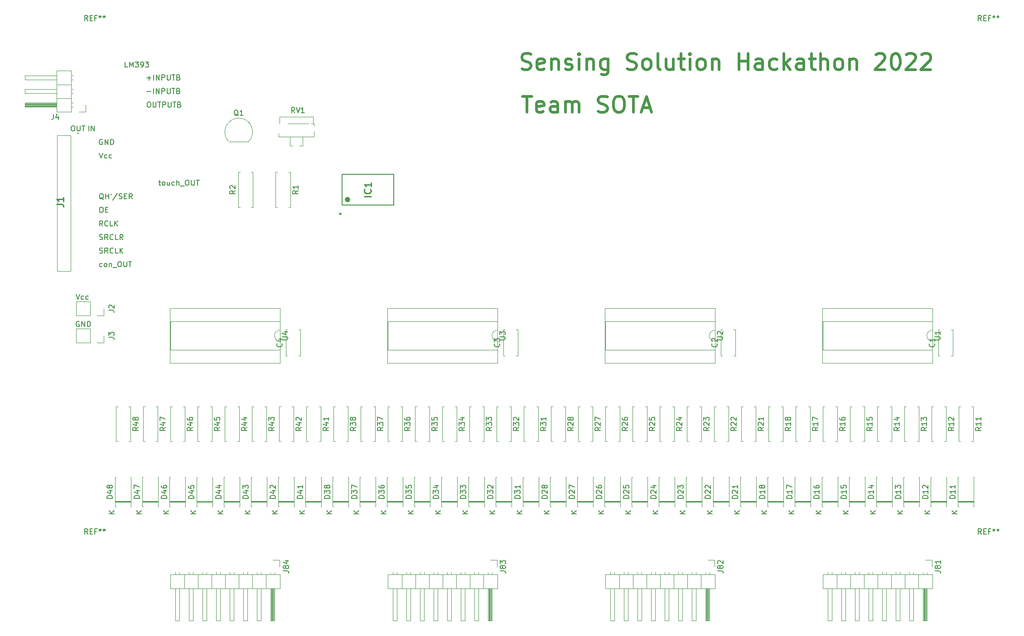
<source format=gto>
G04 #@! TF.GenerationSoftware,KiCad,Pcbnew,(5.1.9)-1*
G04 #@! TF.CreationDate,2022-10-07T19:38:49+09:00*
G04 #@! TF.ProjectId,touch_sensor_main,746f7563-685f-4736-956e-736f725f6d61,rev?*
G04 #@! TF.SameCoordinates,Original*
G04 #@! TF.FileFunction,Legend,Top*
G04 #@! TF.FilePolarity,Positive*
%FSLAX46Y46*%
G04 Gerber Fmt 4.6, Leading zero omitted, Abs format (unit mm)*
G04 Created by KiCad (PCBNEW (5.1.9)-1) date 2022-10-07 19:38:49*
%MOMM*%
%LPD*%
G01*
G04 APERTURE LIST*
%ADD10C,0.150000*%
%ADD11C,0.500000*%
%ADD12C,0.120000*%
%ADD13C,0.200000*%
%ADD14C,0.100000*%
%ADD15C,0.250000*%
%ADD16C,0.254000*%
%ADD17C,1.000000*%
%ADD18C,6.600000*%
%ADD19O,1.900000X1.900000*%
%ADD20O,1.800000X1.800000*%
%ADD21C,1.750000*%
%ADD22C,1.800000*%
%ADD23O,1.250000X1.700000*%
%ADD24C,1.805000*%
%ADD25O,2.400000X2.400000*%
G04 APERTURE END LIST*
D10*
X110348809Y-91209761D02*
X110253571Y-91257380D01*
X110063095Y-91257380D01*
X109967857Y-91209761D01*
X109920238Y-91162142D01*
X109872619Y-91066904D01*
X109872619Y-90781190D01*
X109920238Y-90685952D01*
X109967857Y-90638333D01*
X110063095Y-90590714D01*
X110253571Y-90590714D01*
X110348809Y-90638333D01*
X110920238Y-91257380D02*
X110825000Y-91209761D01*
X110777380Y-91162142D01*
X110729761Y-91066904D01*
X110729761Y-90781190D01*
X110777380Y-90685952D01*
X110825000Y-90638333D01*
X110920238Y-90590714D01*
X111063095Y-90590714D01*
X111158333Y-90638333D01*
X111205952Y-90685952D01*
X111253571Y-90781190D01*
X111253571Y-91066904D01*
X111205952Y-91162142D01*
X111158333Y-91209761D01*
X111063095Y-91257380D01*
X110920238Y-91257380D01*
X111682142Y-90590714D02*
X111682142Y-91257380D01*
X111682142Y-90685952D02*
X111729761Y-90638333D01*
X111825000Y-90590714D01*
X111967857Y-90590714D01*
X112063095Y-90638333D01*
X112110714Y-90733571D01*
X112110714Y-91257380D01*
X112348809Y-91352619D02*
X113110714Y-91352619D01*
X113539285Y-90257380D02*
X113729761Y-90257380D01*
X113825000Y-90305000D01*
X113920238Y-90400238D01*
X113967857Y-90590714D01*
X113967857Y-90924047D01*
X113920238Y-91114523D01*
X113825000Y-91209761D01*
X113729761Y-91257380D01*
X113539285Y-91257380D01*
X113444047Y-91209761D01*
X113348809Y-91114523D01*
X113301190Y-90924047D01*
X113301190Y-90590714D01*
X113348809Y-90400238D01*
X113444047Y-90305000D01*
X113539285Y-90257380D01*
X114396428Y-90257380D02*
X114396428Y-91066904D01*
X114444047Y-91162142D01*
X114491666Y-91209761D01*
X114586904Y-91257380D01*
X114777380Y-91257380D01*
X114872619Y-91209761D01*
X114920238Y-91162142D01*
X114967857Y-91066904D01*
X114967857Y-90257380D01*
X115301190Y-90257380D02*
X115872619Y-90257380D01*
X115586904Y-91257380D02*
X115586904Y-90257380D01*
X109872523Y-88669761D02*
X110015380Y-88717380D01*
X110253476Y-88717380D01*
X110348714Y-88669761D01*
X110396333Y-88622142D01*
X110443952Y-88526904D01*
X110443952Y-88431666D01*
X110396333Y-88336428D01*
X110348714Y-88288809D01*
X110253476Y-88241190D01*
X110063000Y-88193571D01*
X109967761Y-88145952D01*
X109920142Y-88098333D01*
X109872523Y-88003095D01*
X109872523Y-87907857D01*
X109920142Y-87812619D01*
X109967761Y-87765000D01*
X110063000Y-87717380D01*
X110301095Y-87717380D01*
X110443952Y-87765000D01*
X111443952Y-88717380D02*
X111110619Y-88241190D01*
X110872523Y-88717380D02*
X110872523Y-87717380D01*
X111253476Y-87717380D01*
X111348714Y-87765000D01*
X111396333Y-87812619D01*
X111443952Y-87907857D01*
X111443952Y-88050714D01*
X111396333Y-88145952D01*
X111348714Y-88193571D01*
X111253476Y-88241190D01*
X110872523Y-88241190D01*
X112443952Y-88622142D02*
X112396333Y-88669761D01*
X112253476Y-88717380D01*
X112158238Y-88717380D01*
X112015380Y-88669761D01*
X111920142Y-88574523D01*
X111872523Y-88479285D01*
X111824904Y-88288809D01*
X111824904Y-88145952D01*
X111872523Y-87955476D01*
X111920142Y-87860238D01*
X112015380Y-87765000D01*
X112158238Y-87717380D01*
X112253476Y-87717380D01*
X112396333Y-87765000D01*
X112443952Y-87812619D01*
X113348714Y-88717380D02*
X112872523Y-88717380D01*
X112872523Y-87717380D01*
X113682047Y-88717380D02*
X113682047Y-87717380D01*
X114253476Y-88717380D02*
X113824904Y-88145952D01*
X114253476Y-87717380D02*
X113682047Y-88288809D01*
X109872523Y-86129761D02*
X110015380Y-86177380D01*
X110253476Y-86177380D01*
X110348714Y-86129761D01*
X110396333Y-86082142D01*
X110443952Y-85986904D01*
X110443952Y-85891666D01*
X110396333Y-85796428D01*
X110348714Y-85748809D01*
X110253476Y-85701190D01*
X110063000Y-85653571D01*
X109967761Y-85605952D01*
X109920142Y-85558333D01*
X109872523Y-85463095D01*
X109872523Y-85367857D01*
X109920142Y-85272619D01*
X109967761Y-85225000D01*
X110063000Y-85177380D01*
X110301095Y-85177380D01*
X110443952Y-85225000D01*
X111443952Y-86177380D02*
X111110619Y-85701190D01*
X110872523Y-86177380D02*
X110872523Y-85177380D01*
X111253476Y-85177380D01*
X111348714Y-85225000D01*
X111396333Y-85272619D01*
X111443952Y-85367857D01*
X111443952Y-85510714D01*
X111396333Y-85605952D01*
X111348714Y-85653571D01*
X111253476Y-85701190D01*
X110872523Y-85701190D01*
X112443952Y-86082142D02*
X112396333Y-86129761D01*
X112253476Y-86177380D01*
X112158238Y-86177380D01*
X112015380Y-86129761D01*
X111920142Y-86034523D01*
X111872523Y-85939285D01*
X111824904Y-85748809D01*
X111824904Y-85605952D01*
X111872523Y-85415476D01*
X111920142Y-85320238D01*
X112015380Y-85225000D01*
X112158238Y-85177380D01*
X112253476Y-85177380D01*
X112396333Y-85225000D01*
X112443952Y-85272619D01*
X113348714Y-86177380D02*
X112872523Y-86177380D01*
X112872523Y-85177380D01*
X114253476Y-86177380D02*
X113920142Y-85701190D01*
X113682047Y-86177380D02*
X113682047Y-85177380D01*
X114063000Y-85177380D01*
X114158238Y-85225000D01*
X114205857Y-85272619D01*
X114253476Y-85367857D01*
X114253476Y-85510714D01*
X114205857Y-85605952D01*
X114158238Y-85653571D01*
X114063000Y-85701190D01*
X113682047Y-85701190D01*
X110459761Y-83637380D02*
X110126428Y-83161190D01*
X109888333Y-83637380D02*
X109888333Y-82637380D01*
X110269285Y-82637380D01*
X110364523Y-82685000D01*
X110412142Y-82732619D01*
X110459761Y-82827857D01*
X110459761Y-82970714D01*
X110412142Y-83065952D01*
X110364523Y-83113571D01*
X110269285Y-83161190D01*
X109888333Y-83161190D01*
X111459761Y-83542142D02*
X111412142Y-83589761D01*
X111269285Y-83637380D01*
X111174047Y-83637380D01*
X111031190Y-83589761D01*
X110935952Y-83494523D01*
X110888333Y-83399285D01*
X110840714Y-83208809D01*
X110840714Y-83065952D01*
X110888333Y-82875476D01*
X110935952Y-82780238D01*
X111031190Y-82685000D01*
X111174047Y-82637380D01*
X111269285Y-82637380D01*
X111412142Y-82685000D01*
X111459761Y-82732619D01*
X112364523Y-83637380D02*
X111888333Y-83637380D01*
X111888333Y-82637380D01*
X112697857Y-83637380D02*
X112697857Y-82637380D01*
X113269285Y-83637380D02*
X112840714Y-83065952D01*
X113269285Y-82637380D02*
X112697857Y-83208809D01*
X110118380Y-80097380D02*
X110308857Y-80097380D01*
X110404095Y-80145000D01*
X110499333Y-80240238D01*
X110546952Y-80430714D01*
X110546952Y-80764047D01*
X110499333Y-80954523D01*
X110404095Y-81049761D01*
X110308857Y-81097380D01*
X110118380Y-81097380D01*
X110023142Y-81049761D01*
X109927904Y-80954523D01*
X109880285Y-80764047D01*
X109880285Y-80430714D01*
X109927904Y-80240238D01*
X110023142Y-80145000D01*
X110118380Y-80097380D01*
X110975523Y-80573571D02*
X111308857Y-80573571D01*
X111451714Y-81097380D02*
X110975523Y-81097380D01*
X110975523Y-80097380D01*
X111451714Y-80097380D01*
X110618666Y-78652619D02*
X110523428Y-78605000D01*
X110428190Y-78509761D01*
X110285333Y-78366904D01*
X110190095Y-78319285D01*
X110094857Y-78319285D01*
X110142476Y-78557380D02*
X110047238Y-78509761D01*
X109952000Y-78414523D01*
X109904380Y-78224047D01*
X109904380Y-77890714D01*
X109952000Y-77700238D01*
X110047238Y-77605000D01*
X110142476Y-77557380D01*
X110332952Y-77557380D01*
X110428190Y-77605000D01*
X110523428Y-77700238D01*
X110571047Y-77890714D01*
X110571047Y-78224047D01*
X110523428Y-78414523D01*
X110428190Y-78509761D01*
X110332952Y-78557380D01*
X110142476Y-78557380D01*
X110999619Y-78557380D02*
X110999619Y-77557380D01*
X110999619Y-78033571D02*
X111571047Y-78033571D01*
X111571047Y-78557380D02*
X111571047Y-77557380D01*
X112094857Y-77557380D02*
X111999619Y-77747857D01*
X113237714Y-77509761D02*
X112380571Y-78795476D01*
X113523428Y-78509761D02*
X113666285Y-78557380D01*
X113904380Y-78557380D01*
X113999619Y-78509761D01*
X114047238Y-78462142D01*
X114094857Y-78366904D01*
X114094857Y-78271666D01*
X114047238Y-78176428D01*
X113999619Y-78128809D01*
X113904380Y-78081190D01*
X113713904Y-78033571D01*
X113618666Y-77985952D01*
X113571047Y-77938333D01*
X113523428Y-77843095D01*
X113523428Y-77747857D01*
X113571047Y-77652619D01*
X113618666Y-77605000D01*
X113713904Y-77557380D01*
X113952000Y-77557380D01*
X114094857Y-77605000D01*
X114523428Y-78033571D02*
X114856761Y-78033571D01*
X114999619Y-78557380D02*
X114523428Y-78557380D01*
X114523428Y-77557380D01*
X114999619Y-77557380D01*
X115999619Y-78557380D02*
X115666285Y-78081190D01*
X115428190Y-78557380D02*
X115428190Y-77557380D01*
X115809142Y-77557380D01*
X115904380Y-77605000D01*
X115952000Y-77652619D01*
X115999619Y-77747857D01*
X115999619Y-77890714D01*
X115952000Y-77985952D01*
X115904380Y-78033571D01*
X115809142Y-78081190D01*
X115428190Y-78081190D01*
X120928285Y-75350714D02*
X121309238Y-75350714D01*
X121071142Y-75017380D02*
X121071142Y-75874523D01*
X121118761Y-75969761D01*
X121214000Y-76017380D01*
X121309238Y-76017380D01*
X121785428Y-76017380D02*
X121690190Y-75969761D01*
X121642571Y-75922142D01*
X121594952Y-75826904D01*
X121594952Y-75541190D01*
X121642571Y-75445952D01*
X121690190Y-75398333D01*
X121785428Y-75350714D01*
X121928285Y-75350714D01*
X122023523Y-75398333D01*
X122071142Y-75445952D01*
X122118761Y-75541190D01*
X122118761Y-75826904D01*
X122071142Y-75922142D01*
X122023523Y-75969761D01*
X121928285Y-76017380D01*
X121785428Y-76017380D01*
X122975904Y-75350714D02*
X122975904Y-76017380D01*
X122547333Y-75350714D02*
X122547333Y-75874523D01*
X122594952Y-75969761D01*
X122690190Y-76017380D01*
X122833047Y-76017380D01*
X122928285Y-75969761D01*
X122975904Y-75922142D01*
X123880666Y-75969761D02*
X123785428Y-76017380D01*
X123594952Y-76017380D01*
X123499714Y-75969761D01*
X123452095Y-75922142D01*
X123404476Y-75826904D01*
X123404476Y-75541190D01*
X123452095Y-75445952D01*
X123499714Y-75398333D01*
X123594952Y-75350714D01*
X123785428Y-75350714D01*
X123880666Y-75398333D01*
X124309238Y-76017380D02*
X124309238Y-75017380D01*
X124737809Y-76017380D02*
X124737809Y-75493571D01*
X124690190Y-75398333D01*
X124594952Y-75350714D01*
X124452095Y-75350714D01*
X124356857Y-75398333D01*
X124309238Y-75445952D01*
X124975904Y-76112619D02*
X125737809Y-76112619D01*
X126166380Y-75017380D02*
X126356857Y-75017380D01*
X126452095Y-75065000D01*
X126547333Y-75160238D01*
X126594952Y-75350714D01*
X126594952Y-75684047D01*
X126547333Y-75874523D01*
X126452095Y-75969761D01*
X126356857Y-76017380D01*
X126166380Y-76017380D01*
X126071142Y-75969761D01*
X125975904Y-75874523D01*
X125928285Y-75684047D01*
X125928285Y-75350714D01*
X125975904Y-75160238D01*
X126071142Y-75065000D01*
X126166380Y-75017380D01*
X127023523Y-75017380D02*
X127023523Y-75826904D01*
X127071142Y-75922142D01*
X127118761Y-75969761D01*
X127214000Y-76017380D01*
X127404476Y-76017380D01*
X127499714Y-75969761D01*
X127547333Y-75922142D01*
X127594952Y-75826904D01*
X127594952Y-75017380D01*
X127928285Y-75017380D02*
X128499714Y-75017380D01*
X128214000Y-76017380D02*
X128214000Y-75017380D01*
X107856190Y-65857380D02*
X107856190Y-64857380D01*
X108332380Y-65857380D02*
X108332380Y-64857380D01*
X108903809Y-65857380D01*
X108903809Y-64857380D01*
X104840000Y-64857380D02*
X105030476Y-64857380D01*
X105125714Y-64905000D01*
X105220952Y-65000238D01*
X105268571Y-65190714D01*
X105268571Y-65524047D01*
X105220952Y-65714523D01*
X105125714Y-65809761D01*
X105030476Y-65857380D01*
X104840000Y-65857380D01*
X104744761Y-65809761D01*
X104649523Y-65714523D01*
X104601904Y-65524047D01*
X104601904Y-65190714D01*
X104649523Y-65000238D01*
X104744761Y-64905000D01*
X104840000Y-64857380D01*
X105697142Y-64857380D02*
X105697142Y-65666904D01*
X105744761Y-65762142D01*
X105792380Y-65809761D01*
X105887619Y-65857380D01*
X106078095Y-65857380D01*
X106173333Y-65809761D01*
X106220952Y-65762142D01*
X106268571Y-65666904D01*
X106268571Y-64857380D01*
X106601904Y-64857380D02*
X107173333Y-64857380D01*
X106887619Y-65857380D02*
X106887619Y-64857380D01*
X118745380Y-55951428D02*
X119507285Y-55951428D01*
X119126333Y-56332380D02*
X119126333Y-55570476D01*
X119983476Y-56332380D02*
X119983476Y-55332380D01*
X120459666Y-56332380D02*
X120459666Y-55332380D01*
X121031095Y-56332380D01*
X121031095Y-55332380D01*
X121507285Y-56332380D02*
X121507285Y-55332380D01*
X121888238Y-55332380D01*
X121983476Y-55380000D01*
X122031095Y-55427619D01*
X122078714Y-55522857D01*
X122078714Y-55665714D01*
X122031095Y-55760952D01*
X121983476Y-55808571D01*
X121888238Y-55856190D01*
X121507285Y-55856190D01*
X122507285Y-55332380D02*
X122507285Y-56141904D01*
X122554904Y-56237142D01*
X122602523Y-56284761D01*
X122697761Y-56332380D01*
X122888238Y-56332380D01*
X122983476Y-56284761D01*
X123031095Y-56237142D01*
X123078714Y-56141904D01*
X123078714Y-55332380D01*
X123412047Y-55332380D02*
X123983476Y-55332380D01*
X123697761Y-56332380D02*
X123697761Y-55332380D01*
X124650142Y-55808571D02*
X124793000Y-55856190D01*
X124840619Y-55903809D01*
X124888238Y-55999047D01*
X124888238Y-56141904D01*
X124840619Y-56237142D01*
X124793000Y-56284761D01*
X124697761Y-56332380D01*
X124316809Y-56332380D01*
X124316809Y-55332380D01*
X124650142Y-55332380D01*
X124745380Y-55380000D01*
X124793000Y-55427619D01*
X124840619Y-55522857D01*
X124840619Y-55618095D01*
X124793000Y-55713333D01*
X124745380Y-55760952D01*
X124650142Y-55808571D01*
X124316809Y-55808571D01*
X118745380Y-58491428D02*
X119507285Y-58491428D01*
X119983476Y-58872380D02*
X119983476Y-57872380D01*
X120459666Y-58872380D02*
X120459666Y-57872380D01*
X121031095Y-58872380D01*
X121031095Y-57872380D01*
X121507285Y-58872380D02*
X121507285Y-57872380D01*
X121888238Y-57872380D01*
X121983476Y-57920000D01*
X122031095Y-57967619D01*
X122078714Y-58062857D01*
X122078714Y-58205714D01*
X122031095Y-58300952D01*
X121983476Y-58348571D01*
X121888238Y-58396190D01*
X121507285Y-58396190D01*
X122507285Y-57872380D02*
X122507285Y-58681904D01*
X122554904Y-58777142D01*
X122602523Y-58824761D01*
X122697761Y-58872380D01*
X122888238Y-58872380D01*
X122983476Y-58824761D01*
X123031095Y-58777142D01*
X123078714Y-58681904D01*
X123078714Y-57872380D01*
X123412047Y-57872380D02*
X123983476Y-57872380D01*
X123697761Y-58872380D02*
X123697761Y-57872380D01*
X124650142Y-58348571D02*
X124793000Y-58396190D01*
X124840619Y-58443809D01*
X124888238Y-58539047D01*
X124888238Y-58681904D01*
X124840619Y-58777142D01*
X124793000Y-58824761D01*
X124697761Y-58872380D01*
X124316809Y-58872380D01*
X124316809Y-57872380D01*
X124650142Y-57872380D01*
X124745380Y-57920000D01*
X124793000Y-57967619D01*
X124840619Y-58062857D01*
X124840619Y-58158095D01*
X124793000Y-58253333D01*
X124745380Y-58300952D01*
X124650142Y-58348571D01*
X124316809Y-58348571D01*
X115149523Y-53919380D02*
X114673333Y-53919380D01*
X114673333Y-52919380D01*
X115482857Y-53919380D02*
X115482857Y-52919380D01*
X115816190Y-53633666D01*
X116149523Y-52919380D01*
X116149523Y-53919380D01*
X116530476Y-52919380D02*
X117149523Y-52919380D01*
X116816190Y-53300333D01*
X116959047Y-53300333D01*
X117054285Y-53347952D01*
X117101904Y-53395571D01*
X117149523Y-53490809D01*
X117149523Y-53728904D01*
X117101904Y-53824142D01*
X117054285Y-53871761D01*
X116959047Y-53919380D01*
X116673333Y-53919380D01*
X116578095Y-53871761D01*
X116530476Y-53824142D01*
X117625714Y-53919380D02*
X117816190Y-53919380D01*
X117911428Y-53871761D01*
X117959047Y-53824142D01*
X118054285Y-53681285D01*
X118101904Y-53490809D01*
X118101904Y-53109857D01*
X118054285Y-53014619D01*
X118006666Y-52967000D01*
X117911428Y-52919380D01*
X117720952Y-52919380D01*
X117625714Y-52967000D01*
X117578095Y-53014619D01*
X117530476Y-53109857D01*
X117530476Y-53347952D01*
X117578095Y-53443190D01*
X117625714Y-53490809D01*
X117720952Y-53538428D01*
X117911428Y-53538428D01*
X118006666Y-53490809D01*
X118054285Y-53443190D01*
X118101904Y-53347952D01*
X118435238Y-52919380D02*
X119054285Y-52919380D01*
X118720952Y-53300333D01*
X118863809Y-53300333D01*
X118959047Y-53347952D01*
X119006666Y-53395571D01*
X119054285Y-53490809D01*
X119054285Y-53728904D01*
X119006666Y-53824142D01*
X118959047Y-53871761D01*
X118863809Y-53919380D01*
X118578095Y-53919380D01*
X118482857Y-53871761D01*
X118435238Y-53824142D01*
X119015238Y-60412380D02*
X119205714Y-60412380D01*
X119300952Y-60460000D01*
X119396190Y-60555238D01*
X119443809Y-60745714D01*
X119443809Y-61079047D01*
X119396190Y-61269523D01*
X119300952Y-61364761D01*
X119205714Y-61412380D01*
X119015238Y-61412380D01*
X118920000Y-61364761D01*
X118824761Y-61269523D01*
X118777142Y-61079047D01*
X118777142Y-60745714D01*
X118824761Y-60555238D01*
X118920000Y-60460000D01*
X119015238Y-60412380D01*
X119872380Y-60412380D02*
X119872380Y-61221904D01*
X119920000Y-61317142D01*
X119967619Y-61364761D01*
X120062857Y-61412380D01*
X120253333Y-61412380D01*
X120348571Y-61364761D01*
X120396190Y-61317142D01*
X120443809Y-61221904D01*
X120443809Y-60412380D01*
X120777142Y-60412380D02*
X121348571Y-60412380D01*
X121062857Y-61412380D02*
X121062857Y-60412380D01*
X121681904Y-61412380D02*
X121681904Y-60412380D01*
X122062857Y-60412380D01*
X122158095Y-60460000D01*
X122205714Y-60507619D01*
X122253333Y-60602857D01*
X122253333Y-60745714D01*
X122205714Y-60840952D01*
X122158095Y-60888571D01*
X122062857Y-60936190D01*
X121681904Y-60936190D01*
X122681904Y-60412380D02*
X122681904Y-61221904D01*
X122729523Y-61317142D01*
X122777142Y-61364761D01*
X122872380Y-61412380D01*
X123062857Y-61412380D01*
X123158095Y-61364761D01*
X123205714Y-61317142D01*
X123253333Y-61221904D01*
X123253333Y-60412380D01*
X123586666Y-60412380D02*
X124158095Y-60412380D01*
X123872380Y-61412380D02*
X123872380Y-60412380D01*
X124824761Y-60888571D02*
X124967619Y-60936190D01*
X125015238Y-60983809D01*
X125062857Y-61079047D01*
X125062857Y-61221904D01*
X125015238Y-61317142D01*
X124967619Y-61364761D01*
X124872380Y-61412380D01*
X124491428Y-61412380D01*
X124491428Y-60412380D01*
X124824761Y-60412380D01*
X124920000Y-60460000D01*
X124967619Y-60507619D01*
X125015238Y-60602857D01*
X125015238Y-60698095D01*
X124967619Y-60793333D01*
X124920000Y-60840952D01*
X124824761Y-60888571D01*
X124491428Y-60888571D01*
X109856523Y-69937380D02*
X110189857Y-70937380D01*
X110523190Y-69937380D01*
X111285095Y-70889761D02*
X111189857Y-70937380D01*
X110999380Y-70937380D01*
X110904142Y-70889761D01*
X110856523Y-70842142D01*
X110808904Y-70746904D01*
X110808904Y-70461190D01*
X110856523Y-70365952D01*
X110904142Y-70318333D01*
X110999380Y-70270714D01*
X111189857Y-70270714D01*
X111285095Y-70318333D01*
X112142238Y-70889761D02*
X112047000Y-70937380D01*
X111856523Y-70937380D01*
X111761285Y-70889761D01*
X111713666Y-70842142D01*
X111666047Y-70746904D01*
X111666047Y-70461190D01*
X111713666Y-70365952D01*
X111761285Y-70318333D01*
X111856523Y-70270714D01*
X112047000Y-70270714D01*
X112142238Y-70318333D01*
X110412095Y-67445000D02*
X110316857Y-67397380D01*
X110174000Y-67397380D01*
X110031142Y-67445000D01*
X109935904Y-67540238D01*
X109888285Y-67635476D01*
X109840666Y-67825952D01*
X109840666Y-67968809D01*
X109888285Y-68159285D01*
X109935904Y-68254523D01*
X110031142Y-68349761D01*
X110174000Y-68397380D01*
X110269238Y-68397380D01*
X110412095Y-68349761D01*
X110459714Y-68302142D01*
X110459714Y-67968809D01*
X110269238Y-67968809D01*
X110888285Y-68397380D02*
X110888285Y-67397380D01*
X111459714Y-68397380D01*
X111459714Y-67397380D01*
X111935904Y-68397380D02*
X111935904Y-67397380D01*
X112174000Y-67397380D01*
X112316857Y-67445000D01*
X112412095Y-67540238D01*
X112459714Y-67635476D01*
X112507333Y-67825952D01*
X112507333Y-67968809D01*
X112459714Y-68159285D01*
X112412095Y-68254523D01*
X112316857Y-68349761D01*
X112174000Y-68397380D01*
X111935904Y-68397380D01*
X106078095Y-101481000D02*
X105982857Y-101433380D01*
X105840000Y-101433380D01*
X105697142Y-101481000D01*
X105601904Y-101576238D01*
X105554285Y-101671476D01*
X105506666Y-101861952D01*
X105506666Y-102004809D01*
X105554285Y-102195285D01*
X105601904Y-102290523D01*
X105697142Y-102385761D01*
X105840000Y-102433380D01*
X105935238Y-102433380D01*
X106078095Y-102385761D01*
X106125714Y-102338142D01*
X106125714Y-102004809D01*
X105935238Y-102004809D01*
X106554285Y-102433380D02*
X106554285Y-101433380D01*
X107125714Y-102433380D01*
X107125714Y-101433380D01*
X107601904Y-102433380D02*
X107601904Y-101433380D01*
X107840000Y-101433380D01*
X107982857Y-101481000D01*
X108078095Y-101576238D01*
X108125714Y-101671476D01*
X108173333Y-101861952D01*
X108173333Y-102004809D01*
X108125714Y-102195285D01*
X108078095Y-102290523D01*
X107982857Y-102385761D01*
X107840000Y-102433380D01*
X107601904Y-102433380D01*
X105489523Y-96353380D02*
X105822857Y-97353380D01*
X106156190Y-96353380D01*
X106918095Y-97305761D02*
X106822857Y-97353380D01*
X106632380Y-97353380D01*
X106537142Y-97305761D01*
X106489523Y-97258142D01*
X106441904Y-97162904D01*
X106441904Y-96877190D01*
X106489523Y-96781952D01*
X106537142Y-96734333D01*
X106632380Y-96686714D01*
X106822857Y-96686714D01*
X106918095Y-96734333D01*
X107775238Y-97305761D02*
X107680000Y-97353380D01*
X107489523Y-97353380D01*
X107394285Y-97305761D01*
X107346666Y-97258142D01*
X107299047Y-97162904D01*
X107299047Y-96877190D01*
X107346666Y-96781952D01*
X107394285Y-96734333D01*
X107489523Y-96686714D01*
X107680000Y-96686714D01*
X107775238Y-96734333D01*
D11*
X188928571Y-59357142D02*
X190642857Y-59357142D01*
X189785714Y-62357142D02*
X189785714Y-59357142D01*
X192785714Y-62214285D02*
X192500000Y-62357142D01*
X191928571Y-62357142D01*
X191642857Y-62214285D01*
X191500000Y-61928571D01*
X191500000Y-60785714D01*
X191642857Y-60500000D01*
X191928571Y-60357142D01*
X192500000Y-60357142D01*
X192785714Y-60500000D01*
X192928571Y-60785714D01*
X192928571Y-61071428D01*
X191500000Y-61357142D01*
X195500000Y-62357142D02*
X195500000Y-60785714D01*
X195357142Y-60500000D01*
X195071428Y-60357142D01*
X194500000Y-60357142D01*
X194214285Y-60500000D01*
X195500000Y-62214285D02*
X195214285Y-62357142D01*
X194500000Y-62357142D01*
X194214285Y-62214285D01*
X194071428Y-61928571D01*
X194071428Y-61642857D01*
X194214285Y-61357142D01*
X194500000Y-61214285D01*
X195214285Y-61214285D01*
X195500000Y-61071428D01*
X196928571Y-62357142D02*
X196928571Y-60357142D01*
X196928571Y-60642857D02*
X197071428Y-60500000D01*
X197357142Y-60357142D01*
X197785714Y-60357142D01*
X198071428Y-60500000D01*
X198214285Y-60785714D01*
X198214285Y-62357142D01*
X198214285Y-60785714D02*
X198357142Y-60500000D01*
X198642857Y-60357142D01*
X199071428Y-60357142D01*
X199357142Y-60500000D01*
X199500000Y-60785714D01*
X199500000Y-62357142D01*
X203071428Y-62214285D02*
X203500000Y-62357142D01*
X204214285Y-62357142D01*
X204500000Y-62214285D01*
X204642857Y-62071428D01*
X204785714Y-61785714D01*
X204785714Y-61500000D01*
X204642857Y-61214285D01*
X204500000Y-61071428D01*
X204214285Y-60928571D01*
X203642857Y-60785714D01*
X203357142Y-60642857D01*
X203214285Y-60500000D01*
X203071428Y-60214285D01*
X203071428Y-59928571D01*
X203214285Y-59642857D01*
X203357142Y-59500000D01*
X203642857Y-59357142D01*
X204357142Y-59357142D01*
X204785714Y-59500000D01*
X206642857Y-59357142D02*
X207214285Y-59357142D01*
X207500000Y-59500000D01*
X207785714Y-59785714D01*
X207928571Y-60357142D01*
X207928571Y-61357142D01*
X207785714Y-61928571D01*
X207500000Y-62214285D01*
X207214285Y-62357142D01*
X206642857Y-62357142D01*
X206357142Y-62214285D01*
X206071428Y-61928571D01*
X205928571Y-61357142D01*
X205928571Y-60357142D01*
X206071428Y-59785714D01*
X206357142Y-59500000D01*
X206642857Y-59357142D01*
X208785714Y-59357142D02*
X210500000Y-59357142D01*
X209642857Y-62357142D02*
X209642857Y-59357142D01*
X211357142Y-61500000D02*
X212785714Y-61500000D01*
X211071428Y-62357142D02*
X212071428Y-59357142D01*
X213071428Y-62357142D01*
X188785714Y-54214285D02*
X189214285Y-54357142D01*
X189928571Y-54357142D01*
X190214285Y-54214285D01*
X190357142Y-54071428D01*
X190500000Y-53785714D01*
X190500000Y-53500000D01*
X190357142Y-53214285D01*
X190214285Y-53071428D01*
X189928571Y-52928571D01*
X189357142Y-52785714D01*
X189071428Y-52642857D01*
X188928571Y-52500000D01*
X188785714Y-52214285D01*
X188785714Y-51928571D01*
X188928571Y-51642857D01*
X189071428Y-51500000D01*
X189357142Y-51357142D01*
X190071428Y-51357142D01*
X190500000Y-51500000D01*
X192928571Y-54214285D02*
X192642857Y-54357142D01*
X192071428Y-54357142D01*
X191785714Y-54214285D01*
X191642857Y-53928571D01*
X191642857Y-52785714D01*
X191785714Y-52500000D01*
X192071428Y-52357142D01*
X192642857Y-52357142D01*
X192928571Y-52500000D01*
X193071428Y-52785714D01*
X193071428Y-53071428D01*
X191642857Y-53357142D01*
X194357142Y-52357142D02*
X194357142Y-54357142D01*
X194357142Y-52642857D02*
X194500000Y-52500000D01*
X194785714Y-52357142D01*
X195214285Y-52357142D01*
X195500000Y-52500000D01*
X195642857Y-52785714D01*
X195642857Y-54357142D01*
X196928571Y-54214285D02*
X197214285Y-54357142D01*
X197785714Y-54357142D01*
X198071428Y-54214285D01*
X198214285Y-53928571D01*
X198214285Y-53785714D01*
X198071428Y-53500000D01*
X197785714Y-53357142D01*
X197357142Y-53357142D01*
X197071428Y-53214285D01*
X196928571Y-52928571D01*
X196928571Y-52785714D01*
X197071428Y-52500000D01*
X197357142Y-52357142D01*
X197785714Y-52357142D01*
X198071428Y-52500000D01*
X199500000Y-54357142D02*
X199500000Y-52357142D01*
X199500000Y-51357142D02*
X199357142Y-51500000D01*
X199500000Y-51642857D01*
X199642857Y-51500000D01*
X199500000Y-51357142D01*
X199500000Y-51642857D01*
X200928571Y-52357142D02*
X200928571Y-54357142D01*
X200928571Y-52642857D02*
X201071428Y-52500000D01*
X201357142Y-52357142D01*
X201785714Y-52357142D01*
X202071428Y-52500000D01*
X202214285Y-52785714D01*
X202214285Y-54357142D01*
X204928571Y-52357142D02*
X204928571Y-54785714D01*
X204785714Y-55071428D01*
X204642857Y-55214285D01*
X204357142Y-55357142D01*
X203928571Y-55357142D01*
X203642857Y-55214285D01*
X204928571Y-54214285D02*
X204642857Y-54357142D01*
X204071428Y-54357142D01*
X203785714Y-54214285D01*
X203642857Y-54071428D01*
X203500000Y-53785714D01*
X203500000Y-52928571D01*
X203642857Y-52642857D01*
X203785714Y-52500000D01*
X204071428Y-52357142D01*
X204642857Y-52357142D01*
X204928571Y-52500000D01*
X208500000Y-54214285D02*
X208928571Y-54357142D01*
X209642857Y-54357142D01*
X209928571Y-54214285D01*
X210071428Y-54071428D01*
X210214285Y-53785714D01*
X210214285Y-53500000D01*
X210071428Y-53214285D01*
X209928571Y-53071428D01*
X209642857Y-52928571D01*
X209071428Y-52785714D01*
X208785714Y-52642857D01*
X208642857Y-52500000D01*
X208500000Y-52214285D01*
X208500000Y-51928571D01*
X208642857Y-51642857D01*
X208785714Y-51500000D01*
X209071428Y-51357142D01*
X209785714Y-51357142D01*
X210214285Y-51500000D01*
X211928571Y-54357142D02*
X211642857Y-54214285D01*
X211500000Y-54071428D01*
X211357142Y-53785714D01*
X211357142Y-52928571D01*
X211500000Y-52642857D01*
X211642857Y-52500000D01*
X211928571Y-52357142D01*
X212357142Y-52357142D01*
X212642857Y-52500000D01*
X212785714Y-52642857D01*
X212928571Y-52928571D01*
X212928571Y-53785714D01*
X212785714Y-54071428D01*
X212642857Y-54214285D01*
X212357142Y-54357142D01*
X211928571Y-54357142D01*
X214642857Y-54357142D02*
X214357142Y-54214285D01*
X214214285Y-53928571D01*
X214214285Y-51357142D01*
X217071428Y-52357142D02*
X217071428Y-54357142D01*
X215785714Y-52357142D02*
X215785714Y-53928571D01*
X215928571Y-54214285D01*
X216214285Y-54357142D01*
X216642857Y-54357142D01*
X216928571Y-54214285D01*
X217071428Y-54071428D01*
X218071428Y-52357142D02*
X219214285Y-52357142D01*
X218500000Y-51357142D02*
X218500000Y-53928571D01*
X218642857Y-54214285D01*
X218928571Y-54357142D01*
X219214285Y-54357142D01*
X220214285Y-54357142D02*
X220214285Y-52357142D01*
X220214285Y-51357142D02*
X220071428Y-51500000D01*
X220214285Y-51642857D01*
X220357142Y-51500000D01*
X220214285Y-51357142D01*
X220214285Y-51642857D01*
X222071428Y-54357142D02*
X221785714Y-54214285D01*
X221642857Y-54071428D01*
X221500000Y-53785714D01*
X221500000Y-52928571D01*
X221642857Y-52642857D01*
X221785714Y-52500000D01*
X222071428Y-52357142D01*
X222500000Y-52357142D01*
X222785714Y-52500000D01*
X222928571Y-52642857D01*
X223071428Y-52928571D01*
X223071428Y-53785714D01*
X222928571Y-54071428D01*
X222785714Y-54214285D01*
X222500000Y-54357142D01*
X222071428Y-54357142D01*
X224357142Y-52357142D02*
X224357142Y-54357142D01*
X224357142Y-52642857D02*
X224500000Y-52500000D01*
X224785714Y-52357142D01*
X225214285Y-52357142D01*
X225500000Y-52500000D01*
X225642857Y-52785714D01*
X225642857Y-54357142D01*
X229357142Y-54357142D02*
X229357142Y-51357142D01*
X229357142Y-52785714D02*
X231071428Y-52785714D01*
X231071428Y-54357142D02*
X231071428Y-51357142D01*
X233785714Y-54357142D02*
X233785714Y-52785714D01*
X233642857Y-52500000D01*
X233357142Y-52357142D01*
X232785714Y-52357142D01*
X232500000Y-52500000D01*
X233785714Y-54214285D02*
X233500000Y-54357142D01*
X232785714Y-54357142D01*
X232500000Y-54214285D01*
X232357142Y-53928571D01*
X232357142Y-53642857D01*
X232500000Y-53357142D01*
X232785714Y-53214285D01*
X233500000Y-53214285D01*
X233785714Y-53071428D01*
X236500000Y-54214285D02*
X236214285Y-54357142D01*
X235642857Y-54357142D01*
X235357142Y-54214285D01*
X235214285Y-54071428D01*
X235071428Y-53785714D01*
X235071428Y-52928571D01*
X235214285Y-52642857D01*
X235357142Y-52500000D01*
X235642857Y-52357142D01*
X236214285Y-52357142D01*
X236500000Y-52500000D01*
X237785714Y-54357142D02*
X237785714Y-51357142D01*
X238071428Y-53214285D02*
X238928571Y-54357142D01*
X238928571Y-52357142D02*
X237785714Y-53500000D01*
X241500000Y-54357142D02*
X241500000Y-52785714D01*
X241357142Y-52500000D01*
X241071428Y-52357142D01*
X240500000Y-52357142D01*
X240214285Y-52500000D01*
X241500000Y-54214285D02*
X241214285Y-54357142D01*
X240500000Y-54357142D01*
X240214285Y-54214285D01*
X240071428Y-53928571D01*
X240071428Y-53642857D01*
X240214285Y-53357142D01*
X240500000Y-53214285D01*
X241214285Y-53214285D01*
X241500000Y-53071428D01*
X242500000Y-52357142D02*
X243642857Y-52357142D01*
X242928571Y-51357142D02*
X242928571Y-53928571D01*
X243071428Y-54214285D01*
X243357142Y-54357142D01*
X243642857Y-54357142D01*
X244642857Y-54357142D02*
X244642857Y-51357142D01*
X245928571Y-54357142D02*
X245928571Y-52785714D01*
X245785714Y-52500000D01*
X245500000Y-52357142D01*
X245071428Y-52357142D01*
X244785714Y-52500000D01*
X244642857Y-52642857D01*
X247785714Y-54357142D02*
X247500000Y-54214285D01*
X247357142Y-54071428D01*
X247214285Y-53785714D01*
X247214285Y-52928571D01*
X247357142Y-52642857D01*
X247500000Y-52500000D01*
X247785714Y-52357142D01*
X248214285Y-52357142D01*
X248500000Y-52500000D01*
X248642857Y-52642857D01*
X248785714Y-52928571D01*
X248785714Y-53785714D01*
X248642857Y-54071428D01*
X248500000Y-54214285D01*
X248214285Y-54357142D01*
X247785714Y-54357142D01*
X250071428Y-52357142D02*
X250071428Y-54357142D01*
X250071428Y-52642857D02*
X250214285Y-52500000D01*
X250500000Y-52357142D01*
X250928571Y-52357142D01*
X251214285Y-52500000D01*
X251357142Y-52785714D01*
X251357142Y-54357142D01*
X254928571Y-51642857D02*
X255071428Y-51500000D01*
X255357142Y-51357142D01*
X256071428Y-51357142D01*
X256357142Y-51500000D01*
X256500000Y-51642857D01*
X256642857Y-51928571D01*
X256642857Y-52214285D01*
X256500000Y-52642857D01*
X254785714Y-54357142D01*
X256642857Y-54357142D01*
X258500000Y-51357142D02*
X258785714Y-51357142D01*
X259071428Y-51500000D01*
X259214285Y-51642857D01*
X259357142Y-51928571D01*
X259500000Y-52500000D01*
X259500000Y-53214285D01*
X259357142Y-53785714D01*
X259214285Y-54071428D01*
X259071428Y-54214285D01*
X258785714Y-54357142D01*
X258500000Y-54357142D01*
X258214285Y-54214285D01*
X258071428Y-54071428D01*
X257928571Y-53785714D01*
X257785714Y-53214285D01*
X257785714Y-52500000D01*
X257928571Y-51928571D01*
X258071428Y-51642857D01*
X258214285Y-51500000D01*
X258500000Y-51357142D01*
X260642857Y-51642857D02*
X260785714Y-51500000D01*
X261071428Y-51357142D01*
X261785714Y-51357142D01*
X262071428Y-51500000D01*
X262214285Y-51642857D01*
X262357142Y-51928571D01*
X262357142Y-52214285D01*
X262214285Y-52642857D01*
X260500000Y-54357142D01*
X262357142Y-54357142D01*
X263499999Y-51642857D02*
X263642857Y-51500000D01*
X263928571Y-51357142D01*
X264642857Y-51357142D01*
X264928571Y-51500000D01*
X265071428Y-51642857D01*
X265214285Y-51928571D01*
X265214285Y-52214285D01*
X265071428Y-52642857D01*
X263357142Y-54357142D01*
X265214285Y-54357142D01*
D12*
X265430000Y-146050000D02*
X265430000Y-147320000D01*
X264160000Y-146050000D02*
X265430000Y-146050000D01*
X246000000Y-148362929D02*
X246000000Y-148760000D01*
X246760000Y-148362929D02*
X246760000Y-148760000D01*
X246000000Y-157420000D02*
X246000000Y-151420000D01*
X246760000Y-157420000D02*
X246000000Y-157420000D01*
X246760000Y-151420000D02*
X246760000Y-157420000D01*
X247650000Y-148760000D02*
X247650000Y-151420000D01*
X248540000Y-148362929D02*
X248540000Y-148760000D01*
X249300000Y-148362929D02*
X249300000Y-148760000D01*
X248540000Y-157420000D02*
X248540000Y-151420000D01*
X249300000Y-157420000D02*
X248540000Y-157420000D01*
X249300000Y-151420000D02*
X249300000Y-157420000D01*
X250190000Y-148760000D02*
X250190000Y-151420000D01*
X251080000Y-148362929D02*
X251080000Y-148760000D01*
X251840000Y-148362929D02*
X251840000Y-148760000D01*
X251080000Y-157420000D02*
X251080000Y-151420000D01*
X251840000Y-157420000D02*
X251080000Y-157420000D01*
X251840000Y-151420000D02*
X251840000Y-157420000D01*
X252730000Y-148760000D02*
X252730000Y-151420000D01*
X253620000Y-148362929D02*
X253620000Y-148760000D01*
X254380000Y-148362929D02*
X254380000Y-148760000D01*
X253620000Y-157420000D02*
X253620000Y-151420000D01*
X254380000Y-157420000D02*
X253620000Y-157420000D01*
X254380000Y-151420000D02*
X254380000Y-157420000D01*
X255270000Y-148760000D02*
X255270000Y-151420000D01*
X256160000Y-148362929D02*
X256160000Y-148760000D01*
X256920000Y-148362929D02*
X256920000Y-148760000D01*
X256160000Y-157420000D02*
X256160000Y-151420000D01*
X256920000Y-157420000D02*
X256160000Y-157420000D01*
X256920000Y-151420000D02*
X256920000Y-157420000D01*
X257810000Y-148760000D02*
X257810000Y-151420000D01*
X258700000Y-148362929D02*
X258700000Y-148760000D01*
X259460000Y-148362929D02*
X259460000Y-148760000D01*
X258700000Y-157420000D02*
X258700000Y-151420000D01*
X259460000Y-157420000D02*
X258700000Y-157420000D01*
X259460000Y-151420000D02*
X259460000Y-157420000D01*
X260350000Y-148760000D02*
X260350000Y-151420000D01*
X261240000Y-148362929D02*
X261240000Y-148760000D01*
X262000000Y-148362929D02*
X262000000Y-148760000D01*
X261240000Y-157420000D02*
X261240000Y-151420000D01*
X262000000Y-157420000D02*
X261240000Y-157420000D01*
X262000000Y-151420000D02*
X262000000Y-157420000D01*
X262890000Y-148760000D02*
X262890000Y-151420000D01*
X263780000Y-148430000D02*
X263780000Y-148760000D01*
X264540000Y-148430000D02*
X264540000Y-148760000D01*
X263880000Y-151420000D02*
X263880000Y-157420000D01*
X264000000Y-151420000D02*
X264000000Y-157420000D01*
X264120000Y-151420000D02*
X264120000Y-157420000D01*
X264240000Y-151420000D02*
X264240000Y-157420000D01*
X264360000Y-151420000D02*
X264360000Y-157420000D01*
X264480000Y-151420000D02*
X264480000Y-157420000D01*
X263780000Y-157420000D02*
X263780000Y-151420000D01*
X264540000Y-157420000D02*
X263780000Y-157420000D01*
X264540000Y-151420000D02*
X264540000Y-157420000D01*
X265490000Y-151420000D02*
X265490000Y-148760000D01*
X245050000Y-151420000D02*
X265490000Y-151420000D01*
X245050000Y-148760000D02*
X245050000Y-151420000D01*
X265490000Y-148760000D02*
X245050000Y-148760000D01*
X143570000Y-103140000D02*
X143570000Y-101490000D01*
X143570000Y-101490000D02*
X123130000Y-101490000D01*
X123130000Y-101490000D02*
X123130000Y-106790000D01*
X123130000Y-106790000D02*
X143570000Y-106790000D01*
X143570000Y-106790000D02*
X143570000Y-105140000D01*
X143630000Y-99000000D02*
X123070000Y-99000000D01*
X123070000Y-99000000D02*
X123070000Y-109280000D01*
X123070000Y-109280000D02*
X143630000Y-109280000D01*
X143630000Y-109280000D02*
X143630000Y-99000000D01*
X143570000Y-105140000D02*
G75*
G02*
X143570000Y-103140000I0J1000000D01*
G01*
X184270000Y-109280000D02*
X184270000Y-99000000D01*
X163710000Y-109280000D02*
X184270000Y-109280000D01*
X163710000Y-99000000D02*
X163710000Y-109280000D01*
X184270000Y-99000000D02*
X163710000Y-99000000D01*
X184210000Y-106790000D02*
X184210000Y-105140000D01*
X163770000Y-106790000D02*
X184210000Y-106790000D01*
X163770000Y-101490000D02*
X163770000Y-106790000D01*
X184210000Y-101490000D02*
X163770000Y-101490000D01*
X184210000Y-103140000D02*
X184210000Y-101490000D01*
X184210000Y-105140000D02*
G75*
G02*
X184210000Y-103140000I0J1000000D01*
G01*
X224910000Y-109280000D02*
X224910000Y-99000000D01*
X204350000Y-109280000D02*
X224910000Y-109280000D01*
X204350000Y-99000000D02*
X204350000Y-109280000D01*
X224910000Y-99000000D02*
X204350000Y-99000000D01*
X224850000Y-106790000D02*
X224850000Y-105140000D01*
X204410000Y-106790000D02*
X224850000Y-106790000D01*
X204410000Y-101490000D02*
X204410000Y-106790000D01*
X224850000Y-101490000D02*
X204410000Y-101490000D01*
X224850000Y-103140000D02*
X224850000Y-101490000D01*
X224850000Y-105140000D02*
G75*
G02*
X224850000Y-103140000I0J1000000D01*
G01*
X265550000Y-109280000D02*
X265550000Y-99000000D01*
X244990000Y-109280000D02*
X265550000Y-109280000D01*
X244990000Y-99000000D02*
X244990000Y-109280000D01*
X265550000Y-99000000D02*
X244990000Y-99000000D01*
X265490000Y-106790000D02*
X265490000Y-105140000D01*
X245050000Y-106790000D02*
X265490000Y-106790000D01*
X245050000Y-101490000D02*
X245050000Y-106790000D01*
X265490000Y-101490000D02*
X245050000Y-101490000D01*
X265490000Y-103140000D02*
X265490000Y-101490000D01*
X265490000Y-105140000D02*
G75*
G02*
X265490000Y-103140000I0J1000000D01*
G01*
X147285000Y-68615000D02*
X147855000Y-68615000D01*
X145435000Y-68615000D02*
X146005000Y-68615000D01*
X147855000Y-66915000D02*
X147855000Y-68615000D01*
X145435000Y-66915000D02*
X145435000Y-68615000D01*
X149955000Y-64495000D02*
X149955000Y-64885000D01*
X149435000Y-64495000D02*
X149955000Y-64495000D01*
X149955000Y-66915000D02*
X149955000Y-65925000D01*
X143335000Y-66915000D02*
X149955000Y-66915000D01*
X143335000Y-66365000D02*
X143335000Y-66915000D01*
X145045000Y-64495000D02*
X148845000Y-64495000D01*
X149755000Y-63195000D02*
X149755000Y-64495000D01*
X143535000Y-63195000D02*
X149755000Y-63195000D01*
X143535000Y-64445000D02*
X143535000Y-63205000D01*
X112930000Y-123920000D02*
X113260000Y-123920000D01*
X112930000Y-117380000D02*
X112930000Y-123920000D01*
X113260000Y-117380000D02*
X112930000Y-117380000D01*
X115670000Y-123920000D02*
X115340000Y-123920000D01*
X115670000Y-117380000D02*
X115670000Y-123920000D01*
X115340000Y-117380000D02*
X115670000Y-117380000D01*
X118010000Y-123920000D02*
X118340000Y-123920000D01*
X118010000Y-117380000D02*
X118010000Y-123920000D01*
X118340000Y-117380000D02*
X118010000Y-117380000D01*
X120750000Y-123920000D02*
X120420000Y-123920000D01*
X120750000Y-117380000D02*
X120750000Y-123920000D01*
X120420000Y-117380000D02*
X120750000Y-117380000D01*
X123090000Y-123920000D02*
X123420000Y-123920000D01*
X123090000Y-117380000D02*
X123090000Y-123920000D01*
X123420000Y-117380000D02*
X123090000Y-117380000D01*
X125830000Y-123920000D02*
X125500000Y-123920000D01*
X125830000Y-117380000D02*
X125830000Y-123920000D01*
X125500000Y-117380000D02*
X125830000Y-117380000D01*
X128170000Y-123920000D02*
X128500000Y-123920000D01*
X128170000Y-117380000D02*
X128170000Y-123920000D01*
X128500000Y-117380000D02*
X128170000Y-117380000D01*
X130910000Y-123920000D02*
X130580000Y-123920000D01*
X130910000Y-117380000D02*
X130910000Y-123920000D01*
X130580000Y-117380000D02*
X130910000Y-117380000D01*
X133250000Y-123920000D02*
X133580000Y-123920000D01*
X133250000Y-117380000D02*
X133250000Y-123920000D01*
X133580000Y-117380000D02*
X133250000Y-117380000D01*
X135990000Y-123920000D02*
X135660000Y-123920000D01*
X135990000Y-117380000D02*
X135990000Y-123920000D01*
X135660000Y-117380000D02*
X135990000Y-117380000D01*
X138330000Y-123920000D02*
X138660000Y-123920000D01*
X138330000Y-117380000D02*
X138330000Y-123920000D01*
X138660000Y-117380000D02*
X138330000Y-117380000D01*
X141070000Y-123920000D02*
X140740000Y-123920000D01*
X141070000Y-117380000D02*
X141070000Y-123920000D01*
X140740000Y-117380000D02*
X141070000Y-117380000D01*
X143410000Y-123920000D02*
X143740000Y-123920000D01*
X143410000Y-117380000D02*
X143410000Y-123920000D01*
X143740000Y-117380000D02*
X143410000Y-117380000D01*
X146150000Y-123920000D02*
X145820000Y-123920000D01*
X146150000Y-117380000D02*
X146150000Y-123920000D01*
X145820000Y-117380000D02*
X146150000Y-117380000D01*
X148490000Y-123920000D02*
X148820000Y-123920000D01*
X148490000Y-117380000D02*
X148490000Y-123920000D01*
X148820000Y-117380000D02*
X148490000Y-117380000D01*
X151230000Y-123920000D02*
X150900000Y-123920000D01*
X151230000Y-117380000D02*
X151230000Y-123920000D01*
X150900000Y-117380000D02*
X151230000Y-117380000D01*
X153570000Y-123920000D02*
X153900000Y-123920000D01*
X153570000Y-117380000D02*
X153570000Y-123920000D01*
X153900000Y-117380000D02*
X153570000Y-117380000D01*
X156310000Y-123920000D02*
X155980000Y-123920000D01*
X156310000Y-117380000D02*
X156310000Y-123920000D01*
X155980000Y-117380000D02*
X156310000Y-117380000D01*
X158650000Y-123920000D02*
X158980000Y-123920000D01*
X158650000Y-117380000D02*
X158650000Y-123920000D01*
X158980000Y-117380000D02*
X158650000Y-117380000D01*
X161390000Y-123920000D02*
X161060000Y-123920000D01*
X161390000Y-117380000D02*
X161390000Y-123920000D01*
X161060000Y-117380000D02*
X161390000Y-117380000D01*
X163730000Y-123920000D02*
X164060000Y-123920000D01*
X163730000Y-117380000D02*
X163730000Y-123920000D01*
X164060000Y-117380000D02*
X163730000Y-117380000D01*
X166470000Y-123920000D02*
X166140000Y-123920000D01*
X166470000Y-117380000D02*
X166470000Y-123920000D01*
X166140000Y-117380000D02*
X166470000Y-117380000D01*
X168810000Y-123920000D02*
X169140000Y-123920000D01*
X168810000Y-117380000D02*
X168810000Y-123920000D01*
X169140000Y-117380000D02*
X168810000Y-117380000D01*
X171550000Y-123920000D02*
X171220000Y-123920000D01*
X171550000Y-117380000D02*
X171550000Y-123920000D01*
X171220000Y-117380000D02*
X171550000Y-117380000D01*
X173890000Y-123920000D02*
X174220000Y-123920000D01*
X173890000Y-117380000D02*
X173890000Y-123920000D01*
X174220000Y-117380000D02*
X173890000Y-117380000D01*
X176630000Y-123920000D02*
X176300000Y-123920000D01*
X176630000Y-117380000D02*
X176630000Y-123920000D01*
X176300000Y-117380000D02*
X176630000Y-117380000D01*
X178970000Y-123920000D02*
X179300000Y-123920000D01*
X178970000Y-117380000D02*
X178970000Y-123920000D01*
X179300000Y-117380000D02*
X178970000Y-117380000D01*
X181710000Y-123920000D02*
X181380000Y-123920000D01*
X181710000Y-117380000D02*
X181710000Y-123920000D01*
X181380000Y-117380000D02*
X181710000Y-117380000D01*
X184050000Y-123920000D02*
X184380000Y-123920000D01*
X184050000Y-117380000D02*
X184050000Y-123920000D01*
X184380000Y-117380000D02*
X184050000Y-117380000D01*
X186790000Y-123920000D02*
X186460000Y-123920000D01*
X186790000Y-117380000D02*
X186790000Y-123920000D01*
X186460000Y-117380000D02*
X186790000Y-117380000D01*
X189130000Y-123920000D02*
X189460000Y-123920000D01*
X189130000Y-117380000D02*
X189130000Y-123920000D01*
X189460000Y-117380000D02*
X189130000Y-117380000D01*
X191870000Y-123920000D02*
X191540000Y-123920000D01*
X191870000Y-117380000D02*
X191870000Y-123920000D01*
X191540000Y-117380000D02*
X191870000Y-117380000D01*
X194210000Y-123920000D02*
X194540000Y-123920000D01*
X194210000Y-117380000D02*
X194210000Y-123920000D01*
X194540000Y-117380000D02*
X194210000Y-117380000D01*
X196950000Y-123920000D02*
X196620000Y-123920000D01*
X196950000Y-117380000D02*
X196950000Y-123920000D01*
X196620000Y-117380000D02*
X196950000Y-117380000D01*
X199290000Y-123920000D02*
X199620000Y-123920000D01*
X199290000Y-117380000D02*
X199290000Y-123920000D01*
X199620000Y-117380000D02*
X199290000Y-117380000D01*
X202030000Y-123920000D02*
X201700000Y-123920000D01*
X202030000Y-117380000D02*
X202030000Y-123920000D01*
X201700000Y-117380000D02*
X202030000Y-117380000D01*
X204370000Y-123920000D02*
X204700000Y-123920000D01*
X204370000Y-117380000D02*
X204370000Y-123920000D01*
X204700000Y-117380000D02*
X204370000Y-117380000D01*
X207110000Y-123920000D02*
X206780000Y-123920000D01*
X207110000Y-117380000D02*
X207110000Y-123920000D01*
X206780000Y-117380000D02*
X207110000Y-117380000D01*
X209450000Y-123920000D02*
X209780000Y-123920000D01*
X209450000Y-117380000D02*
X209450000Y-123920000D01*
X209780000Y-117380000D02*
X209450000Y-117380000D01*
X212190000Y-123920000D02*
X211860000Y-123920000D01*
X212190000Y-117380000D02*
X212190000Y-123920000D01*
X211860000Y-117380000D02*
X212190000Y-117380000D01*
X214530000Y-123920000D02*
X214860000Y-123920000D01*
X214530000Y-117380000D02*
X214530000Y-123920000D01*
X214860000Y-117380000D02*
X214530000Y-117380000D01*
X217270000Y-123920000D02*
X216940000Y-123920000D01*
X217270000Y-117380000D02*
X217270000Y-123920000D01*
X216940000Y-117380000D02*
X217270000Y-117380000D01*
X219610000Y-123920000D02*
X219940000Y-123920000D01*
X219610000Y-117380000D02*
X219610000Y-123920000D01*
X219940000Y-117380000D02*
X219610000Y-117380000D01*
X222350000Y-123920000D02*
X222020000Y-123920000D01*
X222350000Y-117380000D02*
X222350000Y-123920000D01*
X222020000Y-117380000D02*
X222350000Y-117380000D01*
X224690000Y-123920000D02*
X225020000Y-123920000D01*
X224690000Y-117380000D02*
X224690000Y-123920000D01*
X225020000Y-117380000D02*
X224690000Y-117380000D01*
X227430000Y-123920000D02*
X227100000Y-123920000D01*
X227430000Y-117380000D02*
X227430000Y-123920000D01*
X227100000Y-117380000D02*
X227430000Y-117380000D01*
X229770000Y-123920000D02*
X230100000Y-123920000D01*
X229770000Y-117380000D02*
X229770000Y-123920000D01*
X230100000Y-117380000D02*
X229770000Y-117380000D01*
X232510000Y-123920000D02*
X232180000Y-123920000D01*
X232510000Y-117380000D02*
X232510000Y-123920000D01*
X232180000Y-117380000D02*
X232510000Y-117380000D01*
X234850000Y-123920000D02*
X235180000Y-123920000D01*
X234850000Y-117380000D02*
X234850000Y-123920000D01*
X235180000Y-117380000D02*
X234850000Y-117380000D01*
X237590000Y-123920000D02*
X237260000Y-123920000D01*
X237590000Y-117380000D02*
X237590000Y-123920000D01*
X237260000Y-117380000D02*
X237590000Y-117380000D01*
X239930000Y-123920000D02*
X240260000Y-123920000D01*
X239930000Y-117380000D02*
X239930000Y-123920000D01*
X240260000Y-117380000D02*
X239930000Y-117380000D01*
X242670000Y-123920000D02*
X242340000Y-123920000D01*
X242670000Y-117380000D02*
X242670000Y-123920000D01*
X242340000Y-117380000D02*
X242670000Y-117380000D01*
X245010000Y-123920000D02*
X245340000Y-123920000D01*
X245010000Y-117380000D02*
X245010000Y-123920000D01*
X245340000Y-117380000D02*
X245010000Y-117380000D01*
X247750000Y-123920000D02*
X247420000Y-123920000D01*
X247750000Y-117380000D02*
X247750000Y-123920000D01*
X247420000Y-117380000D02*
X247750000Y-117380000D01*
X250090000Y-123920000D02*
X250420000Y-123920000D01*
X250090000Y-117380000D02*
X250090000Y-123920000D01*
X250420000Y-117380000D02*
X250090000Y-117380000D01*
X252830000Y-123920000D02*
X252500000Y-123920000D01*
X252830000Y-117380000D02*
X252830000Y-123920000D01*
X252500000Y-117380000D02*
X252830000Y-117380000D01*
X255170000Y-123920000D02*
X255500000Y-123920000D01*
X255170000Y-117380000D02*
X255170000Y-123920000D01*
X255500000Y-117380000D02*
X255170000Y-117380000D01*
X257910000Y-123920000D02*
X257580000Y-123920000D01*
X257910000Y-117380000D02*
X257910000Y-123920000D01*
X257580000Y-117380000D02*
X257910000Y-117380000D01*
X260250000Y-123920000D02*
X260580000Y-123920000D01*
X260250000Y-117380000D02*
X260250000Y-123920000D01*
X260580000Y-117380000D02*
X260250000Y-117380000D01*
X262990000Y-123920000D02*
X262660000Y-123920000D01*
X262990000Y-117380000D02*
X262990000Y-123920000D01*
X262660000Y-117380000D02*
X262990000Y-117380000D01*
X267740000Y-117380000D02*
X268070000Y-117380000D01*
X268070000Y-117380000D02*
X268070000Y-123920000D01*
X268070000Y-123920000D02*
X267740000Y-123920000D01*
X265660000Y-117380000D02*
X265330000Y-117380000D01*
X265330000Y-117380000D02*
X265330000Y-123920000D01*
X265330000Y-123920000D02*
X265660000Y-123920000D01*
X270410000Y-123920000D02*
X270740000Y-123920000D01*
X270410000Y-117380000D02*
X270410000Y-123920000D01*
X270740000Y-117380000D02*
X270410000Y-117380000D01*
X273150000Y-123920000D02*
X272820000Y-123920000D01*
X273150000Y-117380000D02*
X273150000Y-123920000D01*
X272820000Y-117380000D02*
X273150000Y-117380000D01*
X138530000Y-73565000D02*
X138200000Y-73565000D01*
X138530000Y-80105000D02*
X138530000Y-73565000D01*
X138200000Y-80105000D02*
X138530000Y-80105000D01*
X135790000Y-73565000D02*
X136120000Y-73565000D01*
X135790000Y-80105000D02*
X135790000Y-73565000D01*
X136120000Y-80105000D02*
X135790000Y-80105000D01*
X142775000Y-80105000D02*
X143105000Y-80105000D01*
X142775000Y-73565000D02*
X142775000Y-80105000D01*
X143105000Y-73565000D02*
X142775000Y-73565000D01*
X145515000Y-80105000D02*
X145185000Y-80105000D01*
X145515000Y-73565000D02*
X145515000Y-80105000D01*
X145185000Y-73565000D02*
X145515000Y-73565000D01*
X134090000Y-67890000D02*
X137690000Y-67890000D01*
X137728478Y-67878478D02*
G75*
G03*
X135890000Y-63440000I-1838478J1838478D01*
G01*
X134051522Y-67878478D02*
G75*
G02*
X135890000Y-63440000I1838478J1838478D01*
G01*
X143510000Y-146050000D02*
X143510000Y-147320000D01*
X142240000Y-146050000D02*
X143510000Y-146050000D01*
X124080000Y-148362929D02*
X124080000Y-148760000D01*
X124840000Y-148362929D02*
X124840000Y-148760000D01*
X124080000Y-157420000D02*
X124080000Y-151420000D01*
X124840000Y-157420000D02*
X124080000Y-157420000D01*
X124840000Y-151420000D02*
X124840000Y-157420000D01*
X125730000Y-148760000D02*
X125730000Y-151420000D01*
X126620000Y-148362929D02*
X126620000Y-148760000D01*
X127380000Y-148362929D02*
X127380000Y-148760000D01*
X126620000Y-157420000D02*
X126620000Y-151420000D01*
X127380000Y-157420000D02*
X126620000Y-157420000D01*
X127380000Y-151420000D02*
X127380000Y-157420000D01*
X128270000Y-148760000D02*
X128270000Y-151420000D01*
X129160000Y-148362929D02*
X129160000Y-148760000D01*
X129920000Y-148362929D02*
X129920000Y-148760000D01*
X129160000Y-157420000D02*
X129160000Y-151420000D01*
X129920000Y-157420000D02*
X129160000Y-157420000D01*
X129920000Y-151420000D02*
X129920000Y-157420000D01*
X130810000Y-148760000D02*
X130810000Y-151420000D01*
X131700000Y-148362929D02*
X131700000Y-148760000D01*
X132460000Y-148362929D02*
X132460000Y-148760000D01*
X131700000Y-157420000D02*
X131700000Y-151420000D01*
X132460000Y-157420000D02*
X131700000Y-157420000D01*
X132460000Y-151420000D02*
X132460000Y-157420000D01*
X133350000Y-148760000D02*
X133350000Y-151420000D01*
X134240000Y-148362929D02*
X134240000Y-148760000D01*
X135000000Y-148362929D02*
X135000000Y-148760000D01*
X134240000Y-157420000D02*
X134240000Y-151420000D01*
X135000000Y-157420000D02*
X134240000Y-157420000D01*
X135000000Y-151420000D02*
X135000000Y-157420000D01*
X135890000Y-148760000D02*
X135890000Y-151420000D01*
X136780000Y-148362929D02*
X136780000Y-148760000D01*
X137540000Y-148362929D02*
X137540000Y-148760000D01*
X136780000Y-157420000D02*
X136780000Y-151420000D01*
X137540000Y-157420000D02*
X136780000Y-157420000D01*
X137540000Y-151420000D02*
X137540000Y-157420000D01*
X138430000Y-148760000D02*
X138430000Y-151420000D01*
X139320000Y-148362929D02*
X139320000Y-148760000D01*
X140080000Y-148362929D02*
X140080000Y-148760000D01*
X139320000Y-157420000D02*
X139320000Y-151420000D01*
X140080000Y-157420000D02*
X139320000Y-157420000D01*
X140080000Y-151420000D02*
X140080000Y-157420000D01*
X140970000Y-148760000D02*
X140970000Y-151420000D01*
X141860000Y-148430000D02*
X141860000Y-148760000D01*
X142620000Y-148430000D02*
X142620000Y-148760000D01*
X141960000Y-151420000D02*
X141960000Y-157420000D01*
X142080000Y-151420000D02*
X142080000Y-157420000D01*
X142200000Y-151420000D02*
X142200000Y-157420000D01*
X142320000Y-151420000D02*
X142320000Y-157420000D01*
X142440000Y-151420000D02*
X142440000Y-157420000D01*
X142560000Y-151420000D02*
X142560000Y-157420000D01*
X141860000Y-157420000D02*
X141860000Y-151420000D01*
X142620000Y-157420000D02*
X141860000Y-157420000D01*
X142620000Y-151420000D02*
X142620000Y-157420000D01*
X143570000Y-151420000D02*
X143570000Y-148760000D01*
X123130000Y-151420000D02*
X143570000Y-151420000D01*
X123130000Y-148760000D02*
X123130000Y-151420000D01*
X143570000Y-148760000D02*
X123130000Y-148760000D01*
X184210000Y-148760000D02*
X163770000Y-148760000D01*
X163770000Y-148760000D02*
X163770000Y-151420000D01*
X163770000Y-151420000D02*
X184210000Y-151420000D01*
X184210000Y-151420000D02*
X184210000Y-148760000D01*
X183260000Y-151420000D02*
X183260000Y-157420000D01*
X183260000Y-157420000D02*
X182500000Y-157420000D01*
X182500000Y-157420000D02*
X182500000Y-151420000D01*
X183200000Y-151420000D02*
X183200000Y-157420000D01*
X183080000Y-151420000D02*
X183080000Y-157420000D01*
X182960000Y-151420000D02*
X182960000Y-157420000D01*
X182840000Y-151420000D02*
X182840000Y-157420000D01*
X182720000Y-151420000D02*
X182720000Y-157420000D01*
X182600000Y-151420000D02*
X182600000Y-157420000D01*
X183260000Y-148430000D02*
X183260000Y-148760000D01*
X182500000Y-148430000D02*
X182500000Y-148760000D01*
X181610000Y-148760000D02*
X181610000Y-151420000D01*
X180720000Y-151420000D02*
X180720000Y-157420000D01*
X180720000Y-157420000D02*
X179960000Y-157420000D01*
X179960000Y-157420000D02*
X179960000Y-151420000D01*
X180720000Y-148362929D02*
X180720000Y-148760000D01*
X179960000Y-148362929D02*
X179960000Y-148760000D01*
X179070000Y-148760000D02*
X179070000Y-151420000D01*
X178180000Y-151420000D02*
X178180000Y-157420000D01*
X178180000Y-157420000D02*
X177420000Y-157420000D01*
X177420000Y-157420000D02*
X177420000Y-151420000D01*
X178180000Y-148362929D02*
X178180000Y-148760000D01*
X177420000Y-148362929D02*
X177420000Y-148760000D01*
X176530000Y-148760000D02*
X176530000Y-151420000D01*
X175640000Y-151420000D02*
X175640000Y-157420000D01*
X175640000Y-157420000D02*
X174880000Y-157420000D01*
X174880000Y-157420000D02*
X174880000Y-151420000D01*
X175640000Y-148362929D02*
X175640000Y-148760000D01*
X174880000Y-148362929D02*
X174880000Y-148760000D01*
X173990000Y-148760000D02*
X173990000Y-151420000D01*
X173100000Y-151420000D02*
X173100000Y-157420000D01*
X173100000Y-157420000D02*
X172340000Y-157420000D01*
X172340000Y-157420000D02*
X172340000Y-151420000D01*
X173100000Y-148362929D02*
X173100000Y-148760000D01*
X172340000Y-148362929D02*
X172340000Y-148760000D01*
X171450000Y-148760000D02*
X171450000Y-151420000D01*
X170560000Y-151420000D02*
X170560000Y-157420000D01*
X170560000Y-157420000D02*
X169800000Y-157420000D01*
X169800000Y-157420000D02*
X169800000Y-151420000D01*
X170560000Y-148362929D02*
X170560000Y-148760000D01*
X169800000Y-148362929D02*
X169800000Y-148760000D01*
X168910000Y-148760000D02*
X168910000Y-151420000D01*
X168020000Y-151420000D02*
X168020000Y-157420000D01*
X168020000Y-157420000D02*
X167260000Y-157420000D01*
X167260000Y-157420000D02*
X167260000Y-151420000D01*
X168020000Y-148362929D02*
X168020000Y-148760000D01*
X167260000Y-148362929D02*
X167260000Y-148760000D01*
X166370000Y-148760000D02*
X166370000Y-151420000D01*
X165480000Y-151420000D02*
X165480000Y-157420000D01*
X165480000Y-157420000D02*
X164720000Y-157420000D01*
X164720000Y-157420000D02*
X164720000Y-151420000D01*
X165480000Y-148362929D02*
X165480000Y-148760000D01*
X164720000Y-148362929D02*
X164720000Y-148760000D01*
X182880000Y-146050000D02*
X184150000Y-146050000D01*
X184150000Y-146050000D02*
X184150000Y-147320000D01*
X224790000Y-146050000D02*
X224790000Y-147320000D01*
X223520000Y-146050000D02*
X224790000Y-146050000D01*
X205360000Y-148362929D02*
X205360000Y-148760000D01*
X206120000Y-148362929D02*
X206120000Y-148760000D01*
X205360000Y-157420000D02*
X205360000Y-151420000D01*
X206120000Y-157420000D02*
X205360000Y-157420000D01*
X206120000Y-151420000D02*
X206120000Y-157420000D01*
X207010000Y-148760000D02*
X207010000Y-151420000D01*
X207900000Y-148362929D02*
X207900000Y-148760000D01*
X208660000Y-148362929D02*
X208660000Y-148760000D01*
X207900000Y-157420000D02*
X207900000Y-151420000D01*
X208660000Y-157420000D02*
X207900000Y-157420000D01*
X208660000Y-151420000D02*
X208660000Y-157420000D01*
X209550000Y-148760000D02*
X209550000Y-151420000D01*
X210440000Y-148362929D02*
X210440000Y-148760000D01*
X211200000Y-148362929D02*
X211200000Y-148760000D01*
X210440000Y-157420000D02*
X210440000Y-151420000D01*
X211200000Y-157420000D02*
X210440000Y-157420000D01*
X211200000Y-151420000D02*
X211200000Y-157420000D01*
X212090000Y-148760000D02*
X212090000Y-151420000D01*
X212980000Y-148362929D02*
X212980000Y-148760000D01*
X213740000Y-148362929D02*
X213740000Y-148760000D01*
X212980000Y-157420000D02*
X212980000Y-151420000D01*
X213740000Y-157420000D02*
X212980000Y-157420000D01*
X213740000Y-151420000D02*
X213740000Y-157420000D01*
X214630000Y-148760000D02*
X214630000Y-151420000D01*
X215520000Y-148362929D02*
X215520000Y-148760000D01*
X216280000Y-148362929D02*
X216280000Y-148760000D01*
X215520000Y-157420000D02*
X215520000Y-151420000D01*
X216280000Y-157420000D02*
X215520000Y-157420000D01*
X216280000Y-151420000D02*
X216280000Y-157420000D01*
X217170000Y-148760000D02*
X217170000Y-151420000D01*
X218060000Y-148362929D02*
X218060000Y-148760000D01*
X218820000Y-148362929D02*
X218820000Y-148760000D01*
X218060000Y-157420000D02*
X218060000Y-151420000D01*
X218820000Y-157420000D02*
X218060000Y-157420000D01*
X218820000Y-151420000D02*
X218820000Y-157420000D01*
X219710000Y-148760000D02*
X219710000Y-151420000D01*
X220600000Y-148362929D02*
X220600000Y-148760000D01*
X221360000Y-148362929D02*
X221360000Y-148760000D01*
X220600000Y-157420000D02*
X220600000Y-151420000D01*
X221360000Y-157420000D02*
X220600000Y-157420000D01*
X221360000Y-151420000D02*
X221360000Y-157420000D01*
X222250000Y-148760000D02*
X222250000Y-151420000D01*
X223140000Y-148430000D02*
X223140000Y-148760000D01*
X223900000Y-148430000D02*
X223900000Y-148760000D01*
X223240000Y-151420000D02*
X223240000Y-157420000D01*
X223360000Y-151420000D02*
X223360000Y-157420000D01*
X223480000Y-151420000D02*
X223480000Y-157420000D01*
X223600000Y-151420000D02*
X223600000Y-157420000D01*
X223720000Y-151420000D02*
X223720000Y-157420000D01*
X223840000Y-151420000D02*
X223840000Y-157420000D01*
X223140000Y-157420000D02*
X223140000Y-151420000D01*
X223900000Y-157420000D02*
X223140000Y-157420000D01*
X223900000Y-151420000D02*
X223900000Y-157420000D01*
X224850000Y-151420000D02*
X224850000Y-148760000D01*
X204410000Y-151420000D02*
X224850000Y-151420000D01*
X204410000Y-148760000D02*
X204410000Y-151420000D01*
X224850000Y-148760000D02*
X204410000Y-148760000D01*
X107270000Y-62230000D02*
X106000000Y-62230000D01*
X107270000Y-60960000D02*
X107270000Y-62230000D01*
X104957071Y-55500000D02*
X104560000Y-55500000D01*
X104957071Y-56260000D02*
X104560000Y-56260000D01*
X95900000Y-55500000D02*
X101900000Y-55500000D01*
X95900000Y-56260000D02*
X95900000Y-55500000D01*
X101900000Y-56260000D02*
X95900000Y-56260000D01*
X104560000Y-57150000D02*
X101900000Y-57150000D01*
X104957071Y-58040000D02*
X104560000Y-58040000D01*
X104957071Y-58800000D02*
X104560000Y-58800000D01*
X95900000Y-58040000D02*
X101900000Y-58040000D01*
X95900000Y-58800000D02*
X95900000Y-58040000D01*
X101900000Y-58800000D02*
X95900000Y-58800000D01*
X104560000Y-59690000D02*
X101900000Y-59690000D01*
X104890000Y-60580000D02*
X104560000Y-60580000D01*
X104890000Y-61340000D02*
X104560000Y-61340000D01*
X101900000Y-60680000D02*
X95900000Y-60680000D01*
X101900000Y-60800000D02*
X95900000Y-60800000D01*
X101900000Y-60920000D02*
X95900000Y-60920000D01*
X101900000Y-61040000D02*
X95900000Y-61040000D01*
X101900000Y-61160000D02*
X95900000Y-61160000D01*
X101900000Y-61280000D02*
X95900000Y-61280000D01*
X95900000Y-60580000D02*
X101900000Y-60580000D01*
X95900000Y-61340000D02*
X95900000Y-60580000D01*
X101900000Y-61340000D02*
X95900000Y-61340000D01*
X101900000Y-62290000D02*
X104560000Y-62290000D01*
X101900000Y-54550000D02*
X101900000Y-62290000D01*
X104560000Y-54550000D02*
X101900000Y-54550000D01*
X104560000Y-62290000D02*
X104560000Y-54550000D01*
X110710000Y-104140000D02*
X110710000Y-105470000D01*
X110710000Y-105470000D02*
X109380000Y-105470000D01*
X108110000Y-105470000D02*
X105510000Y-105470000D01*
X105510000Y-102810000D02*
X105510000Y-105470000D01*
X108110000Y-102810000D02*
X105510000Y-102810000D01*
X108110000Y-102810000D02*
X108110000Y-105470000D01*
X110710000Y-99060000D02*
X110710000Y-100390000D01*
X110710000Y-100390000D02*
X109380000Y-100390000D01*
X108110000Y-100390000D02*
X105510000Y-100390000D01*
X105510000Y-97730000D02*
X105510000Y-100390000D01*
X108110000Y-97730000D02*
X105510000Y-97730000D01*
X108110000Y-97730000D02*
X108110000Y-100390000D01*
D13*
X105840000Y-66175000D02*
X105840000Y-66175000D01*
X105840000Y-66375000D02*
X105840000Y-66375000D01*
D14*
X101940000Y-66675000D02*
X104480000Y-66675000D01*
X101940000Y-92075000D02*
X101940000Y-66675000D01*
X104480000Y-92075000D02*
X101940000Y-92075000D01*
X104480000Y-66675000D02*
X104480000Y-92075000D01*
D13*
X105840000Y-66375000D02*
G75*
G02*
X105840000Y-66175000I0J100000D01*
G01*
X105840000Y-66175000D02*
G75*
G02*
X105840000Y-66375000I0J-100000D01*
G01*
D15*
X154995000Y-81335000D02*
G75*
G03*
X154995000Y-81335000I-125000J0D01*
G01*
D11*
X156470000Y-78685000D02*
G75*
G03*
X156470000Y-78685000I-250000J0D01*
G01*
D13*
X155220000Y-79685000D02*
X164820000Y-79685000D01*
X155220000Y-73985000D02*
X155220000Y-79685000D01*
X164820000Y-73985000D02*
X155220000Y-73985000D01*
X164820000Y-79685000D02*
X164820000Y-73985000D01*
D12*
X112830000Y-135290000D02*
X115770000Y-135290000D01*
X112830000Y-135050000D02*
X115770000Y-135050000D01*
X112830000Y-135170000D02*
X115770000Y-135170000D01*
X115770000Y-130630000D02*
X115640000Y-130630000D01*
X115770000Y-136070000D02*
X115770000Y-130630000D01*
X115640000Y-136070000D02*
X115770000Y-136070000D01*
X112830000Y-130630000D02*
X112960000Y-130630000D01*
X112830000Y-136070000D02*
X112830000Y-130630000D01*
X112960000Y-136070000D02*
X112830000Y-136070000D01*
X117910000Y-135290000D02*
X120850000Y-135290000D01*
X117910000Y-135050000D02*
X120850000Y-135050000D01*
X117910000Y-135170000D02*
X120850000Y-135170000D01*
X120850000Y-130630000D02*
X120720000Y-130630000D01*
X120850000Y-136070000D02*
X120850000Y-130630000D01*
X120720000Y-136070000D02*
X120850000Y-136070000D01*
X117910000Y-130630000D02*
X118040000Y-130630000D01*
X117910000Y-136070000D02*
X117910000Y-130630000D01*
X118040000Y-136070000D02*
X117910000Y-136070000D01*
X122990000Y-135290000D02*
X125930000Y-135290000D01*
X122990000Y-135050000D02*
X125930000Y-135050000D01*
X122990000Y-135170000D02*
X125930000Y-135170000D01*
X125930000Y-130630000D02*
X125800000Y-130630000D01*
X125930000Y-136070000D02*
X125930000Y-130630000D01*
X125800000Y-136070000D02*
X125930000Y-136070000D01*
X122990000Y-130630000D02*
X123120000Y-130630000D01*
X122990000Y-136070000D02*
X122990000Y-130630000D01*
X123120000Y-136070000D02*
X122990000Y-136070000D01*
X128070000Y-135320000D02*
X131010000Y-135320000D01*
X128070000Y-135080000D02*
X131010000Y-135080000D01*
X128070000Y-135200000D02*
X131010000Y-135200000D01*
X131010000Y-130660000D02*
X130880000Y-130660000D01*
X131010000Y-136100000D02*
X131010000Y-130660000D01*
X130880000Y-136100000D02*
X131010000Y-136100000D01*
X128070000Y-130660000D02*
X128200000Y-130660000D01*
X128070000Y-136100000D02*
X128070000Y-130660000D01*
X128200000Y-136100000D02*
X128070000Y-136100000D01*
X133150000Y-135290000D02*
X136090000Y-135290000D01*
X133150000Y-135050000D02*
X136090000Y-135050000D01*
X133150000Y-135170000D02*
X136090000Y-135170000D01*
X136090000Y-130630000D02*
X135960000Y-130630000D01*
X136090000Y-136070000D02*
X136090000Y-130630000D01*
X135960000Y-136070000D02*
X136090000Y-136070000D01*
X133150000Y-130630000D02*
X133280000Y-130630000D01*
X133150000Y-136070000D02*
X133150000Y-130630000D01*
X133280000Y-136070000D02*
X133150000Y-136070000D01*
X138230000Y-135290000D02*
X141170000Y-135290000D01*
X138230000Y-135050000D02*
X141170000Y-135050000D01*
X138230000Y-135170000D02*
X141170000Y-135170000D01*
X141170000Y-130630000D02*
X141040000Y-130630000D01*
X141170000Y-136070000D02*
X141170000Y-130630000D01*
X141040000Y-136070000D02*
X141170000Y-136070000D01*
X138230000Y-130630000D02*
X138360000Y-130630000D01*
X138230000Y-136070000D02*
X138230000Y-130630000D01*
X138360000Y-136070000D02*
X138230000Y-136070000D01*
X143310000Y-135290000D02*
X146250000Y-135290000D01*
X143310000Y-135050000D02*
X146250000Y-135050000D01*
X143310000Y-135170000D02*
X146250000Y-135170000D01*
X146250000Y-130630000D02*
X146120000Y-130630000D01*
X146250000Y-136070000D02*
X146250000Y-130630000D01*
X146120000Y-136070000D02*
X146250000Y-136070000D01*
X143310000Y-130630000D02*
X143440000Y-130630000D01*
X143310000Y-136070000D02*
X143310000Y-130630000D01*
X143440000Y-136070000D02*
X143310000Y-136070000D01*
X148390000Y-135290000D02*
X151330000Y-135290000D01*
X148390000Y-135050000D02*
X151330000Y-135050000D01*
X148390000Y-135170000D02*
X151330000Y-135170000D01*
X151330000Y-130630000D02*
X151200000Y-130630000D01*
X151330000Y-136070000D02*
X151330000Y-130630000D01*
X151200000Y-136070000D02*
X151330000Y-136070000D01*
X148390000Y-130630000D02*
X148520000Y-130630000D01*
X148390000Y-136070000D02*
X148390000Y-130630000D01*
X148520000Y-136070000D02*
X148390000Y-136070000D01*
X153470000Y-135290000D02*
X156410000Y-135290000D01*
X153470000Y-135050000D02*
X156410000Y-135050000D01*
X153470000Y-135170000D02*
X156410000Y-135170000D01*
X156410000Y-130630000D02*
X156280000Y-130630000D01*
X156410000Y-136070000D02*
X156410000Y-130630000D01*
X156280000Y-136070000D02*
X156410000Y-136070000D01*
X153470000Y-130630000D02*
X153600000Y-130630000D01*
X153470000Y-136070000D02*
X153470000Y-130630000D01*
X153600000Y-136070000D02*
X153470000Y-136070000D01*
X158550000Y-135290000D02*
X161490000Y-135290000D01*
X158550000Y-135050000D02*
X161490000Y-135050000D01*
X158550000Y-135170000D02*
X161490000Y-135170000D01*
X161490000Y-130630000D02*
X161360000Y-130630000D01*
X161490000Y-136070000D02*
X161490000Y-130630000D01*
X161360000Y-136070000D02*
X161490000Y-136070000D01*
X158550000Y-130630000D02*
X158680000Y-130630000D01*
X158550000Y-136070000D02*
X158550000Y-130630000D01*
X158680000Y-136070000D02*
X158550000Y-136070000D01*
X163630000Y-135290000D02*
X166570000Y-135290000D01*
X163630000Y-135050000D02*
X166570000Y-135050000D01*
X163630000Y-135170000D02*
X166570000Y-135170000D01*
X166570000Y-130630000D02*
X166440000Y-130630000D01*
X166570000Y-136070000D02*
X166570000Y-130630000D01*
X166440000Y-136070000D02*
X166570000Y-136070000D01*
X163630000Y-130630000D02*
X163760000Y-130630000D01*
X163630000Y-136070000D02*
X163630000Y-130630000D01*
X163760000Y-136070000D02*
X163630000Y-136070000D01*
X168710000Y-135290000D02*
X171650000Y-135290000D01*
X168710000Y-135050000D02*
X171650000Y-135050000D01*
X168710000Y-135170000D02*
X171650000Y-135170000D01*
X171650000Y-130630000D02*
X171520000Y-130630000D01*
X171650000Y-136070000D02*
X171650000Y-130630000D01*
X171520000Y-136070000D02*
X171650000Y-136070000D01*
X168710000Y-130630000D02*
X168840000Y-130630000D01*
X168710000Y-136070000D02*
X168710000Y-130630000D01*
X168840000Y-136070000D02*
X168710000Y-136070000D01*
X173790000Y-135290000D02*
X176730000Y-135290000D01*
X173790000Y-135050000D02*
X176730000Y-135050000D01*
X173790000Y-135170000D02*
X176730000Y-135170000D01*
X176730000Y-130630000D02*
X176600000Y-130630000D01*
X176730000Y-136070000D02*
X176730000Y-130630000D01*
X176600000Y-136070000D02*
X176730000Y-136070000D01*
X173790000Y-130630000D02*
X173920000Y-130630000D01*
X173790000Y-136070000D02*
X173790000Y-130630000D01*
X173920000Y-136070000D02*
X173790000Y-136070000D01*
X178870000Y-135290000D02*
X181810000Y-135290000D01*
X178870000Y-135050000D02*
X181810000Y-135050000D01*
X178870000Y-135170000D02*
X181810000Y-135170000D01*
X181810000Y-130630000D02*
X181680000Y-130630000D01*
X181810000Y-136070000D02*
X181810000Y-130630000D01*
X181680000Y-136070000D02*
X181810000Y-136070000D01*
X178870000Y-130630000D02*
X179000000Y-130630000D01*
X178870000Y-136070000D02*
X178870000Y-130630000D01*
X179000000Y-136070000D02*
X178870000Y-136070000D01*
X183950000Y-135290000D02*
X186890000Y-135290000D01*
X183950000Y-135050000D02*
X186890000Y-135050000D01*
X183950000Y-135170000D02*
X186890000Y-135170000D01*
X186890000Y-130630000D02*
X186760000Y-130630000D01*
X186890000Y-136070000D02*
X186890000Y-130630000D01*
X186760000Y-136070000D02*
X186890000Y-136070000D01*
X183950000Y-130630000D02*
X184080000Y-130630000D01*
X183950000Y-136070000D02*
X183950000Y-130630000D01*
X184080000Y-136070000D02*
X183950000Y-136070000D01*
X189030000Y-135290000D02*
X191970000Y-135290000D01*
X189030000Y-135050000D02*
X191970000Y-135050000D01*
X189030000Y-135170000D02*
X191970000Y-135170000D01*
X191970000Y-130630000D02*
X191840000Y-130630000D01*
X191970000Y-136070000D02*
X191970000Y-130630000D01*
X191840000Y-136070000D02*
X191970000Y-136070000D01*
X189030000Y-130630000D02*
X189160000Y-130630000D01*
X189030000Y-136070000D02*
X189030000Y-130630000D01*
X189160000Y-136070000D02*
X189030000Y-136070000D01*
X194110000Y-135290000D02*
X197050000Y-135290000D01*
X194110000Y-135050000D02*
X197050000Y-135050000D01*
X194110000Y-135170000D02*
X197050000Y-135170000D01*
X197050000Y-130630000D02*
X196920000Y-130630000D01*
X197050000Y-136070000D02*
X197050000Y-130630000D01*
X196920000Y-136070000D02*
X197050000Y-136070000D01*
X194110000Y-130630000D02*
X194240000Y-130630000D01*
X194110000Y-136070000D02*
X194110000Y-130630000D01*
X194240000Y-136070000D02*
X194110000Y-136070000D01*
X199190000Y-135290000D02*
X202130000Y-135290000D01*
X199190000Y-135050000D02*
X202130000Y-135050000D01*
X199190000Y-135170000D02*
X202130000Y-135170000D01*
X202130000Y-130630000D02*
X202000000Y-130630000D01*
X202130000Y-136070000D02*
X202130000Y-130630000D01*
X202000000Y-136070000D02*
X202130000Y-136070000D01*
X199190000Y-130630000D02*
X199320000Y-130630000D01*
X199190000Y-136070000D02*
X199190000Y-130630000D01*
X199320000Y-136070000D02*
X199190000Y-136070000D01*
X204270000Y-135290000D02*
X207210000Y-135290000D01*
X204270000Y-135050000D02*
X207210000Y-135050000D01*
X204270000Y-135170000D02*
X207210000Y-135170000D01*
X207210000Y-130630000D02*
X207080000Y-130630000D01*
X207210000Y-136070000D02*
X207210000Y-130630000D01*
X207080000Y-136070000D02*
X207210000Y-136070000D01*
X204270000Y-130630000D02*
X204400000Y-130630000D01*
X204270000Y-136070000D02*
X204270000Y-130630000D01*
X204400000Y-136070000D02*
X204270000Y-136070000D01*
X209350000Y-135290000D02*
X212290000Y-135290000D01*
X209350000Y-135050000D02*
X212290000Y-135050000D01*
X209350000Y-135170000D02*
X212290000Y-135170000D01*
X212290000Y-130630000D02*
X212160000Y-130630000D01*
X212290000Y-136070000D02*
X212290000Y-130630000D01*
X212160000Y-136070000D02*
X212290000Y-136070000D01*
X209350000Y-130630000D02*
X209480000Y-130630000D01*
X209350000Y-136070000D02*
X209350000Y-130630000D01*
X209480000Y-136070000D02*
X209350000Y-136070000D01*
X214430000Y-135290000D02*
X217370000Y-135290000D01*
X214430000Y-135050000D02*
X217370000Y-135050000D01*
X214430000Y-135170000D02*
X217370000Y-135170000D01*
X217370000Y-130630000D02*
X217240000Y-130630000D01*
X217370000Y-136070000D02*
X217370000Y-130630000D01*
X217240000Y-136070000D02*
X217370000Y-136070000D01*
X214430000Y-130630000D02*
X214560000Y-130630000D01*
X214430000Y-136070000D02*
X214430000Y-130630000D01*
X214560000Y-136070000D02*
X214430000Y-136070000D01*
X219510000Y-135290000D02*
X222450000Y-135290000D01*
X219510000Y-135050000D02*
X222450000Y-135050000D01*
X219510000Y-135170000D02*
X222450000Y-135170000D01*
X222450000Y-130630000D02*
X222320000Y-130630000D01*
X222450000Y-136070000D02*
X222450000Y-130630000D01*
X222320000Y-136070000D02*
X222450000Y-136070000D01*
X219510000Y-130630000D02*
X219640000Y-130630000D01*
X219510000Y-136070000D02*
X219510000Y-130630000D01*
X219640000Y-136070000D02*
X219510000Y-136070000D01*
X224590000Y-135290000D02*
X227530000Y-135290000D01*
X224590000Y-135050000D02*
X227530000Y-135050000D01*
X224590000Y-135170000D02*
X227530000Y-135170000D01*
X227530000Y-130630000D02*
X227400000Y-130630000D01*
X227530000Y-136070000D02*
X227530000Y-130630000D01*
X227400000Y-136070000D02*
X227530000Y-136070000D01*
X224590000Y-130630000D02*
X224720000Y-130630000D01*
X224590000Y-136070000D02*
X224590000Y-130630000D01*
X224720000Y-136070000D02*
X224590000Y-136070000D01*
X229670000Y-135290000D02*
X232610000Y-135290000D01*
X229670000Y-135050000D02*
X232610000Y-135050000D01*
X229670000Y-135170000D02*
X232610000Y-135170000D01*
X232610000Y-130630000D02*
X232480000Y-130630000D01*
X232610000Y-136070000D02*
X232610000Y-130630000D01*
X232480000Y-136070000D02*
X232610000Y-136070000D01*
X229670000Y-130630000D02*
X229800000Y-130630000D01*
X229670000Y-136070000D02*
X229670000Y-130630000D01*
X229800000Y-136070000D02*
X229670000Y-136070000D01*
X234750000Y-135290000D02*
X237690000Y-135290000D01*
X234750000Y-135050000D02*
X237690000Y-135050000D01*
X234750000Y-135170000D02*
X237690000Y-135170000D01*
X237690000Y-130630000D02*
X237560000Y-130630000D01*
X237690000Y-136070000D02*
X237690000Y-130630000D01*
X237560000Y-136070000D02*
X237690000Y-136070000D01*
X234750000Y-130630000D02*
X234880000Y-130630000D01*
X234750000Y-136070000D02*
X234750000Y-130630000D01*
X234880000Y-136070000D02*
X234750000Y-136070000D01*
X239830000Y-135290000D02*
X242770000Y-135290000D01*
X239830000Y-135050000D02*
X242770000Y-135050000D01*
X239830000Y-135170000D02*
X242770000Y-135170000D01*
X242770000Y-130630000D02*
X242640000Y-130630000D01*
X242770000Y-136070000D02*
X242770000Y-130630000D01*
X242640000Y-136070000D02*
X242770000Y-136070000D01*
X239830000Y-130630000D02*
X239960000Y-130630000D01*
X239830000Y-136070000D02*
X239830000Y-130630000D01*
X239960000Y-136070000D02*
X239830000Y-136070000D01*
X244910000Y-135290000D02*
X247850000Y-135290000D01*
X244910000Y-135050000D02*
X247850000Y-135050000D01*
X244910000Y-135170000D02*
X247850000Y-135170000D01*
X247850000Y-130630000D02*
X247720000Y-130630000D01*
X247850000Y-136070000D02*
X247850000Y-130630000D01*
X247720000Y-136070000D02*
X247850000Y-136070000D01*
X244910000Y-130630000D02*
X245040000Y-130630000D01*
X244910000Y-136070000D02*
X244910000Y-130630000D01*
X245040000Y-136070000D02*
X244910000Y-136070000D01*
X249990000Y-135290000D02*
X252930000Y-135290000D01*
X249990000Y-135050000D02*
X252930000Y-135050000D01*
X249990000Y-135170000D02*
X252930000Y-135170000D01*
X252930000Y-130630000D02*
X252800000Y-130630000D01*
X252930000Y-136070000D02*
X252930000Y-130630000D01*
X252800000Y-136070000D02*
X252930000Y-136070000D01*
X249990000Y-130630000D02*
X250120000Y-130630000D01*
X249990000Y-136070000D02*
X249990000Y-130630000D01*
X250120000Y-136070000D02*
X249990000Y-136070000D01*
X255070000Y-135290000D02*
X258010000Y-135290000D01*
X255070000Y-135050000D02*
X258010000Y-135050000D01*
X255070000Y-135170000D02*
X258010000Y-135170000D01*
X258010000Y-130630000D02*
X257880000Y-130630000D01*
X258010000Y-136070000D02*
X258010000Y-130630000D01*
X257880000Y-136070000D02*
X258010000Y-136070000D01*
X255070000Y-130630000D02*
X255200000Y-130630000D01*
X255070000Y-136070000D02*
X255070000Y-130630000D01*
X255200000Y-136070000D02*
X255070000Y-136070000D01*
X260150000Y-135290000D02*
X263090000Y-135290000D01*
X260150000Y-135050000D02*
X263090000Y-135050000D01*
X260150000Y-135170000D02*
X263090000Y-135170000D01*
X263090000Y-130630000D02*
X262960000Y-130630000D01*
X263090000Y-136070000D02*
X263090000Y-130630000D01*
X262960000Y-136070000D02*
X263090000Y-136070000D01*
X260150000Y-130630000D02*
X260280000Y-130630000D01*
X260150000Y-136070000D02*
X260150000Y-130630000D01*
X260280000Y-136070000D02*
X260150000Y-136070000D01*
X265230000Y-135290000D02*
X268170000Y-135290000D01*
X265230000Y-135050000D02*
X268170000Y-135050000D01*
X265230000Y-135170000D02*
X268170000Y-135170000D01*
X268170000Y-130630000D02*
X268040000Y-130630000D01*
X268170000Y-136070000D02*
X268170000Y-130630000D01*
X268040000Y-136070000D02*
X268170000Y-136070000D01*
X265230000Y-130630000D02*
X265360000Y-130630000D01*
X265230000Y-136070000D02*
X265230000Y-130630000D01*
X265360000Y-136070000D02*
X265230000Y-136070000D01*
X270310000Y-135290000D02*
X273250000Y-135290000D01*
X270310000Y-135050000D02*
X273250000Y-135050000D01*
X270310000Y-135170000D02*
X273250000Y-135170000D01*
X273250000Y-130630000D02*
X273120000Y-130630000D01*
X273250000Y-136070000D02*
X273250000Y-130630000D01*
X273120000Y-136070000D02*
X273250000Y-136070000D01*
X270310000Y-130630000D02*
X270440000Y-130630000D01*
X270310000Y-136070000D02*
X270310000Y-130630000D01*
X270440000Y-136070000D02*
X270310000Y-136070000D01*
X144680000Y-107920000D02*
X144680000Y-102980000D01*
X147420000Y-107920000D02*
X147420000Y-102980000D01*
X144680000Y-107920000D02*
X144995000Y-107920000D01*
X147105000Y-107920000D02*
X147420000Y-107920000D01*
X144680000Y-102980000D02*
X144995000Y-102980000D01*
X147105000Y-102980000D02*
X147420000Y-102980000D01*
X187745000Y-102980000D02*
X188060000Y-102980000D01*
X185320000Y-102980000D02*
X185635000Y-102980000D01*
X187745000Y-107920000D02*
X188060000Y-107920000D01*
X185320000Y-107920000D02*
X185635000Y-107920000D01*
X188060000Y-107920000D02*
X188060000Y-102980000D01*
X185320000Y-107920000D02*
X185320000Y-102980000D01*
X228385000Y-102980000D02*
X228700000Y-102980000D01*
X225960000Y-102980000D02*
X226275000Y-102980000D01*
X228385000Y-107920000D02*
X228700000Y-107920000D01*
X225960000Y-107920000D02*
X226275000Y-107920000D01*
X228700000Y-107920000D02*
X228700000Y-102980000D01*
X225960000Y-107920000D02*
X225960000Y-102980000D01*
X269025000Y-102980000D02*
X269340000Y-102980000D01*
X266600000Y-102980000D02*
X266915000Y-102980000D01*
X269025000Y-107920000D02*
X269340000Y-107920000D01*
X266600000Y-107920000D02*
X266915000Y-107920000D01*
X269340000Y-107920000D02*
X269340000Y-102980000D01*
X266600000Y-107920000D02*
X266600000Y-102980000D01*
D10*
X107666666Y-45252380D02*
X107333333Y-44776190D01*
X107095238Y-45252380D02*
X107095238Y-44252380D01*
X107476190Y-44252380D01*
X107571428Y-44300000D01*
X107619047Y-44347619D01*
X107666666Y-44442857D01*
X107666666Y-44585714D01*
X107619047Y-44680952D01*
X107571428Y-44728571D01*
X107476190Y-44776190D01*
X107095238Y-44776190D01*
X108095238Y-44728571D02*
X108428571Y-44728571D01*
X108571428Y-45252380D02*
X108095238Y-45252380D01*
X108095238Y-44252380D01*
X108571428Y-44252380D01*
X109333333Y-44728571D02*
X109000000Y-44728571D01*
X109000000Y-45252380D02*
X109000000Y-44252380D01*
X109476190Y-44252380D01*
X110000000Y-44252380D02*
X110000000Y-44490476D01*
X109761904Y-44395238D02*
X110000000Y-44490476D01*
X110238095Y-44395238D01*
X109857142Y-44680952D02*
X110000000Y-44490476D01*
X110142857Y-44680952D01*
X110761904Y-44252380D02*
X110761904Y-44490476D01*
X110523809Y-44395238D02*
X110761904Y-44490476D01*
X111000000Y-44395238D01*
X110619047Y-44680952D02*
X110761904Y-44490476D01*
X110904761Y-44680952D01*
X107666666Y-141252380D02*
X107333333Y-140776190D01*
X107095238Y-141252380D02*
X107095238Y-140252380D01*
X107476190Y-140252380D01*
X107571428Y-140300000D01*
X107619047Y-140347619D01*
X107666666Y-140442857D01*
X107666666Y-140585714D01*
X107619047Y-140680952D01*
X107571428Y-140728571D01*
X107476190Y-140776190D01*
X107095238Y-140776190D01*
X108095238Y-140728571D02*
X108428571Y-140728571D01*
X108571428Y-141252380D02*
X108095238Y-141252380D01*
X108095238Y-140252380D01*
X108571428Y-140252380D01*
X109333333Y-140728571D02*
X109000000Y-140728571D01*
X109000000Y-141252380D02*
X109000000Y-140252380D01*
X109476190Y-140252380D01*
X110000000Y-140252380D02*
X110000000Y-140490476D01*
X109761904Y-140395238D02*
X110000000Y-140490476D01*
X110238095Y-140395238D01*
X109857142Y-140680952D02*
X110000000Y-140490476D01*
X110142857Y-140680952D01*
X110761904Y-140252380D02*
X110761904Y-140490476D01*
X110523809Y-140395238D02*
X110761904Y-140490476D01*
X111000000Y-140395238D01*
X110619047Y-140680952D02*
X110761904Y-140490476D01*
X110904761Y-140680952D01*
X274666666Y-45252380D02*
X274333333Y-44776190D01*
X274095238Y-45252380D02*
X274095238Y-44252380D01*
X274476190Y-44252380D01*
X274571428Y-44300000D01*
X274619047Y-44347619D01*
X274666666Y-44442857D01*
X274666666Y-44585714D01*
X274619047Y-44680952D01*
X274571428Y-44728571D01*
X274476190Y-44776190D01*
X274095238Y-44776190D01*
X275095238Y-44728571D02*
X275428571Y-44728571D01*
X275571428Y-45252380D02*
X275095238Y-45252380D01*
X275095238Y-44252380D01*
X275571428Y-44252380D01*
X276333333Y-44728571D02*
X276000000Y-44728571D01*
X276000000Y-45252380D02*
X276000000Y-44252380D01*
X276476190Y-44252380D01*
X277000000Y-44252380D02*
X277000000Y-44490476D01*
X276761904Y-44395238D02*
X277000000Y-44490476D01*
X277238095Y-44395238D01*
X276857142Y-44680952D02*
X277000000Y-44490476D01*
X277142857Y-44680952D01*
X277761904Y-44252380D02*
X277761904Y-44490476D01*
X277523809Y-44395238D02*
X277761904Y-44490476D01*
X278000000Y-44395238D01*
X277619047Y-44680952D02*
X277761904Y-44490476D01*
X277904761Y-44680952D01*
X274666666Y-141252380D02*
X274333333Y-140776190D01*
X274095238Y-141252380D02*
X274095238Y-140252380D01*
X274476190Y-140252380D01*
X274571428Y-140300000D01*
X274619047Y-140347619D01*
X274666666Y-140442857D01*
X274666666Y-140585714D01*
X274619047Y-140680952D01*
X274571428Y-140728571D01*
X274476190Y-140776190D01*
X274095238Y-140776190D01*
X275095238Y-140728571D02*
X275428571Y-140728571D01*
X275571428Y-141252380D02*
X275095238Y-141252380D01*
X275095238Y-140252380D01*
X275571428Y-140252380D01*
X276333333Y-140728571D02*
X276000000Y-140728571D01*
X276000000Y-141252380D02*
X276000000Y-140252380D01*
X276476190Y-140252380D01*
X277000000Y-140252380D02*
X277000000Y-140490476D01*
X276761904Y-140395238D02*
X277000000Y-140490476D01*
X277238095Y-140395238D01*
X276857142Y-140680952D02*
X277000000Y-140490476D01*
X277142857Y-140680952D01*
X277761904Y-140252380D02*
X277761904Y-140490476D01*
X277523809Y-140395238D02*
X277761904Y-140490476D01*
X278000000Y-140395238D01*
X277619047Y-140680952D02*
X277761904Y-140490476D01*
X277904761Y-140680952D01*
X266025380Y-148129523D02*
X266739666Y-148129523D01*
X266882523Y-148177142D01*
X266977761Y-148272380D01*
X267025380Y-148415238D01*
X267025380Y-148510476D01*
X266453952Y-147510476D02*
X266406333Y-147605714D01*
X266358714Y-147653333D01*
X266263476Y-147700952D01*
X266215857Y-147700952D01*
X266120619Y-147653333D01*
X266073000Y-147605714D01*
X266025380Y-147510476D01*
X266025380Y-147320000D01*
X266073000Y-147224761D01*
X266120619Y-147177142D01*
X266215857Y-147129523D01*
X266263476Y-147129523D01*
X266358714Y-147177142D01*
X266406333Y-147224761D01*
X266453952Y-147320000D01*
X266453952Y-147510476D01*
X266501571Y-147605714D01*
X266549190Y-147653333D01*
X266644428Y-147700952D01*
X266834904Y-147700952D01*
X266930142Y-147653333D01*
X266977761Y-147605714D01*
X267025380Y-147510476D01*
X267025380Y-147320000D01*
X266977761Y-147224761D01*
X266930142Y-147177142D01*
X266834904Y-147129523D01*
X266644428Y-147129523D01*
X266549190Y-147177142D01*
X266501571Y-147224761D01*
X266453952Y-147320000D01*
X267025380Y-146177142D02*
X267025380Y-146748571D01*
X267025380Y-146462857D02*
X266025380Y-146462857D01*
X266168238Y-146558095D01*
X266263476Y-146653333D01*
X266311095Y-146748571D01*
X144022380Y-104901904D02*
X144831904Y-104901904D01*
X144927142Y-104854285D01*
X144974761Y-104806666D01*
X145022380Y-104711428D01*
X145022380Y-104520952D01*
X144974761Y-104425714D01*
X144927142Y-104378095D01*
X144831904Y-104330476D01*
X144022380Y-104330476D01*
X144355714Y-103425714D02*
X145022380Y-103425714D01*
X143974761Y-103663809D02*
X144689047Y-103901904D01*
X144689047Y-103282857D01*
X184662380Y-104901904D02*
X185471904Y-104901904D01*
X185567142Y-104854285D01*
X185614761Y-104806666D01*
X185662380Y-104711428D01*
X185662380Y-104520952D01*
X185614761Y-104425714D01*
X185567142Y-104378095D01*
X185471904Y-104330476D01*
X184662380Y-104330476D01*
X184662380Y-103949523D02*
X184662380Y-103330476D01*
X185043333Y-103663809D01*
X185043333Y-103520952D01*
X185090952Y-103425714D01*
X185138571Y-103378095D01*
X185233809Y-103330476D01*
X185471904Y-103330476D01*
X185567142Y-103378095D01*
X185614761Y-103425714D01*
X185662380Y-103520952D01*
X185662380Y-103806666D01*
X185614761Y-103901904D01*
X185567142Y-103949523D01*
X225302380Y-104901904D02*
X226111904Y-104901904D01*
X226207142Y-104854285D01*
X226254761Y-104806666D01*
X226302380Y-104711428D01*
X226302380Y-104520952D01*
X226254761Y-104425714D01*
X226207142Y-104378095D01*
X226111904Y-104330476D01*
X225302380Y-104330476D01*
X225397619Y-103901904D02*
X225350000Y-103854285D01*
X225302380Y-103759047D01*
X225302380Y-103520952D01*
X225350000Y-103425714D01*
X225397619Y-103378095D01*
X225492857Y-103330476D01*
X225588095Y-103330476D01*
X225730952Y-103378095D01*
X226302380Y-103949523D01*
X226302380Y-103330476D01*
X265942380Y-104901904D02*
X266751904Y-104901904D01*
X266847142Y-104854285D01*
X266894761Y-104806666D01*
X266942380Y-104711428D01*
X266942380Y-104520952D01*
X266894761Y-104425714D01*
X266847142Y-104378095D01*
X266751904Y-104330476D01*
X265942380Y-104330476D01*
X266942380Y-103330476D02*
X266942380Y-103901904D01*
X266942380Y-103616190D02*
X265942380Y-103616190D01*
X266085238Y-103711428D01*
X266180476Y-103806666D01*
X266228095Y-103901904D01*
X146349761Y-62457380D02*
X146016428Y-61981190D01*
X145778333Y-62457380D02*
X145778333Y-61457380D01*
X146159285Y-61457380D01*
X146254523Y-61505000D01*
X146302142Y-61552619D01*
X146349761Y-61647857D01*
X146349761Y-61790714D01*
X146302142Y-61885952D01*
X146254523Y-61933571D01*
X146159285Y-61981190D01*
X145778333Y-61981190D01*
X146635476Y-61457380D02*
X146968809Y-62457380D01*
X147302142Y-61457380D01*
X148159285Y-62457380D02*
X147587857Y-62457380D01*
X147873571Y-62457380D02*
X147873571Y-61457380D01*
X147778333Y-61600238D01*
X147683095Y-61695476D01*
X147587857Y-61743095D01*
X117122380Y-121292857D02*
X116646190Y-121626190D01*
X117122380Y-121864285D02*
X116122380Y-121864285D01*
X116122380Y-121483333D01*
X116170000Y-121388095D01*
X116217619Y-121340476D01*
X116312857Y-121292857D01*
X116455714Y-121292857D01*
X116550952Y-121340476D01*
X116598571Y-121388095D01*
X116646190Y-121483333D01*
X116646190Y-121864285D01*
X116455714Y-120435714D02*
X117122380Y-120435714D01*
X116074761Y-120673809D02*
X116789047Y-120911904D01*
X116789047Y-120292857D01*
X116550952Y-119769047D02*
X116503333Y-119864285D01*
X116455714Y-119911904D01*
X116360476Y-119959523D01*
X116312857Y-119959523D01*
X116217619Y-119911904D01*
X116170000Y-119864285D01*
X116122380Y-119769047D01*
X116122380Y-119578571D01*
X116170000Y-119483333D01*
X116217619Y-119435714D01*
X116312857Y-119388095D01*
X116360476Y-119388095D01*
X116455714Y-119435714D01*
X116503333Y-119483333D01*
X116550952Y-119578571D01*
X116550952Y-119769047D01*
X116598571Y-119864285D01*
X116646190Y-119911904D01*
X116741428Y-119959523D01*
X116931904Y-119959523D01*
X117027142Y-119911904D01*
X117074761Y-119864285D01*
X117122380Y-119769047D01*
X117122380Y-119578571D01*
X117074761Y-119483333D01*
X117027142Y-119435714D01*
X116931904Y-119388095D01*
X116741428Y-119388095D01*
X116646190Y-119435714D01*
X116598571Y-119483333D01*
X116550952Y-119578571D01*
X122202380Y-121292857D02*
X121726190Y-121626190D01*
X122202380Y-121864285D02*
X121202380Y-121864285D01*
X121202380Y-121483333D01*
X121250000Y-121388095D01*
X121297619Y-121340476D01*
X121392857Y-121292857D01*
X121535714Y-121292857D01*
X121630952Y-121340476D01*
X121678571Y-121388095D01*
X121726190Y-121483333D01*
X121726190Y-121864285D01*
X121535714Y-120435714D02*
X122202380Y-120435714D01*
X121154761Y-120673809D02*
X121869047Y-120911904D01*
X121869047Y-120292857D01*
X121202380Y-120007142D02*
X121202380Y-119340476D01*
X122202380Y-119769047D01*
X127282380Y-121292857D02*
X126806190Y-121626190D01*
X127282380Y-121864285D02*
X126282380Y-121864285D01*
X126282380Y-121483333D01*
X126330000Y-121388095D01*
X126377619Y-121340476D01*
X126472857Y-121292857D01*
X126615714Y-121292857D01*
X126710952Y-121340476D01*
X126758571Y-121388095D01*
X126806190Y-121483333D01*
X126806190Y-121864285D01*
X126615714Y-120435714D02*
X127282380Y-120435714D01*
X126234761Y-120673809D02*
X126949047Y-120911904D01*
X126949047Y-120292857D01*
X126282380Y-119483333D02*
X126282380Y-119673809D01*
X126330000Y-119769047D01*
X126377619Y-119816666D01*
X126520476Y-119911904D01*
X126710952Y-119959523D01*
X127091904Y-119959523D01*
X127187142Y-119911904D01*
X127234761Y-119864285D01*
X127282380Y-119769047D01*
X127282380Y-119578571D01*
X127234761Y-119483333D01*
X127187142Y-119435714D01*
X127091904Y-119388095D01*
X126853809Y-119388095D01*
X126758571Y-119435714D01*
X126710952Y-119483333D01*
X126663333Y-119578571D01*
X126663333Y-119769047D01*
X126710952Y-119864285D01*
X126758571Y-119911904D01*
X126853809Y-119959523D01*
X132362380Y-121292857D02*
X131886190Y-121626190D01*
X132362380Y-121864285D02*
X131362380Y-121864285D01*
X131362380Y-121483333D01*
X131410000Y-121388095D01*
X131457619Y-121340476D01*
X131552857Y-121292857D01*
X131695714Y-121292857D01*
X131790952Y-121340476D01*
X131838571Y-121388095D01*
X131886190Y-121483333D01*
X131886190Y-121864285D01*
X131695714Y-120435714D02*
X132362380Y-120435714D01*
X131314761Y-120673809D02*
X132029047Y-120911904D01*
X132029047Y-120292857D01*
X131362380Y-119435714D02*
X131362380Y-119911904D01*
X131838571Y-119959523D01*
X131790952Y-119911904D01*
X131743333Y-119816666D01*
X131743333Y-119578571D01*
X131790952Y-119483333D01*
X131838571Y-119435714D01*
X131933809Y-119388095D01*
X132171904Y-119388095D01*
X132267142Y-119435714D01*
X132314761Y-119483333D01*
X132362380Y-119578571D01*
X132362380Y-119816666D01*
X132314761Y-119911904D01*
X132267142Y-119959523D01*
X137442380Y-121292857D02*
X136966190Y-121626190D01*
X137442380Y-121864285D02*
X136442380Y-121864285D01*
X136442380Y-121483333D01*
X136490000Y-121388095D01*
X136537619Y-121340476D01*
X136632857Y-121292857D01*
X136775714Y-121292857D01*
X136870952Y-121340476D01*
X136918571Y-121388095D01*
X136966190Y-121483333D01*
X136966190Y-121864285D01*
X136775714Y-120435714D02*
X137442380Y-120435714D01*
X136394761Y-120673809D02*
X137109047Y-120911904D01*
X137109047Y-120292857D01*
X136775714Y-119483333D02*
X137442380Y-119483333D01*
X136394761Y-119721428D02*
X137109047Y-119959523D01*
X137109047Y-119340476D01*
X142522380Y-121292857D02*
X142046190Y-121626190D01*
X142522380Y-121864285D02*
X141522380Y-121864285D01*
X141522380Y-121483333D01*
X141570000Y-121388095D01*
X141617619Y-121340476D01*
X141712857Y-121292857D01*
X141855714Y-121292857D01*
X141950952Y-121340476D01*
X141998571Y-121388095D01*
X142046190Y-121483333D01*
X142046190Y-121864285D01*
X141855714Y-120435714D02*
X142522380Y-120435714D01*
X141474761Y-120673809D02*
X142189047Y-120911904D01*
X142189047Y-120292857D01*
X141522380Y-120007142D02*
X141522380Y-119388095D01*
X141903333Y-119721428D01*
X141903333Y-119578571D01*
X141950952Y-119483333D01*
X141998571Y-119435714D01*
X142093809Y-119388095D01*
X142331904Y-119388095D01*
X142427142Y-119435714D01*
X142474761Y-119483333D01*
X142522380Y-119578571D01*
X142522380Y-119864285D01*
X142474761Y-119959523D01*
X142427142Y-120007142D01*
X147602380Y-121292857D02*
X147126190Y-121626190D01*
X147602380Y-121864285D02*
X146602380Y-121864285D01*
X146602380Y-121483333D01*
X146650000Y-121388095D01*
X146697619Y-121340476D01*
X146792857Y-121292857D01*
X146935714Y-121292857D01*
X147030952Y-121340476D01*
X147078571Y-121388095D01*
X147126190Y-121483333D01*
X147126190Y-121864285D01*
X146935714Y-120435714D02*
X147602380Y-120435714D01*
X146554761Y-120673809D02*
X147269047Y-120911904D01*
X147269047Y-120292857D01*
X146697619Y-119959523D02*
X146650000Y-119911904D01*
X146602380Y-119816666D01*
X146602380Y-119578571D01*
X146650000Y-119483333D01*
X146697619Y-119435714D01*
X146792857Y-119388095D01*
X146888095Y-119388095D01*
X147030952Y-119435714D01*
X147602380Y-120007142D01*
X147602380Y-119388095D01*
X152682380Y-121292857D02*
X152206190Y-121626190D01*
X152682380Y-121864285D02*
X151682380Y-121864285D01*
X151682380Y-121483333D01*
X151730000Y-121388095D01*
X151777619Y-121340476D01*
X151872857Y-121292857D01*
X152015714Y-121292857D01*
X152110952Y-121340476D01*
X152158571Y-121388095D01*
X152206190Y-121483333D01*
X152206190Y-121864285D01*
X152015714Y-120435714D02*
X152682380Y-120435714D01*
X151634761Y-120673809D02*
X152349047Y-120911904D01*
X152349047Y-120292857D01*
X152682380Y-119388095D02*
X152682380Y-119959523D01*
X152682380Y-119673809D02*
X151682380Y-119673809D01*
X151825238Y-119769047D01*
X151920476Y-119864285D01*
X151968095Y-119959523D01*
X157762380Y-121292857D02*
X157286190Y-121626190D01*
X157762380Y-121864285D02*
X156762380Y-121864285D01*
X156762380Y-121483333D01*
X156810000Y-121388095D01*
X156857619Y-121340476D01*
X156952857Y-121292857D01*
X157095714Y-121292857D01*
X157190952Y-121340476D01*
X157238571Y-121388095D01*
X157286190Y-121483333D01*
X157286190Y-121864285D01*
X156762380Y-120959523D02*
X156762380Y-120340476D01*
X157143333Y-120673809D01*
X157143333Y-120530952D01*
X157190952Y-120435714D01*
X157238571Y-120388095D01*
X157333809Y-120340476D01*
X157571904Y-120340476D01*
X157667142Y-120388095D01*
X157714761Y-120435714D01*
X157762380Y-120530952D01*
X157762380Y-120816666D01*
X157714761Y-120911904D01*
X157667142Y-120959523D01*
X157190952Y-119769047D02*
X157143333Y-119864285D01*
X157095714Y-119911904D01*
X157000476Y-119959523D01*
X156952857Y-119959523D01*
X156857619Y-119911904D01*
X156810000Y-119864285D01*
X156762380Y-119769047D01*
X156762380Y-119578571D01*
X156810000Y-119483333D01*
X156857619Y-119435714D01*
X156952857Y-119388095D01*
X157000476Y-119388095D01*
X157095714Y-119435714D01*
X157143333Y-119483333D01*
X157190952Y-119578571D01*
X157190952Y-119769047D01*
X157238571Y-119864285D01*
X157286190Y-119911904D01*
X157381428Y-119959523D01*
X157571904Y-119959523D01*
X157667142Y-119911904D01*
X157714761Y-119864285D01*
X157762380Y-119769047D01*
X157762380Y-119578571D01*
X157714761Y-119483333D01*
X157667142Y-119435714D01*
X157571904Y-119388095D01*
X157381428Y-119388095D01*
X157286190Y-119435714D01*
X157238571Y-119483333D01*
X157190952Y-119578571D01*
X162842380Y-121292857D02*
X162366190Y-121626190D01*
X162842380Y-121864285D02*
X161842380Y-121864285D01*
X161842380Y-121483333D01*
X161890000Y-121388095D01*
X161937619Y-121340476D01*
X162032857Y-121292857D01*
X162175714Y-121292857D01*
X162270952Y-121340476D01*
X162318571Y-121388095D01*
X162366190Y-121483333D01*
X162366190Y-121864285D01*
X161842380Y-120959523D02*
X161842380Y-120340476D01*
X162223333Y-120673809D01*
X162223333Y-120530952D01*
X162270952Y-120435714D01*
X162318571Y-120388095D01*
X162413809Y-120340476D01*
X162651904Y-120340476D01*
X162747142Y-120388095D01*
X162794761Y-120435714D01*
X162842380Y-120530952D01*
X162842380Y-120816666D01*
X162794761Y-120911904D01*
X162747142Y-120959523D01*
X161842380Y-120007142D02*
X161842380Y-119340476D01*
X162842380Y-119769047D01*
X167922380Y-121292857D02*
X167446190Y-121626190D01*
X167922380Y-121864285D02*
X166922380Y-121864285D01*
X166922380Y-121483333D01*
X166970000Y-121388095D01*
X167017619Y-121340476D01*
X167112857Y-121292857D01*
X167255714Y-121292857D01*
X167350952Y-121340476D01*
X167398571Y-121388095D01*
X167446190Y-121483333D01*
X167446190Y-121864285D01*
X166922380Y-120959523D02*
X166922380Y-120340476D01*
X167303333Y-120673809D01*
X167303333Y-120530952D01*
X167350952Y-120435714D01*
X167398571Y-120388095D01*
X167493809Y-120340476D01*
X167731904Y-120340476D01*
X167827142Y-120388095D01*
X167874761Y-120435714D01*
X167922380Y-120530952D01*
X167922380Y-120816666D01*
X167874761Y-120911904D01*
X167827142Y-120959523D01*
X166922380Y-119483333D02*
X166922380Y-119673809D01*
X166970000Y-119769047D01*
X167017619Y-119816666D01*
X167160476Y-119911904D01*
X167350952Y-119959523D01*
X167731904Y-119959523D01*
X167827142Y-119911904D01*
X167874761Y-119864285D01*
X167922380Y-119769047D01*
X167922380Y-119578571D01*
X167874761Y-119483333D01*
X167827142Y-119435714D01*
X167731904Y-119388095D01*
X167493809Y-119388095D01*
X167398571Y-119435714D01*
X167350952Y-119483333D01*
X167303333Y-119578571D01*
X167303333Y-119769047D01*
X167350952Y-119864285D01*
X167398571Y-119911904D01*
X167493809Y-119959523D01*
X173002380Y-121292857D02*
X172526190Y-121626190D01*
X173002380Y-121864285D02*
X172002380Y-121864285D01*
X172002380Y-121483333D01*
X172050000Y-121388095D01*
X172097619Y-121340476D01*
X172192857Y-121292857D01*
X172335714Y-121292857D01*
X172430952Y-121340476D01*
X172478571Y-121388095D01*
X172526190Y-121483333D01*
X172526190Y-121864285D01*
X172002380Y-120959523D02*
X172002380Y-120340476D01*
X172383333Y-120673809D01*
X172383333Y-120530952D01*
X172430952Y-120435714D01*
X172478571Y-120388095D01*
X172573809Y-120340476D01*
X172811904Y-120340476D01*
X172907142Y-120388095D01*
X172954761Y-120435714D01*
X173002380Y-120530952D01*
X173002380Y-120816666D01*
X172954761Y-120911904D01*
X172907142Y-120959523D01*
X172002380Y-119435714D02*
X172002380Y-119911904D01*
X172478571Y-119959523D01*
X172430952Y-119911904D01*
X172383333Y-119816666D01*
X172383333Y-119578571D01*
X172430952Y-119483333D01*
X172478571Y-119435714D01*
X172573809Y-119388095D01*
X172811904Y-119388095D01*
X172907142Y-119435714D01*
X172954761Y-119483333D01*
X173002380Y-119578571D01*
X173002380Y-119816666D01*
X172954761Y-119911904D01*
X172907142Y-119959523D01*
X178082380Y-121292857D02*
X177606190Y-121626190D01*
X178082380Y-121864285D02*
X177082380Y-121864285D01*
X177082380Y-121483333D01*
X177130000Y-121388095D01*
X177177619Y-121340476D01*
X177272857Y-121292857D01*
X177415714Y-121292857D01*
X177510952Y-121340476D01*
X177558571Y-121388095D01*
X177606190Y-121483333D01*
X177606190Y-121864285D01*
X177082380Y-120959523D02*
X177082380Y-120340476D01*
X177463333Y-120673809D01*
X177463333Y-120530952D01*
X177510952Y-120435714D01*
X177558571Y-120388095D01*
X177653809Y-120340476D01*
X177891904Y-120340476D01*
X177987142Y-120388095D01*
X178034761Y-120435714D01*
X178082380Y-120530952D01*
X178082380Y-120816666D01*
X178034761Y-120911904D01*
X177987142Y-120959523D01*
X177415714Y-119483333D02*
X178082380Y-119483333D01*
X177034761Y-119721428D02*
X177749047Y-119959523D01*
X177749047Y-119340476D01*
X183162380Y-121292857D02*
X182686190Y-121626190D01*
X183162380Y-121864285D02*
X182162380Y-121864285D01*
X182162380Y-121483333D01*
X182210000Y-121388095D01*
X182257619Y-121340476D01*
X182352857Y-121292857D01*
X182495714Y-121292857D01*
X182590952Y-121340476D01*
X182638571Y-121388095D01*
X182686190Y-121483333D01*
X182686190Y-121864285D01*
X182162380Y-120959523D02*
X182162380Y-120340476D01*
X182543333Y-120673809D01*
X182543333Y-120530952D01*
X182590952Y-120435714D01*
X182638571Y-120388095D01*
X182733809Y-120340476D01*
X182971904Y-120340476D01*
X183067142Y-120388095D01*
X183114761Y-120435714D01*
X183162380Y-120530952D01*
X183162380Y-120816666D01*
X183114761Y-120911904D01*
X183067142Y-120959523D01*
X182162380Y-120007142D02*
X182162380Y-119388095D01*
X182543333Y-119721428D01*
X182543333Y-119578571D01*
X182590952Y-119483333D01*
X182638571Y-119435714D01*
X182733809Y-119388095D01*
X182971904Y-119388095D01*
X183067142Y-119435714D01*
X183114761Y-119483333D01*
X183162380Y-119578571D01*
X183162380Y-119864285D01*
X183114761Y-119959523D01*
X183067142Y-120007142D01*
X188242380Y-121292857D02*
X187766190Y-121626190D01*
X188242380Y-121864285D02*
X187242380Y-121864285D01*
X187242380Y-121483333D01*
X187290000Y-121388095D01*
X187337619Y-121340476D01*
X187432857Y-121292857D01*
X187575714Y-121292857D01*
X187670952Y-121340476D01*
X187718571Y-121388095D01*
X187766190Y-121483333D01*
X187766190Y-121864285D01*
X187242380Y-120959523D02*
X187242380Y-120340476D01*
X187623333Y-120673809D01*
X187623333Y-120530952D01*
X187670952Y-120435714D01*
X187718571Y-120388095D01*
X187813809Y-120340476D01*
X188051904Y-120340476D01*
X188147142Y-120388095D01*
X188194761Y-120435714D01*
X188242380Y-120530952D01*
X188242380Y-120816666D01*
X188194761Y-120911904D01*
X188147142Y-120959523D01*
X187337619Y-119959523D02*
X187290000Y-119911904D01*
X187242380Y-119816666D01*
X187242380Y-119578571D01*
X187290000Y-119483333D01*
X187337619Y-119435714D01*
X187432857Y-119388095D01*
X187528095Y-119388095D01*
X187670952Y-119435714D01*
X188242380Y-120007142D01*
X188242380Y-119388095D01*
X193322380Y-121292857D02*
X192846190Y-121626190D01*
X193322380Y-121864285D02*
X192322380Y-121864285D01*
X192322380Y-121483333D01*
X192370000Y-121388095D01*
X192417619Y-121340476D01*
X192512857Y-121292857D01*
X192655714Y-121292857D01*
X192750952Y-121340476D01*
X192798571Y-121388095D01*
X192846190Y-121483333D01*
X192846190Y-121864285D01*
X192322380Y-120959523D02*
X192322380Y-120340476D01*
X192703333Y-120673809D01*
X192703333Y-120530952D01*
X192750952Y-120435714D01*
X192798571Y-120388095D01*
X192893809Y-120340476D01*
X193131904Y-120340476D01*
X193227142Y-120388095D01*
X193274761Y-120435714D01*
X193322380Y-120530952D01*
X193322380Y-120816666D01*
X193274761Y-120911904D01*
X193227142Y-120959523D01*
X193322380Y-119388095D02*
X193322380Y-119959523D01*
X193322380Y-119673809D02*
X192322380Y-119673809D01*
X192465238Y-119769047D01*
X192560476Y-119864285D01*
X192608095Y-119959523D01*
X198402380Y-121292857D02*
X197926190Y-121626190D01*
X198402380Y-121864285D02*
X197402380Y-121864285D01*
X197402380Y-121483333D01*
X197450000Y-121388095D01*
X197497619Y-121340476D01*
X197592857Y-121292857D01*
X197735714Y-121292857D01*
X197830952Y-121340476D01*
X197878571Y-121388095D01*
X197926190Y-121483333D01*
X197926190Y-121864285D01*
X197497619Y-120911904D02*
X197450000Y-120864285D01*
X197402380Y-120769047D01*
X197402380Y-120530952D01*
X197450000Y-120435714D01*
X197497619Y-120388095D01*
X197592857Y-120340476D01*
X197688095Y-120340476D01*
X197830952Y-120388095D01*
X198402380Y-120959523D01*
X198402380Y-120340476D01*
X197830952Y-119769047D02*
X197783333Y-119864285D01*
X197735714Y-119911904D01*
X197640476Y-119959523D01*
X197592857Y-119959523D01*
X197497619Y-119911904D01*
X197450000Y-119864285D01*
X197402380Y-119769047D01*
X197402380Y-119578571D01*
X197450000Y-119483333D01*
X197497619Y-119435714D01*
X197592857Y-119388095D01*
X197640476Y-119388095D01*
X197735714Y-119435714D01*
X197783333Y-119483333D01*
X197830952Y-119578571D01*
X197830952Y-119769047D01*
X197878571Y-119864285D01*
X197926190Y-119911904D01*
X198021428Y-119959523D01*
X198211904Y-119959523D01*
X198307142Y-119911904D01*
X198354761Y-119864285D01*
X198402380Y-119769047D01*
X198402380Y-119578571D01*
X198354761Y-119483333D01*
X198307142Y-119435714D01*
X198211904Y-119388095D01*
X198021428Y-119388095D01*
X197926190Y-119435714D01*
X197878571Y-119483333D01*
X197830952Y-119578571D01*
X203482380Y-121292857D02*
X203006190Y-121626190D01*
X203482380Y-121864285D02*
X202482380Y-121864285D01*
X202482380Y-121483333D01*
X202530000Y-121388095D01*
X202577619Y-121340476D01*
X202672857Y-121292857D01*
X202815714Y-121292857D01*
X202910952Y-121340476D01*
X202958571Y-121388095D01*
X203006190Y-121483333D01*
X203006190Y-121864285D01*
X202577619Y-120911904D02*
X202530000Y-120864285D01*
X202482380Y-120769047D01*
X202482380Y-120530952D01*
X202530000Y-120435714D01*
X202577619Y-120388095D01*
X202672857Y-120340476D01*
X202768095Y-120340476D01*
X202910952Y-120388095D01*
X203482380Y-120959523D01*
X203482380Y-120340476D01*
X202482380Y-120007142D02*
X202482380Y-119340476D01*
X203482380Y-119769047D01*
X208562380Y-121292857D02*
X208086190Y-121626190D01*
X208562380Y-121864285D02*
X207562380Y-121864285D01*
X207562380Y-121483333D01*
X207610000Y-121388095D01*
X207657619Y-121340476D01*
X207752857Y-121292857D01*
X207895714Y-121292857D01*
X207990952Y-121340476D01*
X208038571Y-121388095D01*
X208086190Y-121483333D01*
X208086190Y-121864285D01*
X207657619Y-120911904D02*
X207610000Y-120864285D01*
X207562380Y-120769047D01*
X207562380Y-120530952D01*
X207610000Y-120435714D01*
X207657619Y-120388095D01*
X207752857Y-120340476D01*
X207848095Y-120340476D01*
X207990952Y-120388095D01*
X208562380Y-120959523D01*
X208562380Y-120340476D01*
X207562380Y-119483333D02*
X207562380Y-119673809D01*
X207610000Y-119769047D01*
X207657619Y-119816666D01*
X207800476Y-119911904D01*
X207990952Y-119959523D01*
X208371904Y-119959523D01*
X208467142Y-119911904D01*
X208514761Y-119864285D01*
X208562380Y-119769047D01*
X208562380Y-119578571D01*
X208514761Y-119483333D01*
X208467142Y-119435714D01*
X208371904Y-119388095D01*
X208133809Y-119388095D01*
X208038571Y-119435714D01*
X207990952Y-119483333D01*
X207943333Y-119578571D01*
X207943333Y-119769047D01*
X207990952Y-119864285D01*
X208038571Y-119911904D01*
X208133809Y-119959523D01*
X213642380Y-121292857D02*
X213166190Y-121626190D01*
X213642380Y-121864285D02*
X212642380Y-121864285D01*
X212642380Y-121483333D01*
X212690000Y-121388095D01*
X212737619Y-121340476D01*
X212832857Y-121292857D01*
X212975714Y-121292857D01*
X213070952Y-121340476D01*
X213118571Y-121388095D01*
X213166190Y-121483333D01*
X213166190Y-121864285D01*
X212737619Y-120911904D02*
X212690000Y-120864285D01*
X212642380Y-120769047D01*
X212642380Y-120530952D01*
X212690000Y-120435714D01*
X212737619Y-120388095D01*
X212832857Y-120340476D01*
X212928095Y-120340476D01*
X213070952Y-120388095D01*
X213642380Y-120959523D01*
X213642380Y-120340476D01*
X212642380Y-119435714D02*
X212642380Y-119911904D01*
X213118571Y-119959523D01*
X213070952Y-119911904D01*
X213023333Y-119816666D01*
X213023333Y-119578571D01*
X213070952Y-119483333D01*
X213118571Y-119435714D01*
X213213809Y-119388095D01*
X213451904Y-119388095D01*
X213547142Y-119435714D01*
X213594761Y-119483333D01*
X213642380Y-119578571D01*
X213642380Y-119816666D01*
X213594761Y-119911904D01*
X213547142Y-119959523D01*
X218722380Y-121292857D02*
X218246190Y-121626190D01*
X218722380Y-121864285D02*
X217722380Y-121864285D01*
X217722380Y-121483333D01*
X217770000Y-121388095D01*
X217817619Y-121340476D01*
X217912857Y-121292857D01*
X218055714Y-121292857D01*
X218150952Y-121340476D01*
X218198571Y-121388095D01*
X218246190Y-121483333D01*
X218246190Y-121864285D01*
X217817619Y-120911904D02*
X217770000Y-120864285D01*
X217722380Y-120769047D01*
X217722380Y-120530952D01*
X217770000Y-120435714D01*
X217817619Y-120388095D01*
X217912857Y-120340476D01*
X218008095Y-120340476D01*
X218150952Y-120388095D01*
X218722380Y-120959523D01*
X218722380Y-120340476D01*
X218055714Y-119483333D02*
X218722380Y-119483333D01*
X217674761Y-119721428D02*
X218389047Y-119959523D01*
X218389047Y-119340476D01*
X223802380Y-121292857D02*
X223326190Y-121626190D01*
X223802380Y-121864285D02*
X222802380Y-121864285D01*
X222802380Y-121483333D01*
X222850000Y-121388095D01*
X222897619Y-121340476D01*
X222992857Y-121292857D01*
X223135714Y-121292857D01*
X223230952Y-121340476D01*
X223278571Y-121388095D01*
X223326190Y-121483333D01*
X223326190Y-121864285D01*
X222897619Y-120911904D02*
X222850000Y-120864285D01*
X222802380Y-120769047D01*
X222802380Y-120530952D01*
X222850000Y-120435714D01*
X222897619Y-120388095D01*
X222992857Y-120340476D01*
X223088095Y-120340476D01*
X223230952Y-120388095D01*
X223802380Y-120959523D01*
X223802380Y-120340476D01*
X222802380Y-120007142D02*
X222802380Y-119388095D01*
X223183333Y-119721428D01*
X223183333Y-119578571D01*
X223230952Y-119483333D01*
X223278571Y-119435714D01*
X223373809Y-119388095D01*
X223611904Y-119388095D01*
X223707142Y-119435714D01*
X223754761Y-119483333D01*
X223802380Y-119578571D01*
X223802380Y-119864285D01*
X223754761Y-119959523D01*
X223707142Y-120007142D01*
X228882380Y-121292857D02*
X228406190Y-121626190D01*
X228882380Y-121864285D02*
X227882380Y-121864285D01*
X227882380Y-121483333D01*
X227930000Y-121388095D01*
X227977619Y-121340476D01*
X228072857Y-121292857D01*
X228215714Y-121292857D01*
X228310952Y-121340476D01*
X228358571Y-121388095D01*
X228406190Y-121483333D01*
X228406190Y-121864285D01*
X227977619Y-120911904D02*
X227930000Y-120864285D01*
X227882380Y-120769047D01*
X227882380Y-120530952D01*
X227930000Y-120435714D01*
X227977619Y-120388095D01*
X228072857Y-120340476D01*
X228168095Y-120340476D01*
X228310952Y-120388095D01*
X228882380Y-120959523D01*
X228882380Y-120340476D01*
X227977619Y-119959523D02*
X227930000Y-119911904D01*
X227882380Y-119816666D01*
X227882380Y-119578571D01*
X227930000Y-119483333D01*
X227977619Y-119435714D01*
X228072857Y-119388095D01*
X228168095Y-119388095D01*
X228310952Y-119435714D01*
X228882380Y-120007142D01*
X228882380Y-119388095D01*
X233962380Y-121292857D02*
X233486190Y-121626190D01*
X233962380Y-121864285D02*
X232962380Y-121864285D01*
X232962380Y-121483333D01*
X233010000Y-121388095D01*
X233057619Y-121340476D01*
X233152857Y-121292857D01*
X233295714Y-121292857D01*
X233390952Y-121340476D01*
X233438571Y-121388095D01*
X233486190Y-121483333D01*
X233486190Y-121864285D01*
X233057619Y-120911904D02*
X233010000Y-120864285D01*
X232962380Y-120769047D01*
X232962380Y-120530952D01*
X233010000Y-120435714D01*
X233057619Y-120388095D01*
X233152857Y-120340476D01*
X233248095Y-120340476D01*
X233390952Y-120388095D01*
X233962380Y-120959523D01*
X233962380Y-120340476D01*
X233962380Y-119388095D02*
X233962380Y-119959523D01*
X233962380Y-119673809D02*
X232962380Y-119673809D01*
X233105238Y-119769047D01*
X233200476Y-119864285D01*
X233248095Y-119959523D01*
X239042380Y-121292857D02*
X238566190Y-121626190D01*
X239042380Y-121864285D02*
X238042380Y-121864285D01*
X238042380Y-121483333D01*
X238090000Y-121388095D01*
X238137619Y-121340476D01*
X238232857Y-121292857D01*
X238375714Y-121292857D01*
X238470952Y-121340476D01*
X238518571Y-121388095D01*
X238566190Y-121483333D01*
X238566190Y-121864285D01*
X239042380Y-120340476D02*
X239042380Y-120911904D01*
X239042380Y-120626190D02*
X238042380Y-120626190D01*
X238185238Y-120721428D01*
X238280476Y-120816666D01*
X238328095Y-120911904D01*
X238470952Y-119769047D02*
X238423333Y-119864285D01*
X238375714Y-119911904D01*
X238280476Y-119959523D01*
X238232857Y-119959523D01*
X238137619Y-119911904D01*
X238090000Y-119864285D01*
X238042380Y-119769047D01*
X238042380Y-119578571D01*
X238090000Y-119483333D01*
X238137619Y-119435714D01*
X238232857Y-119388095D01*
X238280476Y-119388095D01*
X238375714Y-119435714D01*
X238423333Y-119483333D01*
X238470952Y-119578571D01*
X238470952Y-119769047D01*
X238518571Y-119864285D01*
X238566190Y-119911904D01*
X238661428Y-119959523D01*
X238851904Y-119959523D01*
X238947142Y-119911904D01*
X238994761Y-119864285D01*
X239042380Y-119769047D01*
X239042380Y-119578571D01*
X238994761Y-119483333D01*
X238947142Y-119435714D01*
X238851904Y-119388095D01*
X238661428Y-119388095D01*
X238566190Y-119435714D01*
X238518571Y-119483333D01*
X238470952Y-119578571D01*
X244122380Y-121292857D02*
X243646190Y-121626190D01*
X244122380Y-121864285D02*
X243122380Y-121864285D01*
X243122380Y-121483333D01*
X243170000Y-121388095D01*
X243217619Y-121340476D01*
X243312857Y-121292857D01*
X243455714Y-121292857D01*
X243550952Y-121340476D01*
X243598571Y-121388095D01*
X243646190Y-121483333D01*
X243646190Y-121864285D01*
X244122380Y-120340476D02*
X244122380Y-120911904D01*
X244122380Y-120626190D02*
X243122380Y-120626190D01*
X243265238Y-120721428D01*
X243360476Y-120816666D01*
X243408095Y-120911904D01*
X243122380Y-120007142D02*
X243122380Y-119340476D01*
X244122380Y-119769047D01*
X249202380Y-121292857D02*
X248726190Y-121626190D01*
X249202380Y-121864285D02*
X248202380Y-121864285D01*
X248202380Y-121483333D01*
X248250000Y-121388095D01*
X248297619Y-121340476D01*
X248392857Y-121292857D01*
X248535714Y-121292857D01*
X248630952Y-121340476D01*
X248678571Y-121388095D01*
X248726190Y-121483333D01*
X248726190Y-121864285D01*
X249202380Y-120340476D02*
X249202380Y-120911904D01*
X249202380Y-120626190D02*
X248202380Y-120626190D01*
X248345238Y-120721428D01*
X248440476Y-120816666D01*
X248488095Y-120911904D01*
X248202380Y-119483333D02*
X248202380Y-119673809D01*
X248250000Y-119769047D01*
X248297619Y-119816666D01*
X248440476Y-119911904D01*
X248630952Y-119959523D01*
X249011904Y-119959523D01*
X249107142Y-119911904D01*
X249154761Y-119864285D01*
X249202380Y-119769047D01*
X249202380Y-119578571D01*
X249154761Y-119483333D01*
X249107142Y-119435714D01*
X249011904Y-119388095D01*
X248773809Y-119388095D01*
X248678571Y-119435714D01*
X248630952Y-119483333D01*
X248583333Y-119578571D01*
X248583333Y-119769047D01*
X248630952Y-119864285D01*
X248678571Y-119911904D01*
X248773809Y-119959523D01*
X254282380Y-121292857D02*
X253806190Y-121626190D01*
X254282380Y-121864285D02*
X253282380Y-121864285D01*
X253282380Y-121483333D01*
X253330000Y-121388095D01*
X253377619Y-121340476D01*
X253472857Y-121292857D01*
X253615714Y-121292857D01*
X253710952Y-121340476D01*
X253758571Y-121388095D01*
X253806190Y-121483333D01*
X253806190Y-121864285D01*
X254282380Y-120340476D02*
X254282380Y-120911904D01*
X254282380Y-120626190D02*
X253282380Y-120626190D01*
X253425238Y-120721428D01*
X253520476Y-120816666D01*
X253568095Y-120911904D01*
X253282380Y-119435714D02*
X253282380Y-119911904D01*
X253758571Y-119959523D01*
X253710952Y-119911904D01*
X253663333Y-119816666D01*
X253663333Y-119578571D01*
X253710952Y-119483333D01*
X253758571Y-119435714D01*
X253853809Y-119388095D01*
X254091904Y-119388095D01*
X254187142Y-119435714D01*
X254234761Y-119483333D01*
X254282380Y-119578571D01*
X254282380Y-119816666D01*
X254234761Y-119911904D01*
X254187142Y-119959523D01*
X259362380Y-121292857D02*
X258886190Y-121626190D01*
X259362380Y-121864285D02*
X258362380Y-121864285D01*
X258362380Y-121483333D01*
X258410000Y-121388095D01*
X258457619Y-121340476D01*
X258552857Y-121292857D01*
X258695714Y-121292857D01*
X258790952Y-121340476D01*
X258838571Y-121388095D01*
X258886190Y-121483333D01*
X258886190Y-121864285D01*
X259362380Y-120340476D02*
X259362380Y-120911904D01*
X259362380Y-120626190D02*
X258362380Y-120626190D01*
X258505238Y-120721428D01*
X258600476Y-120816666D01*
X258648095Y-120911904D01*
X258695714Y-119483333D02*
X259362380Y-119483333D01*
X258314761Y-119721428D02*
X259029047Y-119959523D01*
X259029047Y-119340476D01*
X264442380Y-121292857D02*
X263966190Y-121626190D01*
X264442380Y-121864285D02*
X263442380Y-121864285D01*
X263442380Y-121483333D01*
X263490000Y-121388095D01*
X263537619Y-121340476D01*
X263632857Y-121292857D01*
X263775714Y-121292857D01*
X263870952Y-121340476D01*
X263918571Y-121388095D01*
X263966190Y-121483333D01*
X263966190Y-121864285D01*
X264442380Y-120340476D02*
X264442380Y-120911904D01*
X264442380Y-120626190D02*
X263442380Y-120626190D01*
X263585238Y-120721428D01*
X263680476Y-120816666D01*
X263728095Y-120911904D01*
X263442380Y-120007142D02*
X263442380Y-119388095D01*
X263823333Y-119721428D01*
X263823333Y-119578571D01*
X263870952Y-119483333D01*
X263918571Y-119435714D01*
X264013809Y-119388095D01*
X264251904Y-119388095D01*
X264347142Y-119435714D01*
X264394761Y-119483333D01*
X264442380Y-119578571D01*
X264442380Y-119864285D01*
X264394761Y-119959523D01*
X264347142Y-120007142D01*
X269522380Y-121292857D02*
X269046190Y-121626190D01*
X269522380Y-121864285D02*
X268522380Y-121864285D01*
X268522380Y-121483333D01*
X268570000Y-121388095D01*
X268617619Y-121340476D01*
X268712857Y-121292857D01*
X268855714Y-121292857D01*
X268950952Y-121340476D01*
X268998571Y-121388095D01*
X269046190Y-121483333D01*
X269046190Y-121864285D01*
X269522380Y-120340476D02*
X269522380Y-120911904D01*
X269522380Y-120626190D02*
X268522380Y-120626190D01*
X268665238Y-120721428D01*
X268760476Y-120816666D01*
X268808095Y-120911904D01*
X268617619Y-119959523D02*
X268570000Y-119911904D01*
X268522380Y-119816666D01*
X268522380Y-119578571D01*
X268570000Y-119483333D01*
X268617619Y-119435714D01*
X268712857Y-119388095D01*
X268808095Y-119388095D01*
X268950952Y-119435714D01*
X269522380Y-120007142D01*
X269522380Y-119388095D01*
X274602380Y-121292857D02*
X274126190Y-121626190D01*
X274602380Y-121864285D02*
X273602380Y-121864285D01*
X273602380Y-121483333D01*
X273650000Y-121388095D01*
X273697619Y-121340476D01*
X273792857Y-121292857D01*
X273935714Y-121292857D01*
X274030952Y-121340476D01*
X274078571Y-121388095D01*
X274126190Y-121483333D01*
X274126190Y-121864285D01*
X274602380Y-120340476D02*
X274602380Y-120911904D01*
X274602380Y-120626190D02*
X273602380Y-120626190D01*
X273745238Y-120721428D01*
X273840476Y-120816666D01*
X273888095Y-120911904D01*
X274602380Y-119388095D02*
X274602380Y-119959523D01*
X274602380Y-119673809D02*
X273602380Y-119673809D01*
X273745238Y-119769047D01*
X273840476Y-119864285D01*
X273888095Y-119959523D01*
X135242380Y-77001666D02*
X134766190Y-77335000D01*
X135242380Y-77573095D02*
X134242380Y-77573095D01*
X134242380Y-77192142D01*
X134290000Y-77096904D01*
X134337619Y-77049285D01*
X134432857Y-77001666D01*
X134575714Y-77001666D01*
X134670952Y-77049285D01*
X134718571Y-77096904D01*
X134766190Y-77192142D01*
X134766190Y-77573095D01*
X134337619Y-76620714D02*
X134290000Y-76573095D01*
X134242380Y-76477857D01*
X134242380Y-76239761D01*
X134290000Y-76144523D01*
X134337619Y-76096904D01*
X134432857Y-76049285D01*
X134528095Y-76049285D01*
X134670952Y-76096904D01*
X135242380Y-76668333D01*
X135242380Y-76049285D01*
X146967380Y-77001666D02*
X146491190Y-77335000D01*
X146967380Y-77573095D02*
X145967380Y-77573095D01*
X145967380Y-77192142D01*
X146015000Y-77096904D01*
X146062619Y-77049285D01*
X146157857Y-77001666D01*
X146300714Y-77001666D01*
X146395952Y-77049285D01*
X146443571Y-77096904D01*
X146491190Y-77192142D01*
X146491190Y-77573095D01*
X146967380Y-76049285D02*
X146967380Y-76620714D01*
X146967380Y-76335000D02*
X145967380Y-76335000D01*
X146110238Y-76430238D01*
X146205476Y-76525476D01*
X146253095Y-76620714D01*
X135794761Y-63027619D02*
X135699523Y-62980000D01*
X135604285Y-62884761D01*
X135461428Y-62741904D01*
X135366190Y-62694285D01*
X135270952Y-62694285D01*
X135318571Y-62932380D02*
X135223333Y-62884761D01*
X135128095Y-62789523D01*
X135080476Y-62599047D01*
X135080476Y-62265714D01*
X135128095Y-62075238D01*
X135223333Y-61980000D01*
X135318571Y-61932380D01*
X135509047Y-61932380D01*
X135604285Y-61980000D01*
X135699523Y-62075238D01*
X135747142Y-62265714D01*
X135747142Y-62599047D01*
X135699523Y-62789523D01*
X135604285Y-62884761D01*
X135509047Y-62932380D01*
X135318571Y-62932380D01*
X136699523Y-62932380D02*
X136128095Y-62932380D01*
X136413809Y-62932380D02*
X136413809Y-61932380D01*
X136318571Y-62075238D01*
X136223333Y-62170476D01*
X136128095Y-62218095D01*
X144232380Y-148129523D02*
X144946666Y-148129523D01*
X145089523Y-148177142D01*
X145184761Y-148272380D01*
X145232380Y-148415238D01*
X145232380Y-148510476D01*
X144660952Y-147510476D02*
X144613333Y-147605714D01*
X144565714Y-147653333D01*
X144470476Y-147700952D01*
X144422857Y-147700952D01*
X144327619Y-147653333D01*
X144280000Y-147605714D01*
X144232380Y-147510476D01*
X144232380Y-147320000D01*
X144280000Y-147224761D01*
X144327619Y-147177142D01*
X144422857Y-147129523D01*
X144470476Y-147129523D01*
X144565714Y-147177142D01*
X144613333Y-147224761D01*
X144660952Y-147320000D01*
X144660952Y-147510476D01*
X144708571Y-147605714D01*
X144756190Y-147653333D01*
X144851428Y-147700952D01*
X145041904Y-147700952D01*
X145137142Y-147653333D01*
X145184761Y-147605714D01*
X145232380Y-147510476D01*
X145232380Y-147320000D01*
X145184761Y-147224761D01*
X145137142Y-147177142D01*
X145041904Y-147129523D01*
X144851428Y-147129523D01*
X144756190Y-147177142D01*
X144708571Y-147224761D01*
X144660952Y-147320000D01*
X144565714Y-146272380D02*
X145232380Y-146272380D01*
X144184761Y-146510476D02*
X144899047Y-146748571D01*
X144899047Y-146129523D01*
X184745380Y-148129523D02*
X185459666Y-148129523D01*
X185602523Y-148177142D01*
X185697761Y-148272380D01*
X185745380Y-148415238D01*
X185745380Y-148510476D01*
X185173952Y-147510476D02*
X185126333Y-147605714D01*
X185078714Y-147653333D01*
X184983476Y-147700952D01*
X184935857Y-147700952D01*
X184840619Y-147653333D01*
X184793000Y-147605714D01*
X184745380Y-147510476D01*
X184745380Y-147320000D01*
X184793000Y-147224761D01*
X184840619Y-147177142D01*
X184935857Y-147129523D01*
X184983476Y-147129523D01*
X185078714Y-147177142D01*
X185126333Y-147224761D01*
X185173952Y-147320000D01*
X185173952Y-147510476D01*
X185221571Y-147605714D01*
X185269190Y-147653333D01*
X185364428Y-147700952D01*
X185554904Y-147700952D01*
X185650142Y-147653333D01*
X185697761Y-147605714D01*
X185745380Y-147510476D01*
X185745380Y-147320000D01*
X185697761Y-147224761D01*
X185650142Y-147177142D01*
X185554904Y-147129523D01*
X185364428Y-147129523D01*
X185269190Y-147177142D01*
X185221571Y-147224761D01*
X185173952Y-147320000D01*
X184745380Y-146796190D02*
X184745380Y-146177142D01*
X185126333Y-146510476D01*
X185126333Y-146367619D01*
X185173952Y-146272380D01*
X185221571Y-146224761D01*
X185316809Y-146177142D01*
X185554904Y-146177142D01*
X185650142Y-146224761D01*
X185697761Y-146272380D01*
X185745380Y-146367619D01*
X185745380Y-146653333D01*
X185697761Y-146748571D01*
X185650142Y-146796190D01*
X225385380Y-148129523D02*
X226099666Y-148129523D01*
X226242523Y-148177142D01*
X226337761Y-148272380D01*
X226385380Y-148415238D01*
X226385380Y-148510476D01*
X225813952Y-147510476D02*
X225766333Y-147605714D01*
X225718714Y-147653333D01*
X225623476Y-147700952D01*
X225575857Y-147700952D01*
X225480619Y-147653333D01*
X225433000Y-147605714D01*
X225385380Y-147510476D01*
X225385380Y-147320000D01*
X225433000Y-147224761D01*
X225480619Y-147177142D01*
X225575857Y-147129523D01*
X225623476Y-147129523D01*
X225718714Y-147177142D01*
X225766333Y-147224761D01*
X225813952Y-147320000D01*
X225813952Y-147510476D01*
X225861571Y-147605714D01*
X225909190Y-147653333D01*
X226004428Y-147700952D01*
X226194904Y-147700952D01*
X226290142Y-147653333D01*
X226337761Y-147605714D01*
X226385380Y-147510476D01*
X226385380Y-147320000D01*
X226337761Y-147224761D01*
X226290142Y-147177142D01*
X226194904Y-147129523D01*
X226004428Y-147129523D01*
X225909190Y-147177142D01*
X225861571Y-147224761D01*
X225813952Y-147320000D01*
X225480619Y-146748571D02*
X225433000Y-146700952D01*
X225385380Y-146605714D01*
X225385380Y-146367619D01*
X225433000Y-146272380D01*
X225480619Y-146224761D01*
X225575857Y-146177142D01*
X225671095Y-146177142D01*
X225813952Y-146224761D01*
X226385380Y-146796190D01*
X226385380Y-146177142D01*
X101281666Y-62682380D02*
X101281666Y-63396666D01*
X101234047Y-63539523D01*
X101138809Y-63634761D01*
X100995952Y-63682380D01*
X100900714Y-63682380D01*
X102186428Y-63015714D02*
X102186428Y-63682380D01*
X101948333Y-62634761D02*
X101710238Y-63349047D01*
X102329285Y-63349047D01*
X111602380Y-104473333D02*
X112316666Y-104473333D01*
X112459523Y-104520952D01*
X112554761Y-104616190D01*
X112602380Y-104759047D01*
X112602380Y-104854285D01*
X111602380Y-104092380D02*
X111602380Y-103473333D01*
X111983333Y-103806666D01*
X111983333Y-103663809D01*
X112030952Y-103568571D01*
X112078571Y-103520952D01*
X112173809Y-103473333D01*
X112411904Y-103473333D01*
X112507142Y-103520952D01*
X112554761Y-103568571D01*
X112602380Y-103663809D01*
X112602380Y-103949523D01*
X112554761Y-104044761D01*
X112507142Y-104092380D01*
X111602380Y-99393333D02*
X112316666Y-99393333D01*
X112459523Y-99440952D01*
X112554761Y-99536190D01*
X112602380Y-99679047D01*
X112602380Y-99774285D01*
X111697619Y-98964761D02*
X111650000Y-98917142D01*
X111602380Y-98821904D01*
X111602380Y-98583809D01*
X111650000Y-98488571D01*
X111697619Y-98440952D01*
X111792857Y-98393333D01*
X111888095Y-98393333D01*
X112030952Y-98440952D01*
X112602380Y-99012380D01*
X112602380Y-98393333D01*
D16*
X101865523Y-79548333D02*
X102772666Y-79548333D01*
X102954095Y-79608809D01*
X103075047Y-79729761D01*
X103135523Y-79911190D01*
X103135523Y-80032142D01*
X103135523Y-78278333D02*
X103135523Y-79004047D01*
X103135523Y-78641190D02*
X101865523Y-78641190D01*
X102046952Y-78762142D01*
X102167904Y-78883095D01*
X102228380Y-79004047D01*
X160594523Y-78074761D02*
X159324523Y-78074761D01*
X160473571Y-76744285D02*
X160534047Y-76804761D01*
X160594523Y-76986190D01*
X160594523Y-77107142D01*
X160534047Y-77288571D01*
X160413095Y-77409523D01*
X160292142Y-77470000D01*
X160050238Y-77530476D01*
X159868809Y-77530476D01*
X159626904Y-77470000D01*
X159505952Y-77409523D01*
X159385000Y-77288571D01*
X159324523Y-77107142D01*
X159324523Y-76986190D01*
X159385000Y-76804761D01*
X159445476Y-76744285D01*
X160594523Y-75534761D02*
X160594523Y-76260476D01*
X160594523Y-75897619D02*
X159324523Y-75897619D01*
X159505952Y-76018571D01*
X159626904Y-76139523D01*
X159687380Y-76260476D01*
D10*
X112282380Y-134564285D02*
X111282380Y-134564285D01*
X111282380Y-134326190D01*
X111330000Y-134183333D01*
X111425238Y-134088095D01*
X111520476Y-134040476D01*
X111710952Y-133992857D01*
X111853809Y-133992857D01*
X112044285Y-134040476D01*
X112139523Y-134088095D01*
X112234761Y-134183333D01*
X112282380Y-134326190D01*
X112282380Y-134564285D01*
X111615714Y-133135714D02*
X112282380Y-133135714D01*
X111234761Y-133373809D02*
X111949047Y-133611904D01*
X111949047Y-132992857D01*
X111710952Y-132469047D02*
X111663333Y-132564285D01*
X111615714Y-132611904D01*
X111520476Y-132659523D01*
X111472857Y-132659523D01*
X111377619Y-132611904D01*
X111330000Y-132564285D01*
X111282380Y-132469047D01*
X111282380Y-132278571D01*
X111330000Y-132183333D01*
X111377619Y-132135714D01*
X111472857Y-132088095D01*
X111520476Y-132088095D01*
X111615714Y-132135714D01*
X111663333Y-132183333D01*
X111710952Y-132278571D01*
X111710952Y-132469047D01*
X111758571Y-132564285D01*
X111806190Y-132611904D01*
X111901428Y-132659523D01*
X112091904Y-132659523D01*
X112187142Y-132611904D01*
X112234761Y-132564285D01*
X112282380Y-132469047D01*
X112282380Y-132278571D01*
X112234761Y-132183333D01*
X112187142Y-132135714D01*
X112091904Y-132088095D01*
X111901428Y-132088095D01*
X111806190Y-132135714D01*
X111758571Y-132183333D01*
X111710952Y-132278571D01*
X112652380Y-137421904D02*
X111652380Y-137421904D01*
X112652380Y-136850476D02*
X112080952Y-137279047D01*
X111652380Y-136850476D02*
X112223809Y-137421904D01*
X117362380Y-134564285D02*
X116362380Y-134564285D01*
X116362380Y-134326190D01*
X116410000Y-134183333D01*
X116505238Y-134088095D01*
X116600476Y-134040476D01*
X116790952Y-133992857D01*
X116933809Y-133992857D01*
X117124285Y-134040476D01*
X117219523Y-134088095D01*
X117314761Y-134183333D01*
X117362380Y-134326190D01*
X117362380Y-134564285D01*
X116695714Y-133135714D02*
X117362380Y-133135714D01*
X116314761Y-133373809D02*
X117029047Y-133611904D01*
X117029047Y-132992857D01*
X116362380Y-132707142D02*
X116362380Y-132040476D01*
X117362380Y-132469047D01*
X117732380Y-137421904D02*
X116732380Y-137421904D01*
X117732380Y-136850476D02*
X117160952Y-137279047D01*
X116732380Y-136850476D02*
X117303809Y-137421904D01*
X122442380Y-134564285D02*
X121442380Y-134564285D01*
X121442380Y-134326190D01*
X121490000Y-134183333D01*
X121585238Y-134088095D01*
X121680476Y-134040476D01*
X121870952Y-133992857D01*
X122013809Y-133992857D01*
X122204285Y-134040476D01*
X122299523Y-134088095D01*
X122394761Y-134183333D01*
X122442380Y-134326190D01*
X122442380Y-134564285D01*
X121775714Y-133135714D02*
X122442380Y-133135714D01*
X121394761Y-133373809D02*
X122109047Y-133611904D01*
X122109047Y-132992857D01*
X121442380Y-132183333D02*
X121442380Y-132373809D01*
X121490000Y-132469047D01*
X121537619Y-132516666D01*
X121680476Y-132611904D01*
X121870952Y-132659523D01*
X122251904Y-132659523D01*
X122347142Y-132611904D01*
X122394761Y-132564285D01*
X122442380Y-132469047D01*
X122442380Y-132278571D01*
X122394761Y-132183333D01*
X122347142Y-132135714D01*
X122251904Y-132088095D01*
X122013809Y-132088095D01*
X121918571Y-132135714D01*
X121870952Y-132183333D01*
X121823333Y-132278571D01*
X121823333Y-132469047D01*
X121870952Y-132564285D01*
X121918571Y-132611904D01*
X122013809Y-132659523D01*
X122812380Y-137421904D02*
X121812380Y-137421904D01*
X122812380Y-136850476D02*
X122240952Y-137279047D01*
X121812380Y-136850476D02*
X122383809Y-137421904D01*
X127522380Y-134594285D02*
X126522380Y-134594285D01*
X126522380Y-134356190D01*
X126570000Y-134213333D01*
X126665238Y-134118095D01*
X126760476Y-134070476D01*
X126950952Y-134022857D01*
X127093809Y-134022857D01*
X127284285Y-134070476D01*
X127379523Y-134118095D01*
X127474761Y-134213333D01*
X127522380Y-134356190D01*
X127522380Y-134594285D01*
X126855714Y-133165714D02*
X127522380Y-133165714D01*
X126474761Y-133403809D02*
X127189047Y-133641904D01*
X127189047Y-133022857D01*
X126522380Y-132165714D02*
X126522380Y-132641904D01*
X126998571Y-132689523D01*
X126950952Y-132641904D01*
X126903333Y-132546666D01*
X126903333Y-132308571D01*
X126950952Y-132213333D01*
X126998571Y-132165714D01*
X127093809Y-132118095D01*
X127331904Y-132118095D01*
X127427142Y-132165714D01*
X127474761Y-132213333D01*
X127522380Y-132308571D01*
X127522380Y-132546666D01*
X127474761Y-132641904D01*
X127427142Y-132689523D01*
X127892380Y-137451904D02*
X126892380Y-137451904D01*
X127892380Y-136880476D02*
X127320952Y-137309047D01*
X126892380Y-136880476D02*
X127463809Y-137451904D01*
X132602380Y-134564285D02*
X131602380Y-134564285D01*
X131602380Y-134326190D01*
X131650000Y-134183333D01*
X131745238Y-134088095D01*
X131840476Y-134040476D01*
X132030952Y-133992857D01*
X132173809Y-133992857D01*
X132364285Y-134040476D01*
X132459523Y-134088095D01*
X132554761Y-134183333D01*
X132602380Y-134326190D01*
X132602380Y-134564285D01*
X131935714Y-133135714D02*
X132602380Y-133135714D01*
X131554761Y-133373809D02*
X132269047Y-133611904D01*
X132269047Y-132992857D01*
X131935714Y-132183333D02*
X132602380Y-132183333D01*
X131554761Y-132421428D02*
X132269047Y-132659523D01*
X132269047Y-132040476D01*
X132972380Y-137421904D02*
X131972380Y-137421904D01*
X132972380Y-136850476D02*
X132400952Y-137279047D01*
X131972380Y-136850476D02*
X132543809Y-137421904D01*
X137682380Y-134564285D02*
X136682380Y-134564285D01*
X136682380Y-134326190D01*
X136730000Y-134183333D01*
X136825238Y-134088095D01*
X136920476Y-134040476D01*
X137110952Y-133992857D01*
X137253809Y-133992857D01*
X137444285Y-134040476D01*
X137539523Y-134088095D01*
X137634761Y-134183333D01*
X137682380Y-134326190D01*
X137682380Y-134564285D01*
X137015714Y-133135714D02*
X137682380Y-133135714D01*
X136634761Y-133373809D02*
X137349047Y-133611904D01*
X137349047Y-132992857D01*
X136682380Y-132707142D02*
X136682380Y-132088095D01*
X137063333Y-132421428D01*
X137063333Y-132278571D01*
X137110952Y-132183333D01*
X137158571Y-132135714D01*
X137253809Y-132088095D01*
X137491904Y-132088095D01*
X137587142Y-132135714D01*
X137634761Y-132183333D01*
X137682380Y-132278571D01*
X137682380Y-132564285D01*
X137634761Y-132659523D01*
X137587142Y-132707142D01*
X138052380Y-137421904D02*
X137052380Y-137421904D01*
X138052380Y-136850476D02*
X137480952Y-137279047D01*
X137052380Y-136850476D02*
X137623809Y-137421904D01*
X142762380Y-134564285D02*
X141762380Y-134564285D01*
X141762380Y-134326190D01*
X141810000Y-134183333D01*
X141905238Y-134088095D01*
X142000476Y-134040476D01*
X142190952Y-133992857D01*
X142333809Y-133992857D01*
X142524285Y-134040476D01*
X142619523Y-134088095D01*
X142714761Y-134183333D01*
X142762380Y-134326190D01*
X142762380Y-134564285D01*
X142095714Y-133135714D02*
X142762380Y-133135714D01*
X141714761Y-133373809D02*
X142429047Y-133611904D01*
X142429047Y-132992857D01*
X141857619Y-132659523D02*
X141810000Y-132611904D01*
X141762380Y-132516666D01*
X141762380Y-132278571D01*
X141810000Y-132183333D01*
X141857619Y-132135714D01*
X141952857Y-132088095D01*
X142048095Y-132088095D01*
X142190952Y-132135714D01*
X142762380Y-132707142D01*
X142762380Y-132088095D01*
X143132380Y-137421904D02*
X142132380Y-137421904D01*
X143132380Y-136850476D02*
X142560952Y-137279047D01*
X142132380Y-136850476D02*
X142703809Y-137421904D01*
X147842380Y-134564285D02*
X146842380Y-134564285D01*
X146842380Y-134326190D01*
X146890000Y-134183333D01*
X146985238Y-134088095D01*
X147080476Y-134040476D01*
X147270952Y-133992857D01*
X147413809Y-133992857D01*
X147604285Y-134040476D01*
X147699523Y-134088095D01*
X147794761Y-134183333D01*
X147842380Y-134326190D01*
X147842380Y-134564285D01*
X147175714Y-133135714D02*
X147842380Y-133135714D01*
X146794761Y-133373809D02*
X147509047Y-133611904D01*
X147509047Y-132992857D01*
X147842380Y-132088095D02*
X147842380Y-132659523D01*
X147842380Y-132373809D02*
X146842380Y-132373809D01*
X146985238Y-132469047D01*
X147080476Y-132564285D01*
X147128095Y-132659523D01*
X148212380Y-137421904D02*
X147212380Y-137421904D01*
X148212380Y-136850476D02*
X147640952Y-137279047D01*
X147212380Y-136850476D02*
X147783809Y-137421904D01*
X152922380Y-134564285D02*
X151922380Y-134564285D01*
X151922380Y-134326190D01*
X151970000Y-134183333D01*
X152065238Y-134088095D01*
X152160476Y-134040476D01*
X152350952Y-133992857D01*
X152493809Y-133992857D01*
X152684285Y-134040476D01*
X152779523Y-134088095D01*
X152874761Y-134183333D01*
X152922380Y-134326190D01*
X152922380Y-134564285D01*
X151922380Y-133659523D02*
X151922380Y-133040476D01*
X152303333Y-133373809D01*
X152303333Y-133230952D01*
X152350952Y-133135714D01*
X152398571Y-133088095D01*
X152493809Y-133040476D01*
X152731904Y-133040476D01*
X152827142Y-133088095D01*
X152874761Y-133135714D01*
X152922380Y-133230952D01*
X152922380Y-133516666D01*
X152874761Y-133611904D01*
X152827142Y-133659523D01*
X152350952Y-132469047D02*
X152303333Y-132564285D01*
X152255714Y-132611904D01*
X152160476Y-132659523D01*
X152112857Y-132659523D01*
X152017619Y-132611904D01*
X151970000Y-132564285D01*
X151922380Y-132469047D01*
X151922380Y-132278571D01*
X151970000Y-132183333D01*
X152017619Y-132135714D01*
X152112857Y-132088095D01*
X152160476Y-132088095D01*
X152255714Y-132135714D01*
X152303333Y-132183333D01*
X152350952Y-132278571D01*
X152350952Y-132469047D01*
X152398571Y-132564285D01*
X152446190Y-132611904D01*
X152541428Y-132659523D01*
X152731904Y-132659523D01*
X152827142Y-132611904D01*
X152874761Y-132564285D01*
X152922380Y-132469047D01*
X152922380Y-132278571D01*
X152874761Y-132183333D01*
X152827142Y-132135714D01*
X152731904Y-132088095D01*
X152541428Y-132088095D01*
X152446190Y-132135714D01*
X152398571Y-132183333D01*
X152350952Y-132278571D01*
X153292380Y-137421904D02*
X152292380Y-137421904D01*
X153292380Y-136850476D02*
X152720952Y-137279047D01*
X152292380Y-136850476D02*
X152863809Y-137421904D01*
X158002380Y-134564285D02*
X157002380Y-134564285D01*
X157002380Y-134326190D01*
X157050000Y-134183333D01*
X157145238Y-134088095D01*
X157240476Y-134040476D01*
X157430952Y-133992857D01*
X157573809Y-133992857D01*
X157764285Y-134040476D01*
X157859523Y-134088095D01*
X157954761Y-134183333D01*
X158002380Y-134326190D01*
X158002380Y-134564285D01*
X157002380Y-133659523D02*
X157002380Y-133040476D01*
X157383333Y-133373809D01*
X157383333Y-133230952D01*
X157430952Y-133135714D01*
X157478571Y-133088095D01*
X157573809Y-133040476D01*
X157811904Y-133040476D01*
X157907142Y-133088095D01*
X157954761Y-133135714D01*
X158002380Y-133230952D01*
X158002380Y-133516666D01*
X157954761Y-133611904D01*
X157907142Y-133659523D01*
X157002380Y-132707142D02*
X157002380Y-132040476D01*
X158002380Y-132469047D01*
X158372380Y-137421904D02*
X157372380Y-137421904D01*
X158372380Y-136850476D02*
X157800952Y-137279047D01*
X157372380Y-136850476D02*
X157943809Y-137421904D01*
X163082380Y-134564285D02*
X162082380Y-134564285D01*
X162082380Y-134326190D01*
X162130000Y-134183333D01*
X162225238Y-134088095D01*
X162320476Y-134040476D01*
X162510952Y-133992857D01*
X162653809Y-133992857D01*
X162844285Y-134040476D01*
X162939523Y-134088095D01*
X163034761Y-134183333D01*
X163082380Y-134326190D01*
X163082380Y-134564285D01*
X162082380Y-133659523D02*
X162082380Y-133040476D01*
X162463333Y-133373809D01*
X162463333Y-133230952D01*
X162510952Y-133135714D01*
X162558571Y-133088095D01*
X162653809Y-133040476D01*
X162891904Y-133040476D01*
X162987142Y-133088095D01*
X163034761Y-133135714D01*
X163082380Y-133230952D01*
X163082380Y-133516666D01*
X163034761Y-133611904D01*
X162987142Y-133659523D01*
X162082380Y-132183333D02*
X162082380Y-132373809D01*
X162130000Y-132469047D01*
X162177619Y-132516666D01*
X162320476Y-132611904D01*
X162510952Y-132659523D01*
X162891904Y-132659523D01*
X162987142Y-132611904D01*
X163034761Y-132564285D01*
X163082380Y-132469047D01*
X163082380Y-132278571D01*
X163034761Y-132183333D01*
X162987142Y-132135714D01*
X162891904Y-132088095D01*
X162653809Y-132088095D01*
X162558571Y-132135714D01*
X162510952Y-132183333D01*
X162463333Y-132278571D01*
X162463333Y-132469047D01*
X162510952Y-132564285D01*
X162558571Y-132611904D01*
X162653809Y-132659523D01*
X163452380Y-137421904D02*
X162452380Y-137421904D01*
X163452380Y-136850476D02*
X162880952Y-137279047D01*
X162452380Y-136850476D02*
X163023809Y-137421904D01*
X168162380Y-134564285D02*
X167162380Y-134564285D01*
X167162380Y-134326190D01*
X167210000Y-134183333D01*
X167305238Y-134088095D01*
X167400476Y-134040476D01*
X167590952Y-133992857D01*
X167733809Y-133992857D01*
X167924285Y-134040476D01*
X168019523Y-134088095D01*
X168114761Y-134183333D01*
X168162380Y-134326190D01*
X168162380Y-134564285D01*
X167162380Y-133659523D02*
X167162380Y-133040476D01*
X167543333Y-133373809D01*
X167543333Y-133230952D01*
X167590952Y-133135714D01*
X167638571Y-133088095D01*
X167733809Y-133040476D01*
X167971904Y-133040476D01*
X168067142Y-133088095D01*
X168114761Y-133135714D01*
X168162380Y-133230952D01*
X168162380Y-133516666D01*
X168114761Y-133611904D01*
X168067142Y-133659523D01*
X167162380Y-132135714D02*
X167162380Y-132611904D01*
X167638571Y-132659523D01*
X167590952Y-132611904D01*
X167543333Y-132516666D01*
X167543333Y-132278571D01*
X167590952Y-132183333D01*
X167638571Y-132135714D01*
X167733809Y-132088095D01*
X167971904Y-132088095D01*
X168067142Y-132135714D01*
X168114761Y-132183333D01*
X168162380Y-132278571D01*
X168162380Y-132516666D01*
X168114761Y-132611904D01*
X168067142Y-132659523D01*
X168532380Y-137421904D02*
X167532380Y-137421904D01*
X168532380Y-136850476D02*
X167960952Y-137279047D01*
X167532380Y-136850476D02*
X168103809Y-137421904D01*
X173242380Y-134564285D02*
X172242380Y-134564285D01*
X172242380Y-134326190D01*
X172290000Y-134183333D01*
X172385238Y-134088095D01*
X172480476Y-134040476D01*
X172670952Y-133992857D01*
X172813809Y-133992857D01*
X173004285Y-134040476D01*
X173099523Y-134088095D01*
X173194761Y-134183333D01*
X173242380Y-134326190D01*
X173242380Y-134564285D01*
X172242380Y-133659523D02*
X172242380Y-133040476D01*
X172623333Y-133373809D01*
X172623333Y-133230952D01*
X172670952Y-133135714D01*
X172718571Y-133088095D01*
X172813809Y-133040476D01*
X173051904Y-133040476D01*
X173147142Y-133088095D01*
X173194761Y-133135714D01*
X173242380Y-133230952D01*
X173242380Y-133516666D01*
X173194761Y-133611904D01*
X173147142Y-133659523D01*
X172575714Y-132183333D02*
X173242380Y-132183333D01*
X172194761Y-132421428D02*
X172909047Y-132659523D01*
X172909047Y-132040476D01*
X173612380Y-137421904D02*
X172612380Y-137421904D01*
X173612380Y-136850476D02*
X173040952Y-137279047D01*
X172612380Y-136850476D02*
X173183809Y-137421904D01*
X178322380Y-134564285D02*
X177322380Y-134564285D01*
X177322380Y-134326190D01*
X177370000Y-134183333D01*
X177465238Y-134088095D01*
X177560476Y-134040476D01*
X177750952Y-133992857D01*
X177893809Y-133992857D01*
X178084285Y-134040476D01*
X178179523Y-134088095D01*
X178274761Y-134183333D01*
X178322380Y-134326190D01*
X178322380Y-134564285D01*
X177322380Y-133659523D02*
X177322380Y-133040476D01*
X177703333Y-133373809D01*
X177703333Y-133230952D01*
X177750952Y-133135714D01*
X177798571Y-133088095D01*
X177893809Y-133040476D01*
X178131904Y-133040476D01*
X178227142Y-133088095D01*
X178274761Y-133135714D01*
X178322380Y-133230952D01*
X178322380Y-133516666D01*
X178274761Y-133611904D01*
X178227142Y-133659523D01*
X177322380Y-132707142D02*
X177322380Y-132088095D01*
X177703333Y-132421428D01*
X177703333Y-132278571D01*
X177750952Y-132183333D01*
X177798571Y-132135714D01*
X177893809Y-132088095D01*
X178131904Y-132088095D01*
X178227142Y-132135714D01*
X178274761Y-132183333D01*
X178322380Y-132278571D01*
X178322380Y-132564285D01*
X178274761Y-132659523D01*
X178227142Y-132707142D01*
X178692380Y-137421904D02*
X177692380Y-137421904D01*
X178692380Y-136850476D02*
X178120952Y-137279047D01*
X177692380Y-136850476D02*
X178263809Y-137421904D01*
X183402380Y-134564285D02*
X182402380Y-134564285D01*
X182402380Y-134326190D01*
X182450000Y-134183333D01*
X182545238Y-134088095D01*
X182640476Y-134040476D01*
X182830952Y-133992857D01*
X182973809Y-133992857D01*
X183164285Y-134040476D01*
X183259523Y-134088095D01*
X183354761Y-134183333D01*
X183402380Y-134326190D01*
X183402380Y-134564285D01*
X182402380Y-133659523D02*
X182402380Y-133040476D01*
X182783333Y-133373809D01*
X182783333Y-133230952D01*
X182830952Y-133135714D01*
X182878571Y-133088095D01*
X182973809Y-133040476D01*
X183211904Y-133040476D01*
X183307142Y-133088095D01*
X183354761Y-133135714D01*
X183402380Y-133230952D01*
X183402380Y-133516666D01*
X183354761Y-133611904D01*
X183307142Y-133659523D01*
X182497619Y-132659523D02*
X182450000Y-132611904D01*
X182402380Y-132516666D01*
X182402380Y-132278571D01*
X182450000Y-132183333D01*
X182497619Y-132135714D01*
X182592857Y-132088095D01*
X182688095Y-132088095D01*
X182830952Y-132135714D01*
X183402380Y-132707142D01*
X183402380Y-132088095D01*
X183772380Y-137421904D02*
X182772380Y-137421904D01*
X183772380Y-136850476D02*
X183200952Y-137279047D01*
X182772380Y-136850476D02*
X183343809Y-137421904D01*
X188482380Y-134564285D02*
X187482380Y-134564285D01*
X187482380Y-134326190D01*
X187530000Y-134183333D01*
X187625238Y-134088095D01*
X187720476Y-134040476D01*
X187910952Y-133992857D01*
X188053809Y-133992857D01*
X188244285Y-134040476D01*
X188339523Y-134088095D01*
X188434761Y-134183333D01*
X188482380Y-134326190D01*
X188482380Y-134564285D01*
X187482380Y-133659523D02*
X187482380Y-133040476D01*
X187863333Y-133373809D01*
X187863333Y-133230952D01*
X187910952Y-133135714D01*
X187958571Y-133088095D01*
X188053809Y-133040476D01*
X188291904Y-133040476D01*
X188387142Y-133088095D01*
X188434761Y-133135714D01*
X188482380Y-133230952D01*
X188482380Y-133516666D01*
X188434761Y-133611904D01*
X188387142Y-133659523D01*
X188482380Y-132088095D02*
X188482380Y-132659523D01*
X188482380Y-132373809D02*
X187482380Y-132373809D01*
X187625238Y-132469047D01*
X187720476Y-132564285D01*
X187768095Y-132659523D01*
X188852380Y-137421904D02*
X187852380Y-137421904D01*
X188852380Y-136850476D02*
X188280952Y-137279047D01*
X187852380Y-136850476D02*
X188423809Y-137421904D01*
X193562380Y-134564285D02*
X192562380Y-134564285D01*
X192562380Y-134326190D01*
X192610000Y-134183333D01*
X192705238Y-134088095D01*
X192800476Y-134040476D01*
X192990952Y-133992857D01*
X193133809Y-133992857D01*
X193324285Y-134040476D01*
X193419523Y-134088095D01*
X193514761Y-134183333D01*
X193562380Y-134326190D01*
X193562380Y-134564285D01*
X192657619Y-133611904D02*
X192610000Y-133564285D01*
X192562380Y-133469047D01*
X192562380Y-133230952D01*
X192610000Y-133135714D01*
X192657619Y-133088095D01*
X192752857Y-133040476D01*
X192848095Y-133040476D01*
X192990952Y-133088095D01*
X193562380Y-133659523D01*
X193562380Y-133040476D01*
X192990952Y-132469047D02*
X192943333Y-132564285D01*
X192895714Y-132611904D01*
X192800476Y-132659523D01*
X192752857Y-132659523D01*
X192657619Y-132611904D01*
X192610000Y-132564285D01*
X192562380Y-132469047D01*
X192562380Y-132278571D01*
X192610000Y-132183333D01*
X192657619Y-132135714D01*
X192752857Y-132088095D01*
X192800476Y-132088095D01*
X192895714Y-132135714D01*
X192943333Y-132183333D01*
X192990952Y-132278571D01*
X192990952Y-132469047D01*
X193038571Y-132564285D01*
X193086190Y-132611904D01*
X193181428Y-132659523D01*
X193371904Y-132659523D01*
X193467142Y-132611904D01*
X193514761Y-132564285D01*
X193562380Y-132469047D01*
X193562380Y-132278571D01*
X193514761Y-132183333D01*
X193467142Y-132135714D01*
X193371904Y-132088095D01*
X193181428Y-132088095D01*
X193086190Y-132135714D01*
X193038571Y-132183333D01*
X192990952Y-132278571D01*
X193932380Y-137421904D02*
X192932380Y-137421904D01*
X193932380Y-136850476D02*
X193360952Y-137279047D01*
X192932380Y-136850476D02*
X193503809Y-137421904D01*
X198642380Y-134564285D02*
X197642380Y-134564285D01*
X197642380Y-134326190D01*
X197690000Y-134183333D01*
X197785238Y-134088095D01*
X197880476Y-134040476D01*
X198070952Y-133992857D01*
X198213809Y-133992857D01*
X198404285Y-134040476D01*
X198499523Y-134088095D01*
X198594761Y-134183333D01*
X198642380Y-134326190D01*
X198642380Y-134564285D01*
X197737619Y-133611904D02*
X197690000Y-133564285D01*
X197642380Y-133469047D01*
X197642380Y-133230952D01*
X197690000Y-133135714D01*
X197737619Y-133088095D01*
X197832857Y-133040476D01*
X197928095Y-133040476D01*
X198070952Y-133088095D01*
X198642380Y-133659523D01*
X198642380Y-133040476D01*
X197642380Y-132707142D02*
X197642380Y-132040476D01*
X198642380Y-132469047D01*
X199012380Y-137421904D02*
X198012380Y-137421904D01*
X199012380Y-136850476D02*
X198440952Y-137279047D01*
X198012380Y-136850476D02*
X198583809Y-137421904D01*
X203722380Y-134564285D02*
X202722380Y-134564285D01*
X202722380Y-134326190D01*
X202770000Y-134183333D01*
X202865238Y-134088095D01*
X202960476Y-134040476D01*
X203150952Y-133992857D01*
X203293809Y-133992857D01*
X203484285Y-134040476D01*
X203579523Y-134088095D01*
X203674761Y-134183333D01*
X203722380Y-134326190D01*
X203722380Y-134564285D01*
X202817619Y-133611904D02*
X202770000Y-133564285D01*
X202722380Y-133469047D01*
X202722380Y-133230952D01*
X202770000Y-133135714D01*
X202817619Y-133088095D01*
X202912857Y-133040476D01*
X203008095Y-133040476D01*
X203150952Y-133088095D01*
X203722380Y-133659523D01*
X203722380Y-133040476D01*
X202722380Y-132183333D02*
X202722380Y-132373809D01*
X202770000Y-132469047D01*
X202817619Y-132516666D01*
X202960476Y-132611904D01*
X203150952Y-132659523D01*
X203531904Y-132659523D01*
X203627142Y-132611904D01*
X203674761Y-132564285D01*
X203722380Y-132469047D01*
X203722380Y-132278571D01*
X203674761Y-132183333D01*
X203627142Y-132135714D01*
X203531904Y-132088095D01*
X203293809Y-132088095D01*
X203198571Y-132135714D01*
X203150952Y-132183333D01*
X203103333Y-132278571D01*
X203103333Y-132469047D01*
X203150952Y-132564285D01*
X203198571Y-132611904D01*
X203293809Y-132659523D01*
X204092380Y-137421904D02*
X203092380Y-137421904D01*
X204092380Y-136850476D02*
X203520952Y-137279047D01*
X203092380Y-136850476D02*
X203663809Y-137421904D01*
X208802380Y-134564285D02*
X207802380Y-134564285D01*
X207802380Y-134326190D01*
X207850000Y-134183333D01*
X207945238Y-134088095D01*
X208040476Y-134040476D01*
X208230952Y-133992857D01*
X208373809Y-133992857D01*
X208564285Y-134040476D01*
X208659523Y-134088095D01*
X208754761Y-134183333D01*
X208802380Y-134326190D01*
X208802380Y-134564285D01*
X207897619Y-133611904D02*
X207850000Y-133564285D01*
X207802380Y-133469047D01*
X207802380Y-133230952D01*
X207850000Y-133135714D01*
X207897619Y-133088095D01*
X207992857Y-133040476D01*
X208088095Y-133040476D01*
X208230952Y-133088095D01*
X208802380Y-133659523D01*
X208802380Y-133040476D01*
X207802380Y-132135714D02*
X207802380Y-132611904D01*
X208278571Y-132659523D01*
X208230952Y-132611904D01*
X208183333Y-132516666D01*
X208183333Y-132278571D01*
X208230952Y-132183333D01*
X208278571Y-132135714D01*
X208373809Y-132088095D01*
X208611904Y-132088095D01*
X208707142Y-132135714D01*
X208754761Y-132183333D01*
X208802380Y-132278571D01*
X208802380Y-132516666D01*
X208754761Y-132611904D01*
X208707142Y-132659523D01*
X209172380Y-137421904D02*
X208172380Y-137421904D01*
X209172380Y-136850476D02*
X208600952Y-137279047D01*
X208172380Y-136850476D02*
X208743809Y-137421904D01*
X213882380Y-134564285D02*
X212882380Y-134564285D01*
X212882380Y-134326190D01*
X212930000Y-134183333D01*
X213025238Y-134088095D01*
X213120476Y-134040476D01*
X213310952Y-133992857D01*
X213453809Y-133992857D01*
X213644285Y-134040476D01*
X213739523Y-134088095D01*
X213834761Y-134183333D01*
X213882380Y-134326190D01*
X213882380Y-134564285D01*
X212977619Y-133611904D02*
X212930000Y-133564285D01*
X212882380Y-133469047D01*
X212882380Y-133230952D01*
X212930000Y-133135714D01*
X212977619Y-133088095D01*
X213072857Y-133040476D01*
X213168095Y-133040476D01*
X213310952Y-133088095D01*
X213882380Y-133659523D01*
X213882380Y-133040476D01*
X213215714Y-132183333D02*
X213882380Y-132183333D01*
X212834761Y-132421428D02*
X213549047Y-132659523D01*
X213549047Y-132040476D01*
X214252380Y-137421904D02*
X213252380Y-137421904D01*
X214252380Y-136850476D02*
X213680952Y-137279047D01*
X213252380Y-136850476D02*
X213823809Y-137421904D01*
X218962380Y-134564285D02*
X217962380Y-134564285D01*
X217962380Y-134326190D01*
X218010000Y-134183333D01*
X218105238Y-134088095D01*
X218200476Y-134040476D01*
X218390952Y-133992857D01*
X218533809Y-133992857D01*
X218724285Y-134040476D01*
X218819523Y-134088095D01*
X218914761Y-134183333D01*
X218962380Y-134326190D01*
X218962380Y-134564285D01*
X218057619Y-133611904D02*
X218010000Y-133564285D01*
X217962380Y-133469047D01*
X217962380Y-133230952D01*
X218010000Y-133135714D01*
X218057619Y-133088095D01*
X218152857Y-133040476D01*
X218248095Y-133040476D01*
X218390952Y-133088095D01*
X218962380Y-133659523D01*
X218962380Y-133040476D01*
X217962380Y-132707142D02*
X217962380Y-132088095D01*
X218343333Y-132421428D01*
X218343333Y-132278571D01*
X218390952Y-132183333D01*
X218438571Y-132135714D01*
X218533809Y-132088095D01*
X218771904Y-132088095D01*
X218867142Y-132135714D01*
X218914761Y-132183333D01*
X218962380Y-132278571D01*
X218962380Y-132564285D01*
X218914761Y-132659523D01*
X218867142Y-132707142D01*
X219332380Y-137421904D02*
X218332380Y-137421904D01*
X219332380Y-136850476D02*
X218760952Y-137279047D01*
X218332380Y-136850476D02*
X218903809Y-137421904D01*
X224042380Y-134564285D02*
X223042380Y-134564285D01*
X223042380Y-134326190D01*
X223090000Y-134183333D01*
X223185238Y-134088095D01*
X223280476Y-134040476D01*
X223470952Y-133992857D01*
X223613809Y-133992857D01*
X223804285Y-134040476D01*
X223899523Y-134088095D01*
X223994761Y-134183333D01*
X224042380Y-134326190D01*
X224042380Y-134564285D01*
X223137619Y-133611904D02*
X223090000Y-133564285D01*
X223042380Y-133469047D01*
X223042380Y-133230952D01*
X223090000Y-133135714D01*
X223137619Y-133088095D01*
X223232857Y-133040476D01*
X223328095Y-133040476D01*
X223470952Y-133088095D01*
X224042380Y-133659523D01*
X224042380Y-133040476D01*
X223137619Y-132659523D02*
X223090000Y-132611904D01*
X223042380Y-132516666D01*
X223042380Y-132278571D01*
X223090000Y-132183333D01*
X223137619Y-132135714D01*
X223232857Y-132088095D01*
X223328095Y-132088095D01*
X223470952Y-132135714D01*
X224042380Y-132707142D01*
X224042380Y-132088095D01*
X224412380Y-137421904D02*
X223412380Y-137421904D01*
X224412380Y-136850476D02*
X223840952Y-137279047D01*
X223412380Y-136850476D02*
X223983809Y-137421904D01*
X229122380Y-134564285D02*
X228122380Y-134564285D01*
X228122380Y-134326190D01*
X228170000Y-134183333D01*
X228265238Y-134088095D01*
X228360476Y-134040476D01*
X228550952Y-133992857D01*
X228693809Y-133992857D01*
X228884285Y-134040476D01*
X228979523Y-134088095D01*
X229074761Y-134183333D01*
X229122380Y-134326190D01*
X229122380Y-134564285D01*
X228217619Y-133611904D02*
X228170000Y-133564285D01*
X228122380Y-133469047D01*
X228122380Y-133230952D01*
X228170000Y-133135714D01*
X228217619Y-133088095D01*
X228312857Y-133040476D01*
X228408095Y-133040476D01*
X228550952Y-133088095D01*
X229122380Y-133659523D01*
X229122380Y-133040476D01*
X229122380Y-132088095D02*
X229122380Y-132659523D01*
X229122380Y-132373809D02*
X228122380Y-132373809D01*
X228265238Y-132469047D01*
X228360476Y-132564285D01*
X228408095Y-132659523D01*
X229492380Y-137421904D02*
X228492380Y-137421904D01*
X229492380Y-136850476D02*
X228920952Y-137279047D01*
X228492380Y-136850476D02*
X229063809Y-137421904D01*
X234202380Y-134564285D02*
X233202380Y-134564285D01*
X233202380Y-134326190D01*
X233250000Y-134183333D01*
X233345238Y-134088095D01*
X233440476Y-134040476D01*
X233630952Y-133992857D01*
X233773809Y-133992857D01*
X233964285Y-134040476D01*
X234059523Y-134088095D01*
X234154761Y-134183333D01*
X234202380Y-134326190D01*
X234202380Y-134564285D01*
X234202380Y-133040476D02*
X234202380Y-133611904D01*
X234202380Y-133326190D02*
X233202380Y-133326190D01*
X233345238Y-133421428D01*
X233440476Y-133516666D01*
X233488095Y-133611904D01*
X233630952Y-132469047D02*
X233583333Y-132564285D01*
X233535714Y-132611904D01*
X233440476Y-132659523D01*
X233392857Y-132659523D01*
X233297619Y-132611904D01*
X233250000Y-132564285D01*
X233202380Y-132469047D01*
X233202380Y-132278571D01*
X233250000Y-132183333D01*
X233297619Y-132135714D01*
X233392857Y-132088095D01*
X233440476Y-132088095D01*
X233535714Y-132135714D01*
X233583333Y-132183333D01*
X233630952Y-132278571D01*
X233630952Y-132469047D01*
X233678571Y-132564285D01*
X233726190Y-132611904D01*
X233821428Y-132659523D01*
X234011904Y-132659523D01*
X234107142Y-132611904D01*
X234154761Y-132564285D01*
X234202380Y-132469047D01*
X234202380Y-132278571D01*
X234154761Y-132183333D01*
X234107142Y-132135714D01*
X234011904Y-132088095D01*
X233821428Y-132088095D01*
X233726190Y-132135714D01*
X233678571Y-132183333D01*
X233630952Y-132278571D01*
X234572380Y-137421904D02*
X233572380Y-137421904D01*
X234572380Y-136850476D02*
X234000952Y-137279047D01*
X233572380Y-136850476D02*
X234143809Y-137421904D01*
X239282380Y-134564285D02*
X238282380Y-134564285D01*
X238282380Y-134326190D01*
X238330000Y-134183333D01*
X238425238Y-134088095D01*
X238520476Y-134040476D01*
X238710952Y-133992857D01*
X238853809Y-133992857D01*
X239044285Y-134040476D01*
X239139523Y-134088095D01*
X239234761Y-134183333D01*
X239282380Y-134326190D01*
X239282380Y-134564285D01*
X239282380Y-133040476D02*
X239282380Y-133611904D01*
X239282380Y-133326190D02*
X238282380Y-133326190D01*
X238425238Y-133421428D01*
X238520476Y-133516666D01*
X238568095Y-133611904D01*
X238282380Y-132707142D02*
X238282380Y-132040476D01*
X239282380Y-132469047D01*
X239652380Y-137421904D02*
X238652380Y-137421904D01*
X239652380Y-136850476D02*
X239080952Y-137279047D01*
X238652380Y-136850476D02*
X239223809Y-137421904D01*
X244362380Y-134564285D02*
X243362380Y-134564285D01*
X243362380Y-134326190D01*
X243410000Y-134183333D01*
X243505238Y-134088095D01*
X243600476Y-134040476D01*
X243790952Y-133992857D01*
X243933809Y-133992857D01*
X244124285Y-134040476D01*
X244219523Y-134088095D01*
X244314761Y-134183333D01*
X244362380Y-134326190D01*
X244362380Y-134564285D01*
X244362380Y-133040476D02*
X244362380Y-133611904D01*
X244362380Y-133326190D02*
X243362380Y-133326190D01*
X243505238Y-133421428D01*
X243600476Y-133516666D01*
X243648095Y-133611904D01*
X243362380Y-132183333D02*
X243362380Y-132373809D01*
X243410000Y-132469047D01*
X243457619Y-132516666D01*
X243600476Y-132611904D01*
X243790952Y-132659523D01*
X244171904Y-132659523D01*
X244267142Y-132611904D01*
X244314761Y-132564285D01*
X244362380Y-132469047D01*
X244362380Y-132278571D01*
X244314761Y-132183333D01*
X244267142Y-132135714D01*
X244171904Y-132088095D01*
X243933809Y-132088095D01*
X243838571Y-132135714D01*
X243790952Y-132183333D01*
X243743333Y-132278571D01*
X243743333Y-132469047D01*
X243790952Y-132564285D01*
X243838571Y-132611904D01*
X243933809Y-132659523D01*
X244732380Y-137421904D02*
X243732380Y-137421904D01*
X244732380Y-136850476D02*
X244160952Y-137279047D01*
X243732380Y-136850476D02*
X244303809Y-137421904D01*
X249442380Y-134564285D02*
X248442380Y-134564285D01*
X248442380Y-134326190D01*
X248490000Y-134183333D01*
X248585238Y-134088095D01*
X248680476Y-134040476D01*
X248870952Y-133992857D01*
X249013809Y-133992857D01*
X249204285Y-134040476D01*
X249299523Y-134088095D01*
X249394761Y-134183333D01*
X249442380Y-134326190D01*
X249442380Y-134564285D01*
X249442380Y-133040476D02*
X249442380Y-133611904D01*
X249442380Y-133326190D02*
X248442380Y-133326190D01*
X248585238Y-133421428D01*
X248680476Y-133516666D01*
X248728095Y-133611904D01*
X248442380Y-132135714D02*
X248442380Y-132611904D01*
X248918571Y-132659523D01*
X248870952Y-132611904D01*
X248823333Y-132516666D01*
X248823333Y-132278571D01*
X248870952Y-132183333D01*
X248918571Y-132135714D01*
X249013809Y-132088095D01*
X249251904Y-132088095D01*
X249347142Y-132135714D01*
X249394761Y-132183333D01*
X249442380Y-132278571D01*
X249442380Y-132516666D01*
X249394761Y-132611904D01*
X249347142Y-132659523D01*
X249812380Y-137421904D02*
X248812380Y-137421904D01*
X249812380Y-136850476D02*
X249240952Y-137279047D01*
X248812380Y-136850476D02*
X249383809Y-137421904D01*
X254522380Y-134564285D02*
X253522380Y-134564285D01*
X253522380Y-134326190D01*
X253570000Y-134183333D01*
X253665238Y-134088095D01*
X253760476Y-134040476D01*
X253950952Y-133992857D01*
X254093809Y-133992857D01*
X254284285Y-134040476D01*
X254379523Y-134088095D01*
X254474761Y-134183333D01*
X254522380Y-134326190D01*
X254522380Y-134564285D01*
X254522380Y-133040476D02*
X254522380Y-133611904D01*
X254522380Y-133326190D02*
X253522380Y-133326190D01*
X253665238Y-133421428D01*
X253760476Y-133516666D01*
X253808095Y-133611904D01*
X253855714Y-132183333D02*
X254522380Y-132183333D01*
X253474761Y-132421428D02*
X254189047Y-132659523D01*
X254189047Y-132040476D01*
X254892380Y-137421904D02*
X253892380Y-137421904D01*
X254892380Y-136850476D02*
X254320952Y-137279047D01*
X253892380Y-136850476D02*
X254463809Y-137421904D01*
X259602380Y-134564285D02*
X258602380Y-134564285D01*
X258602380Y-134326190D01*
X258650000Y-134183333D01*
X258745238Y-134088095D01*
X258840476Y-134040476D01*
X259030952Y-133992857D01*
X259173809Y-133992857D01*
X259364285Y-134040476D01*
X259459523Y-134088095D01*
X259554761Y-134183333D01*
X259602380Y-134326190D01*
X259602380Y-134564285D01*
X259602380Y-133040476D02*
X259602380Y-133611904D01*
X259602380Y-133326190D02*
X258602380Y-133326190D01*
X258745238Y-133421428D01*
X258840476Y-133516666D01*
X258888095Y-133611904D01*
X258602380Y-132707142D02*
X258602380Y-132088095D01*
X258983333Y-132421428D01*
X258983333Y-132278571D01*
X259030952Y-132183333D01*
X259078571Y-132135714D01*
X259173809Y-132088095D01*
X259411904Y-132088095D01*
X259507142Y-132135714D01*
X259554761Y-132183333D01*
X259602380Y-132278571D01*
X259602380Y-132564285D01*
X259554761Y-132659523D01*
X259507142Y-132707142D01*
X259972380Y-137421904D02*
X258972380Y-137421904D01*
X259972380Y-136850476D02*
X259400952Y-137279047D01*
X258972380Y-136850476D02*
X259543809Y-137421904D01*
X264682380Y-134564285D02*
X263682380Y-134564285D01*
X263682380Y-134326190D01*
X263730000Y-134183333D01*
X263825238Y-134088095D01*
X263920476Y-134040476D01*
X264110952Y-133992857D01*
X264253809Y-133992857D01*
X264444285Y-134040476D01*
X264539523Y-134088095D01*
X264634761Y-134183333D01*
X264682380Y-134326190D01*
X264682380Y-134564285D01*
X264682380Y-133040476D02*
X264682380Y-133611904D01*
X264682380Y-133326190D02*
X263682380Y-133326190D01*
X263825238Y-133421428D01*
X263920476Y-133516666D01*
X263968095Y-133611904D01*
X263777619Y-132659523D02*
X263730000Y-132611904D01*
X263682380Y-132516666D01*
X263682380Y-132278571D01*
X263730000Y-132183333D01*
X263777619Y-132135714D01*
X263872857Y-132088095D01*
X263968095Y-132088095D01*
X264110952Y-132135714D01*
X264682380Y-132707142D01*
X264682380Y-132088095D01*
X265052380Y-137421904D02*
X264052380Y-137421904D01*
X265052380Y-136850476D02*
X264480952Y-137279047D01*
X264052380Y-136850476D02*
X264623809Y-137421904D01*
X269762380Y-134564285D02*
X268762380Y-134564285D01*
X268762380Y-134326190D01*
X268810000Y-134183333D01*
X268905238Y-134088095D01*
X269000476Y-134040476D01*
X269190952Y-133992857D01*
X269333809Y-133992857D01*
X269524285Y-134040476D01*
X269619523Y-134088095D01*
X269714761Y-134183333D01*
X269762380Y-134326190D01*
X269762380Y-134564285D01*
X269762380Y-133040476D02*
X269762380Y-133611904D01*
X269762380Y-133326190D02*
X268762380Y-133326190D01*
X268905238Y-133421428D01*
X269000476Y-133516666D01*
X269048095Y-133611904D01*
X269762380Y-132088095D02*
X269762380Y-132659523D01*
X269762380Y-132373809D02*
X268762380Y-132373809D01*
X268905238Y-132469047D01*
X269000476Y-132564285D01*
X269048095Y-132659523D01*
X270132380Y-137421904D02*
X269132380Y-137421904D01*
X270132380Y-136850476D02*
X269560952Y-137279047D01*
X269132380Y-136850476D02*
X269703809Y-137421904D01*
X143907142Y-105616666D02*
X143954761Y-105664285D01*
X144002380Y-105807142D01*
X144002380Y-105902380D01*
X143954761Y-106045238D01*
X143859523Y-106140476D01*
X143764285Y-106188095D01*
X143573809Y-106235714D01*
X143430952Y-106235714D01*
X143240476Y-106188095D01*
X143145238Y-106140476D01*
X143050000Y-106045238D01*
X143002380Y-105902380D01*
X143002380Y-105807142D01*
X143050000Y-105664285D01*
X143097619Y-105616666D01*
X143335714Y-104759523D02*
X144002380Y-104759523D01*
X142954761Y-104997619D02*
X143669047Y-105235714D01*
X143669047Y-104616666D01*
X184547142Y-105616666D02*
X184594761Y-105664285D01*
X184642380Y-105807142D01*
X184642380Y-105902380D01*
X184594761Y-106045238D01*
X184499523Y-106140476D01*
X184404285Y-106188095D01*
X184213809Y-106235714D01*
X184070952Y-106235714D01*
X183880476Y-106188095D01*
X183785238Y-106140476D01*
X183690000Y-106045238D01*
X183642380Y-105902380D01*
X183642380Y-105807142D01*
X183690000Y-105664285D01*
X183737619Y-105616666D01*
X183642380Y-105283333D02*
X183642380Y-104664285D01*
X184023333Y-104997619D01*
X184023333Y-104854761D01*
X184070952Y-104759523D01*
X184118571Y-104711904D01*
X184213809Y-104664285D01*
X184451904Y-104664285D01*
X184547142Y-104711904D01*
X184594761Y-104759523D01*
X184642380Y-104854761D01*
X184642380Y-105140476D01*
X184594761Y-105235714D01*
X184547142Y-105283333D01*
X225187142Y-105616666D02*
X225234761Y-105664285D01*
X225282380Y-105807142D01*
X225282380Y-105902380D01*
X225234761Y-106045238D01*
X225139523Y-106140476D01*
X225044285Y-106188095D01*
X224853809Y-106235714D01*
X224710952Y-106235714D01*
X224520476Y-106188095D01*
X224425238Y-106140476D01*
X224330000Y-106045238D01*
X224282380Y-105902380D01*
X224282380Y-105807142D01*
X224330000Y-105664285D01*
X224377619Y-105616666D01*
X224377619Y-105235714D02*
X224330000Y-105188095D01*
X224282380Y-105092857D01*
X224282380Y-104854761D01*
X224330000Y-104759523D01*
X224377619Y-104711904D01*
X224472857Y-104664285D01*
X224568095Y-104664285D01*
X224710952Y-104711904D01*
X225282380Y-105283333D01*
X225282380Y-104664285D01*
X265827142Y-105616666D02*
X265874761Y-105664285D01*
X265922380Y-105807142D01*
X265922380Y-105902380D01*
X265874761Y-106045238D01*
X265779523Y-106140476D01*
X265684285Y-106188095D01*
X265493809Y-106235714D01*
X265350952Y-106235714D01*
X265160476Y-106188095D01*
X265065238Y-106140476D01*
X264970000Y-106045238D01*
X264922380Y-105902380D01*
X264922380Y-105807142D01*
X264970000Y-105664285D01*
X265017619Y-105616666D01*
X265922380Y-104664285D02*
X265922380Y-105235714D01*
X265922380Y-104950000D02*
X264922380Y-104950000D01*
X265065238Y-105045238D01*
X265160476Y-105140476D01*
X265208095Y-105235714D01*
%LPC*%
D17*
X110697056Y-47302944D03*
X109000000Y-46600000D03*
X107302944Y-47302944D03*
X106600000Y-49000000D03*
X107302944Y-50697056D03*
X109000000Y-51400000D03*
X110697056Y-50697056D03*
X111400000Y-49000000D03*
D18*
X109000000Y-49000000D03*
D17*
X110697056Y-143302944D03*
X109000000Y-142600000D03*
X107302944Y-143302944D03*
X106600000Y-145000000D03*
X107302944Y-146697056D03*
X109000000Y-147400000D03*
X110697056Y-146697056D03*
X111400000Y-145000000D03*
D18*
X109000000Y-145000000D03*
D17*
X277697056Y-47302944D03*
X276000000Y-46600000D03*
X274302944Y-47302944D03*
X273600000Y-49000000D03*
X274302944Y-50697056D03*
X276000000Y-51400000D03*
X277697056Y-50697056D03*
X278400000Y-49000000D03*
D18*
X276000000Y-49000000D03*
D17*
X277697056Y-143302944D03*
X276000000Y-142600000D03*
X274302944Y-143302944D03*
X273600000Y-145000000D03*
X274302944Y-146697056D03*
X276000000Y-147400000D03*
X277697056Y-146697056D03*
X278400000Y-145000000D03*
D18*
X276000000Y-145000000D03*
D19*
X246380000Y-147320000D03*
X248920000Y-147320000D03*
X251460000Y-147320000D03*
X254000000Y-147320000D03*
X256540000Y-147320000D03*
X259080000Y-147320000D03*
X261620000Y-147320000D03*
G36*
G01*
X263310000Y-146370000D02*
X265010000Y-146370000D01*
G75*
G02*
X265110000Y-146470000I0J-100000D01*
G01*
X265110000Y-148170000D01*
G75*
G02*
X265010000Y-148270000I-100000J0D01*
G01*
X263310000Y-148270000D01*
G75*
G02*
X263210000Y-148170000I0J100000D01*
G01*
X263210000Y-146470000D01*
G75*
G02*
X263310000Y-146370000I100000J0D01*
G01*
G37*
G36*
G01*
X141440000Y-99430000D02*
X143040000Y-99430000D01*
G75*
G02*
X143140000Y-99530000I0J-100000D01*
G01*
X143140000Y-101130000D01*
G75*
G02*
X143040000Y-101230000I-100000J0D01*
G01*
X141440000Y-101230000D01*
G75*
G02*
X141340000Y-101130000I0J100000D01*
G01*
X141340000Y-99530000D01*
G75*
G02*
X141440000Y-99430000I100000J0D01*
G01*
G37*
D20*
X124460000Y-107950000D03*
X139700000Y-100330000D03*
X127000000Y-107950000D03*
X137160000Y-100330000D03*
X129540000Y-107950000D03*
X134620000Y-100330000D03*
X132080000Y-107950000D03*
X132080000Y-100330000D03*
X134620000Y-107950000D03*
X129540000Y-100330000D03*
X137160000Y-107950000D03*
X127000000Y-100330000D03*
X139700000Y-107950000D03*
X124460000Y-100330000D03*
X142240000Y-107950000D03*
X182880000Y-107950000D03*
X165100000Y-100330000D03*
X180340000Y-107950000D03*
X167640000Y-100330000D03*
X177800000Y-107950000D03*
X170180000Y-100330000D03*
X175260000Y-107950000D03*
X172720000Y-100330000D03*
X172720000Y-107950000D03*
X175260000Y-100330000D03*
X170180000Y-107950000D03*
X177800000Y-100330000D03*
X167640000Y-107950000D03*
X180340000Y-100330000D03*
X165100000Y-107950000D03*
G36*
G01*
X182080000Y-99430000D02*
X183680000Y-99430000D01*
G75*
G02*
X183780000Y-99530000I0J-100000D01*
G01*
X183780000Y-101130000D01*
G75*
G02*
X183680000Y-101230000I-100000J0D01*
G01*
X182080000Y-101230000D01*
G75*
G02*
X181980000Y-101130000I0J100000D01*
G01*
X181980000Y-99530000D01*
G75*
G02*
X182080000Y-99430000I100000J0D01*
G01*
G37*
X223520000Y-107950000D03*
X205740000Y-100330000D03*
X220980000Y-107950000D03*
X208280000Y-100330000D03*
X218440000Y-107950000D03*
X210820000Y-100330000D03*
X215900000Y-107950000D03*
X213360000Y-100330000D03*
X213360000Y-107950000D03*
X215900000Y-100330000D03*
X210820000Y-107950000D03*
X218440000Y-100330000D03*
X208280000Y-107950000D03*
X220980000Y-100330000D03*
X205740000Y-107950000D03*
G36*
G01*
X222720000Y-99430000D02*
X224320000Y-99430000D01*
G75*
G02*
X224420000Y-99530000I0J-100000D01*
G01*
X224420000Y-101130000D01*
G75*
G02*
X224320000Y-101230000I-100000J0D01*
G01*
X222720000Y-101230000D01*
G75*
G02*
X222620000Y-101130000I0J100000D01*
G01*
X222620000Y-99530000D01*
G75*
G02*
X222720000Y-99430000I100000J0D01*
G01*
G37*
X264160000Y-107950000D03*
X246380000Y-100330000D03*
X261620000Y-107950000D03*
X248920000Y-100330000D03*
X259080000Y-107950000D03*
X251460000Y-100330000D03*
X256540000Y-107950000D03*
X254000000Y-100330000D03*
X254000000Y-107950000D03*
X256540000Y-100330000D03*
X251460000Y-107950000D03*
X259080000Y-100330000D03*
X248920000Y-107950000D03*
X261620000Y-100330000D03*
X246380000Y-107950000D03*
G36*
G01*
X263360000Y-99430000D02*
X264960000Y-99430000D01*
G75*
G02*
X265060000Y-99530000I0J-100000D01*
G01*
X265060000Y-101130000D01*
G75*
G02*
X264960000Y-101230000I-100000J0D01*
G01*
X263360000Y-101230000D01*
G75*
G02*
X263260000Y-101130000I0J100000D01*
G01*
X263260000Y-99530000D01*
G75*
G02*
X263360000Y-99430000I100000J0D01*
G01*
G37*
D21*
X149145000Y-65405000D03*
G36*
G01*
X143270000Y-66180000D02*
X143270000Y-64630000D01*
G75*
G02*
X143370000Y-64530000I100000J0D01*
G01*
X144920000Y-64530000D01*
G75*
G02*
X145020000Y-64630000I0J-100000D01*
G01*
X145020000Y-66180000D01*
G75*
G02*
X144920000Y-66280000I-100000J0D01*
G01*
X143370000Y-66280000D01*
G75*
G02*
X143270000Y-66180000I0J100000D01*
G01*
G37*
X146645000Y-67905000D03*
D20*
X114300000Y-124460000D03*
D22*
X114300000Y-116840000D03*
D20*
X119380000Y-124460000D03*
D22*
X119380000Y-116840000D03*
D20*
X124460000Y-124460000D03*
D22*
X124460000Y-116840000D03*
D20*
X129540000Y-124460000D03*
D22*
X129540000Y-116840000D03*
D20*
X134620000Y-124460000D03*
D22*
X134620000Y-116840000D03*
D20*
X139700000Y-124460000D03*
D22*
X139700000Y-116840000D03*
D20*
X144780000Y-124460000D03*
D22*
X144780000Y-116840000D03*
D20*
X149860000Y-124460000D03*
D22*
X149860000Y-116840000D03*
D20*
X154940000Y-124460000D03*
D22*
X154940000Y-116840000D03*
D20*
X160020000Y-124460000D03*
D22*
X160020000Y-116840000D03*
D20*
X165100000Y-124460000D03*
D22*
X165100000Y-116840000D03*
D20*
X170180000Y-124460000D03*
D22*
X170180000Y-116840000D03*
D20*
X175260000Y-124460000D03*
D22*
X175260000Y-116840000D03*
D20*
X180340000Y-124460000D03*
D22*
X180340000Y-116840000D03*
D20*
X185420000Y-124460000D03*
D22*
X185420000Y-116840000D03*
D20*
X190500000Y-124460000D03*
D22*
X190500000Y-116840000D03*
D20*
X195580000Y-124460000D03*
D22*
X195580000Y-116840000D03*
D20*
X200660000Y-124460000D03*
D22*
X200660000Y-116840000D03*
D20*
X205740000Y-124460000D03*
D22*
X205740000Y-116840000D03*
D20*
X210820000Y-124460000D03*
D22*
X210820000Y-116840000D03*
D20*
X215900000Y-124460000D03*
D22*
X215900000Y-116840000D03*
D20*
X220980000Y-124460000D03*
D22*
X220980000Y-116840000D03*
D20*
X226060000Y-124460000D03*
D22*
X226060000Y-116840000D03*
D20*
X231140000Y-124460000D03*
D22*
X231140000Y-116840000D03*
D20*
X236220000Y-124460000D03*
D22*
X236220000Y-116840000D03*
D20*
X241300000Y-124460000D03*
D22*
X241300000Y-116840000D03*
D20*
X246380000Y-124460000D03*
D22*
X246380000Y-116840000D03*
D20*
X251460000Y-124460000D03*
D22*
X251460000Y-116840000D03*
D20*
X256540000Y-124460000D03*
D22*
X256540000Y-116840000D03*
D20*
X261620000Y-124460000D03*
D22*
X261620000Y-116840000D03*
X266700000Y-116840000D03*
D20*
X266700000Y-124460000D03*
X271780000Y-124460000D03*
D22*
X271780000Y-116840000D03*
D20*
X137160000Y-73025000D03*
D22*
X137160000Y-80645000D03*
D20*
X144145000Y-80645000D03*
D22*
X144145000Y-73025000D03*
G36*
G01*
X133995000Y-66790000D02*
X133995000Y-65290000D01*
G75*
G02*
X134095000Y-65190000I100000J0D01*
G01*
X135145000Y-65190000D01*
G75*
G02*
X135245000Y-65290000I0J-100000D01*
G01*
X135245000Y-66790000D01*
G75*
G02*
X135145000Y-66890000I-100000J0D01*
G01*
X134095000Y-66890000D01*
G75*
G02*
X133995000Y-66790000I0J100000D01*
G01*
G37*
D23*
X137160000Y-66040000D03*
X135890000Y-66040000D03*
D19*
X124460000Y-147320000D03*
X127000000Y-147320000D03*
X129540000Y-147320000D03*
X132080000Y-147320000D03*
X134620000Y-147320000D03*
X137160000Y-147320000D03*
X139700000Y-147320000D03*
G36*
G01*
X141390000Y-146370000D02*
X143090000Y-146370000D01*
G75*
G02*
X143190000Y-146470000I0J-100000D01*
G01*
X143190000Y-148170000D01*
G75*
G02*
X143090000Y-148270000I-100000J0D01*
G01*
X141390000Y-148270000D01*
G75*
G02*
X141290000Y-148170000I0J100000D01*
G01*
X141290000Y-146470000D01*
G75*
G02*
X141390000Y-146370000I100000J0D01*
G01*
G37*
G36*
G01*
X182030000Y-146370000D02*
X183730000Y-146370000D01*
G75*
G02*
X183830000Y-146470000I0J-100000D01*
G01*
X183830000Y-148170000D01*
G75*
G02*
X183730000Y-148270000I-100000J0D01*
G01*
X182030000Y-148270000D01*
G75*
G02*
X181930000Y-148170000I0J100000D01*
G01*
X181930000Y-146470000D01*
G75*
G02*
X182030000Y-146370000I100000J0D01*
G01*
G37*
X180340000Y-147320000D03*
X177800000Y-147320000D03*
X175260000Y-147320000D03*
X172720000Y-147320000D03*
X170180000Y-147320000D03*
X167640000Y-147320000D03*
X165100000Y-147320000D03*
X205740000Y-147320000D03*
X208280000Y-147320000D03*
X210820000Y-147320000D03*
X213360000Y-147320000D03*
X215900000Y-147320000D03*
X218440000Y-147320000D03*
X220980000Y-147320000D03*
G36*
G01*
X222670000Y-146370000D02*
X224370000Y-146370000D01*
G75*
G02*
X224470000Y-146470000I0J-100000D01*
G01*
X224470000Y-148170000D01*
G75*
G02*
X224370000Y-148270000I-100000J0D01*
G01*
X222670000Y-148270000D01*
G75*
G02*
X222570000Y-148170000I0J100000D01*
G01*
X222570000Y-146470000D01*
G75*
G02*
X222670000Y-146370000I100000J0D01*
G01*
G37*
X106000000Y-55880000D03*
X106000000Y-58420000D03*
G36*
G01*
X106950000Y-60110000D02*
X106950000Y-61810000D01*
G75*
G02*
X106850000Y-61910000I-100000J0D01*
G01*
X105150000Y-61910000D01*
G75*
G02*
X105050000Y-61810000I0J100000D01*
G01*
X105050000Y-60110000D01*
G75*
G02*
X105150000Y-60010000I100000J0D01*
G01*
X106850000Y-60010000D01*
G75*
G02*
X106950000Y-60110000I0J-100000D01*
G01*
G37*
X106840000Y-104140000D03*
G36*
G01*
X108530000Y-103190000D02*
X110230000Y-103190000D01*
G75*
G02*
X110330000Y-103290000I0J-100000D01*
G01*
X110330000Y-104990000D01*
G75*
G02*
X110230000Y-105090000I-100000J0D01*
G01*
X108530000Y-105090000D01*
G75*
G02*
X108430000Y-104990000I0J100000D01*
G01*
X108430000Y-103290000D01*
G75*
G02*
X108530000Y-103190000I100000J0D01*
G01*
G37*
X106840000Y-99060000D03*
G36*
G01*
X108530000Y-98110000D02*
X110230000Y-98110000D01*
G75*
G02*
X110330000Y-98210000I0J-100000D01*
G01*
X110330000Y-99910000D01*
G75*
G02*
X110230000Y-100010000I-100000J0D01*
G01*
X108530000Y-100010000D01*
G75*
G02*
X108430000Y-99910000I0J100000D01*
G01*
X108430000Y-98210000D01*
G75*
G02*
X108530000Y-98110000I100000J0D01*
G01*
G37*
D24*
X108380000Y-90805000D03*
X105840000Y-90805000D03*
X108380000Y-88265000D03*
X105840000Y-88265000D03*
X108380000Y-85725000D03*
X105840000Y-85725000D03*
X108380000Y-83185000D03*
X105840000Y-83185000D03*
X108380000Y-80645000D03*
X105840000Y-80645000D03*
X108380000Y-78105000D03*
X105840000Y-78105000D03*
X108380000Y-75565000D03*
X105840000Y-75565000D03*
X108380000Y-73025000D03*
X105840000Y-73025000D03*
X108380000Y-70485000D03*
X105840000Y-70485000D03*
X108380000Y-67945000D03*
X105840000Y-67945000D03*
D22*
X156210000Y-72865000D03*
X158750000Y-72865000D03*
X161290000Y-72865000D03*
X163830000Y-72865000D03*
X163830000Y-80805000D03*
X161290000Y-80805000D03*
X158750000Y-80805000D03*
G36*
G01*
X157010000Y-81705000D02*
X155410000Y-81705000D01*
G75*
G02*
X155310000Y-81605000I0J100000D01*
G01*
X155310000Y-80005000D01*
G75*
G02*
X155410000Y-79905000I100000J0D01*
G01*
X157010000Y-79905000D01*
G75*
G02*
X157110000Y-80005000I0J-100000D01*
G01*
X157110000Y-81605000D01*
G75*
G02*
X157010000Y-81705000I-100000J0D01*
G01*
G37*
D25*
X114300000Y-129540000D03*
G36*
G01*
X115400000Y-138360000D02*
X113200000Y-138360000D01*
G75*
G02*
X113100000Y-138260000I0J100000D01*
G01*
X113100000Y-136060000D01*
G75*
G02*
X113200000Y-135960000I100000J0D01*
G01*
X115400000Y-135960000D01*
G75*
G02*
X115500000Y-136060000I0J-100000D01*
G01*
X115500000Y-138260000D01*
G75*
G02*
X115400000Y-138360000I-100000J0D01*
G01*
G37*
X119380000Y-129540000D03*
G36*
G01*
X120480000Y-138360000D02*
X118280000Y-138360000D01*
G75*
G02*
X118180000Y-138260000I0J100000D01*
G01*
X118180000Y-136060000D01*
G75*
G02*
X118280000Y-135960000I100000J0D01*
G01*
X120480000Y-135960000D01*
G75*
G02*
X120580000Y-136060000I0J-100000D01*
G01*
X120580000Y-138260000D01*
G75*
G02*
X120480000Y-138360000I-100000J0D01*
G01*
G37*
X124460000Y-129540000D03*
G36*
G01*
X125560000Y-138360000D02*
X123360000Y-138360000D01*
G75*
G02*
X123260000Y-138260000I0J100000D01*
G01*
X123260000Y-136060000D01*
G75*
G02*
X123360000Y-135960000I100000J0D01*
G01*
X125560000Y-135960000D01*
G75*
G02*
X125660000Y-136060000I0J-100000D01*
G01*
X125660000Y-138260000D01*
G75*
G02*
X125560000Y-138360000I-100000J0D01*
G01*
G37*
X129540000Y-129570000D03*
G36*
G01*
X130640000Y-138390000D02*
X128440000Y-138390000D01*
G75*
G02*
X128340000Y-138290000I0J100000D01*
G01*
X128340000Y-136090000D01*
G75*
G02*
X128440000Y-135990000I100000J0D01*
G01*
X130640000Y-135990000D01*
G75*
G02*
X130740000Y-136090000I0J-100000D01*
G01*
X130740000Y-138290000D01*
G75*
G02*
X130640000Y-138390000I-100000J0D01*
G01*
G37*
X134620000Y-129540000D03*
G36*
G01*
X135720000Y-138360000D02*
X133520000Y-138360000D01*
G75*
G02*
X133420000Y-138260000I0J100000D01*
G01*
X133420000Y-136060000D01*
G75*
G02*
X133520000Y-135960000I100000J0D01*
G01*
X135720000Y-135960000D01*
G75*
G02*
X135820000Y-136060000I0J-100000D01*
G01*
X135820000Y-138260000D01*
G75*
G02*
X135720000Y-138360000I-100000J0D01*
G01*
G37*
X139700000Y-129540000D03*
G36*
G01*
X140800000Y-138360000D02*
X138600000Y-138360000D01*
G75*
G02*
X138500000Y-138260000I0J100000D01*
G01*
X138500000Y-136060000D01*
G75*
G02*
X138600000Y-135960000I100000J0D01*
G01*
X140800000Y-135960000D01*
G75*
G02*
X140900000Y-136060000I0J-100000D01*
G01*
X140900000Y-138260000D01*
G75*
G02*
X140800000Y-138360000I-100000J0D01*
G01*
G37*
X144780000Y-129540000D03*
G36*
G01*
X145880000Y-138360000D02*
X143680000Y-138360000D01*
G75*
G02*
X143580000Y-138260000I0J100000D01*
G01*
X143580000Y-136060000D01*
G75*
G02*
X143680000Y-135960000I100000J0D01*
G01*
X145880000Y-135960000D01*
G75*
G02*
X145980000Y-136060000I0J-100000D01*
G01*
X145980000Y-138260000D01*
G75*
G02*
X145880000Y-138360000I-100000J0D01*
G01*
G37*
X149860000Y-129540000D03*
G36*
G01*
X150960000Y-138360000D02*
X148760000Y-138360000D01*
G75*
G02*
X148660000Y-138260000I0J100000D01*
G01*
X148660000Y-136060000D01*
G75*
G02*
X148760000Y-135960000I100000J0D01*
G01*
X150960000Y-135960000D01*
G75*
G02*
X151060000Y-136060000I0J-100000D01*
G01*
X151060000Y-138260000D01*
G75*
G02*
X150960000Y-138360000I-100000J0D01*
G01*
G37*
X154940000Y-129540000D03*
G36*
G01*
X156040000Y-138360000D02*
X153840000Y-138360000D01*
G75*
G02*
X153740000Y-138260000I0J100000D01*
G01*
X153740000Y-136060000D01*
G75*
G02*
X153840000Y-135960000I100000J0D01*
G01*
X156040000Y-135960000D01*
G75*
G02*
X156140000Y-136060000I0J-100000D01*
G01*
X156140000Y-138260000D01*
G75*
G02*
X156040000Y-138360000I-100000J0D01*
G01*
G37*
X160020000Y-129540000D03*
G36*
G01*
X161120000Y-138360000D02*
X158920000Y-138360000D01*
G75*
G02*
X158820000Y-138260000I0J100000D01*
G01*
X158820000Y-136060000D01*
G75*
G02*
X158920000Y-135960000I100000J0D01*
G01*
X161120000Y-135960000D01*
G75*
G02*
X161220000Y-136060000I0J-100000D01*
G01*
X161220000Y-138260000D01*
G75*
G02*
X161120000Y-138360000I-100000J0D01*
G01*
G37*
X165100000Y-129540000D03*
G36*
G01*
X166200000Y-138360000D02*
X164000000Y-138360000D01*
G75*
G02*
X163900000Y-138260000I0J100000D01*
G01*
X163900000Y-136060000D01*
G75*
G02*
X164000000Y-135960000I100000J0D01*
G01*
X166200000Y-135960000D01*
G75*
G02*
X166300000Y-136060000I0J-100000D01*
G01*
X166300000Y-138260000D01*
G75*
G02*
X166200000Y-138360000I-100000J0D01*
G01*
G37*
X170180000Y-129540000D03*
G36*
G01*
X171280000Y-138360000D02*
X169080000Y-138360000D01*
G75*
G02*
X168980000Y-138260000I0J100000D01*
G01*
X168980000Y-136060000D01*
G75*
G02*
X169080000Y-135960000I100000J0D01*
G01*
X171280000Y-135960000D01*
G75*
G02*
X171380000Y-136060000I0J-100000D01*
G01*
X171380000Y-138260000D01*
G75*
G02*
X171280000Y-138360000I-100000J0D01*
G01*
G37*
X175260000Y-129540000D03*
G36*
G01*
X176360000Y-138360000D02*
X174160000Y-138360000D01*
G75*
G02*
X174060000Y-138260000I0J100000D01*
G01*
X174060000Y-136060000D01*
G75*
G02*
X174160000Y-135960000I100000J0D01*
G01*
X176360000Y-135960000D01*
G75*
G02*
X176460000Y-136060000I0J-100000D01*
G01*
X176460000Y-138260000D01*
G75*
G02*
X176360000Y-138360000I-100000J0D01*
G01*
G37*
X180340000Y-129540000D03*
G36*
G01*
X181440000Y-138360000D02*
X179240000Y-138360000D01*
G75*
G02*
X179140000Y-138260000I0J100000D01*
G01*
X179140000Y-136060000D01*
G75*
G02*
X179240000Y-135960000I100000J0D01*
G01*
X181440000Y-135960000D01*
G75*
G02*
X181540000Y-136060000I0J-100000D01*
G01*
X181540000Y-138260000D01*
G75*
G02*
X181440000Y-138360000I-100000J0D01*
G01*
G37*
X185420000Y-129540000D03*
G36*
G01*
X186520000Y-138360000D02*
X184320000Y-138360000D01*
G75*
G02*
X184220000Y-138260000I0J100000D01*
G01*
X184220000Y-136060000D01*
G75*
G02*
X184320000Y-135960000I100000J0D01*
G01*
X186520000Y-135960000D01*
G75*
G02*
X186620000Y-136060000I0J-100000D01*
G01*
X186620000Y-138260000D01*
G75*
G02*
X186520000Y-138360000I-100000J0D01*
G01*
G37*
X190500000Y-129540000D03*
G36*
G01*
X191600000Y-138360000D02*
X189400000Y-138360000D01*
G75*
G02*
X189300000Y-138260000I0J100000D01*
G01*
X189300000Y-136060000D01*
G75*
G02*
X189400000Y-135960000I100000J0D01*
G01*
X191600000Y-135960000D01*
G75*
G02*
X191700000Y-136060000I0J-100000D01*
G01*
X191700000Y-138260000D01*
G75*
G02*
X191600000Y-138360000I-100000J0D01*
G01*
G37*
X195580000Y-129540000D03*
G36*
G01*
X196680000Y-138360000D02*
X194480000Y-138360000D01*
G75*
G02*
X194380000Y-138260000I0J100000D01*
G01*
X194380000Y-136060000D01*
G75*
G02*
X194480000Y-135960000I100000J0D01*
G01*
X196680000Y-135960000D01*
G75*
G02*
X196780000Y-136060000I0J-100000D01*
G01*
X196780000Y-138260000D01*
G75*
G02*
X196680000Y-138360000I-100000J0D01*
G01*
G37*
X200660000Y-129540000D03*
G36*
G01*
X201760000Y-138360000D02*
X199560000Y-138360000D01*
G75*
G02*
X199460000Y-138260000I0J100000D01*
G01*
X199460000Y-136060000D01*
G75*
G02*
X199560000Y-135960000I100000J0D01*
G01*
X201760000Y-135960000D01*
G75*
G02*
X201860000Y-136060000I0J-100000D01*
G01*
X201860000Y-138260000D01*
G75*
G02*
X201760000Y-138360000I-100000J0D01*
G01*
G37*
X205740000Y-129540000D03*
G36*
G01*
X206840000Y-138360000D02*
X204640000Y-138360000D01*
G75*
G02*
X204540000Y-138260000I0J100000D01*
G01*
X204540000Y-136060000D01*
G75*
G02*
X204640000Y-135960000I100000J0D01*
G01*
X206840000Y-135960000D01*
G75*
G02*
X206940000Y-136060000I0J-100000D01*
G01*
X206940000Y-138260000D01*
G75*
G02*
X206840000Y-138360000I-100000J0D01*
G01*
G37*
X210820000Y-129540000D03*
G36*
G01*
X211920000Y-138360000D02*
X209720000Y-138360000D01*
G75*
G02*
X209620000Y-138260000I0J100000D01*
G01*
X209620000Y-136060000D01*
G75*
G02*
X209720000Y-135960000I100000J0D01*
G01*
X211920000Y-135960000D01*
G75*
G02*
X212020000Y-136060000I0J-100000D01*
G01*
X212020000Y-138260000D01*
G75*
G02*
X211920000Y-138360000I-100000J0D01*
G01*
G37*
X215900000Y-129540000D03*
G36*
G01*
X217000000Y-138360000D02*
X214800000Y-138360000D01*
G75*
G02*
X214700000Y-138260000I0J100000D01*
G01*
X214700000Y-136060000D01*
G75*
G02*
X214800000Y-135960000I100000J0D01*
G01*
X217000000Y-135960000D01*
G75*
G02*
X217100000Y-136060000I0J-100000D01*
G01*
X217100000Y-138260000D01*
G75*
G02*
X217000000Y-138360000I-100000J0D01*
G01*
G37*
X220980000Y-129540000D03*
G36*
G01*
X222080000Y-138360000D02*
X219880000Y-138360000D01*
G75*
G02*
X219780000Y-138260000I0J100000D01*
G01*
X219780000Y-136060000D01*
G75*
G02*
X219880000Y-135960000I100000J0D01*
G01*
X222080000Y-135960000D01*
G75*
G02*
X222180000Y-136060000I0J-100000D01*
G01*
X222180000Y-138260000D01*
G75*
G02*
X222080000Y-138360000I-100000J0D01*
G01*
G37*
X226060000Y-129540000D03*
G36*
G01*
X227160000Y-138360000D02*
X224960000Y-138360000D01*
G75*
G02*
X224860000Y-138260000I0J100000D01*
G01*
X224860000Y-136060000D01*
G75*
G02*
X224960000Y-135960000I100000J0D01*
G01*
X227160000Y-135960000D01*
G75*
G02*
X227260000Y-136060000I0J-100000D01*
G01*
X227260000Y-138260000D01*
G75*
G02*
X227160000Y-138360000I-100000J0D01*
G01*
G37*
X231140000Y-129540000D03*
G36*
G01*
X232240000Y-138360000D02*
X230040000Y-138360000D01*
G75*
G02*
X229940000Y-138260000I0J100000D01*
G01*
X229940000Y-136060000D01*
G75*
G02*
X230040000Y-135960000I100000J0D01*
G01*
X232240000Y-135960000D01*
G75*
G02*
X232340000Y-136060000I0J-100000D01*
G01*
X232340000Y-138260000D01*
G75*
G02*
X232240000Y-138360000I-100000J0D01*
G01*
G37*
X236220000Y-129540000D03*
G36*
G01*
X237320000Y-138360000D02*
X235120000Y-138360000D01*
G75*
G02*
X235020000Y-138260000I0J100000D01*
G01*
X235020000Y-136060000D01*
G75*
G02*
X235120000Y-135960000I100000J0D01*
G01*
X237320000Y-135960000D01*
G75*
G02*
X237420000Y-136060000I0J-100000D01*
G01*
X237420000Y-138260000D01*
G75*
G02*
X237320000Y-138360000I-100000J0D01*
G01*
G37*
X241300000Y-129540000D03*
G36*
G01*
X242400000Y-138360000D02*
X240200000Y-138360000D01*
G75*
G02*
X240100000Y-138260000I0J100000D01*
G01*
X240100000Y-136060000D01*
G75*
G02*
X240200000Y-135960000I100000J0D01*
G01*
X242400000Y-135960000D01*
G75*
G02*
X242500000Y-136060000I0J-100000D01*
G01*
X242500000Y-138260000D01*
G75*
G02*
X242400000Y-138360000I-100000J0D01*
G01*
G37*
X246380000Y-129540000D03*
G36*
G01*
X247480000Y-138360000D02*
X245280000Y-138360000D01*
G75*
G02*
X245180000Y-138260000I0J100000D01*
G01*
X245180000Y-136060000D01*
G75*
G02*
X245280000Y-135960000I100000J0D01*
G01*
X247480000Y-135960000D01*
G75*
G02*
X247580000Y-136060000I0J-100000D01*
G01*
X247580000Y-138260000D01*
G75*
G02*
X247480000Y-138360000I-100000J0D01*
G01*
G37*
X251460000Y-129540000D03*
G36*
G01*
X252560000Y-138360000D02*
X250360000Y-138360000D01*
G75*
G02*
X250260000Y-138260000I0J100000D01*
G01*
X250260000Y-136060000D01*
G75*
G02*
X250360000Y-135960000I100000J0D01*
G01*
X252560000Y-135960000D01*
G75*
G02*
X252660000Y-136060000I0J-100000D01*
G01*
X252660000Y-138260000D01*
G75*
G02*
X252560000Y-138360000I-100000J0D01*
G01*
G37*
X256540000Y-129540000D03*
G36*
G01*
X257640000Y-138360000D02*
X255440000Y-138360000D01*
G75*
G02*
X255340000Y-138260000I0J100000D01*
G01*
X255340000Y-136060000D01*
G75*
G02*
X255440000Y-135960000I100000J0D01*
G01*
X257640000Y-135960000D01*
G75*
G02*
X257740000Y-136060000I0J-100000D01*
G01*
X257740000Y-138260000D01*
G75*
G02*
X257640000Y-138360000I-100000J0D01*
G01*
G37*
X261620000Y-129540000D03*
G36*
G01*
X262720000Y-138360000D02*
X260520000Y-138360000D01*
G75*
G02*
X260420000Y-138260000I0J100000D01*
G01*
X260420000Y-136060000D01*
G75*
G02*
X260520000Y-135960000I100000J0D01*
G01*
X262720000Y-135960000D01*
G75*
G02*
X262820000Y-136060000I0J-100000D01*
G01*
X262820000Y-138260000D01*
G75*
G02*
X262720000Y-138360000I-100000J0D01*
G01*
G37*
X266700000Y-129540000D03*
G36*
G01*
X267800000Y-138360000D02*
X265600000Y-138360000D01*
G75*
G02*
X265500000Y-138260000I0J100000D01*
G01*
X265500000Y-136060000D01*
G75*
G02*
X265600000Y-135960000I100000J0D01*
G01*
X267800000Y-135960000D01*
G75*
G02*
X267900000Y-136060000I0J-100000D01*
G01*
X267900000Y-138260000D01*
G75*
G02*
X267800000Y-138360000I-100000J0D01*
G01*
G37*
X271780000Y-129540000D03*
G36*
G01*
X272880000Y-138360000D02*
X270680000Y-138360000D01*
G75*
G02*
X270580000Y-138260000I0J100000D01*
G01*
X270580000Y-136060000D01*
G75*
G02*
X270680000Y-135960000I100000J0D01*
G01*
X272880000Y-135960000D01*
G75*
G02*
X272980000Y-136060000I0J-100000D01*
G01*
X272980000Y-138260000D01*
G75*
G02*
X272880000Y-138360000I-100000J0D01*
G01*
G37*
D22*
X146050000Y-107950000D03*
X146050000Y-102950000D03*
X186690000Y-102950000D03*
X186690000Y-107950000D03*
X227330000Y-102950000D03*
X227330000Y-107950000D03*
X267970000Y-102950000D03*
X267970000Y-107950000D03*
M02*

</source>
